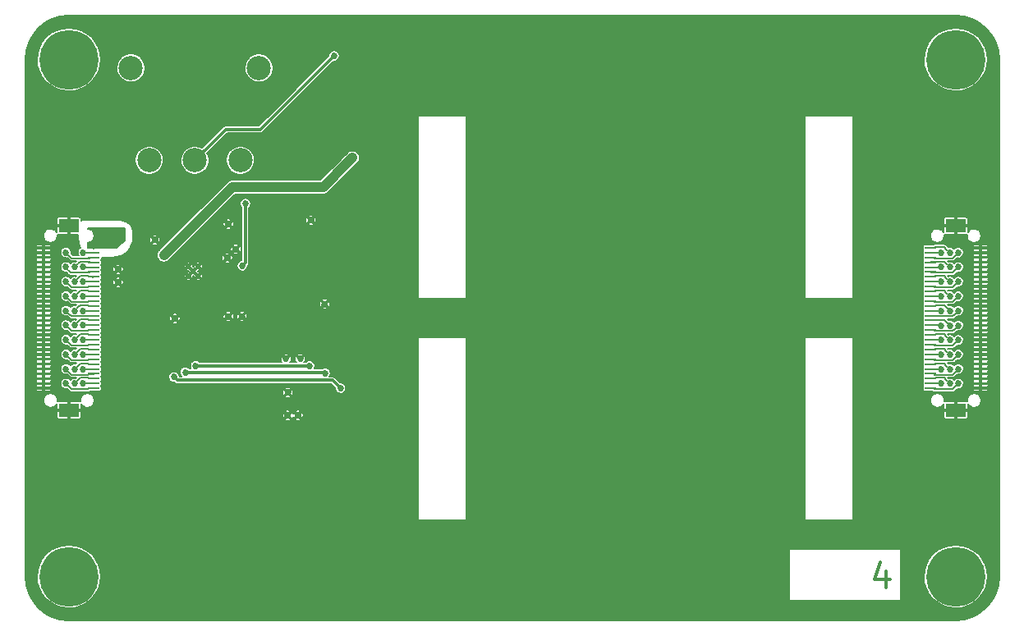
<source format=gbl>
G04 #@! TF.FileFunction,Copper,L4,Bot,Signal*
%FSLAX46Y46*%
G04 Gerber Fmt 4.6, Leading zero omitted, Abs format (unit mm)*
G04 Created by KiCad (PCBNEW (2015-04-19 BZR 5613)-product) date 7/15/2015 9:57:49 PM*
%MOMM*%
G01*
G04 APERTURE LIST*
%ADD10C,0.100000*%
%ADD11C,0.300000*%
%ADD12C,0.685800*%
%ADD13O,6.100000X6.100000*%
%ADD14R,2.100000X1.400000*%
%ADD15R,1.150000X0.250000*%
%ADD16C,2.500000*%
%ADD17C,0.500000*%
%ADD18C,1.016000*%
%ADD19C,0.304800*%
%ADD20C,0.152400*%
%ADD21C,1.016000*%
G04 APERTURE END LIST*
D10*
D11*
X178283809Y-134075714D02*
X178283809Y-135769048D01*
X177679047Y-133108095D02*
X177074286Y-134922381D01*
X178646666Y-134922381D01*
D12*
X111196120Y-100843080D03*
X110327440Y-101752400D03*
X116575840Y-115646200D03*
X102864920Y-99893120D03*
X110444280Y-98272600D03*
X118958360Y-97861120D03*
X120375680Y-106527600D03*
X111846360Y-107797600D03*
X110434120Y-107787440D03*
X104917240Y-108005880D03*
X99070160Y-104277160D03*
X99070160Y-102936040D03*
X117607080Y-117998240D03*
X116555520Y-117998240D03*
X98272600Y-100317300D03*
X99199700Y-99441000D03*
X98272600Y-99441000D03*
X117840760Y-112176560D03*
D13*
X93980000Y-134620000D03*
X93980000Y-81280000D03*
X185420000Y-81280000D03*
X185420000Y-134620000D03*
D12*
X93980000Y-117450000D03*
X93980000Y-98450000D03*
X185420000Y-117450000D03*
X185420000Y-98450000D03*
D14*
X185420000Y-117450000D03*
D15*
X187995000Y-100700000D03*
X187995000Y-101200000D03*
X187995000Y-101700000D03*
X187995000Y-102200000D03*
X187995000Y-102700000D03*
X187995000Y-103200000D03*
X187995000Y-103700000D03*
X187995000Y-104200000D03*
X187995000Y-104700000D03*
X187995000Y-105200000D03*
X187995000Y-105700000D03*
X187995000Y-106200000D03*
X187995000Y-106700000D03*
X187995000Y-107200000D03*
X187995000Y-107700000D03*
X187995000Y-108200000D03*
X187995000Y-108700000D03*
X187995000Y-109200000D03*
X187995000Y-109700000D03*
X187995000Y-110200000D03*
X187995000Y-110700000D03*
X187995000Y-111200000D03*
X187995000Y-111700000D03*
X187995000Y-112200000D03*
X187995000Y-112700000D03*
X187995000Y-113200000D03*
X187995000Y-113700000D03*
X187995000Y-114200000D03*
X187995000Y-114700000D03*
X187995000Y-115200000D03*
X182845000Y-100700000D03*
X182845000Y-101200000D03*
X182845000Y-101700000D03*
X182845000Y-102200000D03*
X182845000Y-102700000D03*
X182845000Y-103200000D03*
X182845000Y-103700000D03*
X182845000Y-104200000D03*
X182845000Y-104700000D03*
X182845000Y-105200000D03*
X182845000Y-105700000D03*
X182845000Y-106200000D03*
X182845000Y-106700000D03*
X182845000Y-107200000D03*
X182845000Y-107700000D03*
X182845000Y-108200000D03*
X182845000Y-108700000D03*
X182845000Y-109200000D03*
X182845000Y-109700000D03*
X182845000Y-110200000D03*
X182845000Y-110700000D03*
X182845000Y-111200000D03*
X182845000Y-111700000D03*
X182845000Y-112200000D03*
X182845000Y-112700000D03*
X182845000Y-113200000D03*
X182845000Y-113700000D03*
X182845000Y-114200000D03*
X182845000Y-114700000D03*
X182845000Y-115200000D03*
D14*
X185420000Y-98450000D03*
D12*
X185420000Y-98450000D03*
X185420000Y-117450000D03*
D14*
X93980000Y-117450000D03*
D15*
X96555000Y-100700000D03*
X96555000Y-101200000D03*
X96555000Y-101700000D03*
X96555000Y-102200000D03*
X96555000Y-102700000D03*
X96555000Y-103200000D03*
X96555000Y-103700000D03*
X96555000Y-104200000D03*
X96555000Y-104700000D03*
X96555000Y-105200000D03*
X96555000Y-105700000D03*
X96555000Y-106200000D03*
X96555000Y-106700000D03*
X96555000Y-107200000D03*
X96555000Y-107700000D03*
X96555000Y-108200000D03*
X96555000Y-108700000D03*
X96555000Y-109200000D03*
X96555000Y-109700000D03*
X96555000Y-110200000D03*
X96555000Y-110700000D03*
X96555000Y-111200000D03*
X96555000Y-111700000D03*
X96555000Y-112200000D03*
X96555000Y-112700000D03*
X96555000Y-113200000D03*
X96555000Y-113700000D03*
X96555000Y-114200000D03*
X96555000Y-114700000D03*
X96555000Y-115200000D03*
X91405000Y-100700000D03*
X91405000Y-101200000D03*
X91405000Y-101700000D03*
X91405000Y-102200000D03*
X91405000Y-102700000D03*
X91405000Y-103200000D03*
X91405000Y-103700000D03*
X91405000Y-104200000D03*
X91405000Y-104700000D03*
X91405000Y-105200000D03*
X91405000Y-105700000D03*
X91405000Y-106200000D03*
X91405000Y-106700000D03*
X91405000Y-107200000D03*
X91405000Y-107700000D03*
X91405000Y-108200000D03*
X91405000Y-108700000D03*
X91405000Y-109200000D03*
X91405000Y-109700000D03*
X91405000Y-110200000D03*
X91405000Y-110700000D03*
X91405000Y-111200000D03*
X91405000Y-111700000D03*
X91405000Y-112200000D03*
X91405000Y-112700000D03*
X91405000Y-113200000D03*
X91405000Y-113700000D03*
X91405000Y-114200000D03*
X91405000Y-114700000D03*
X91405000Y-115200000D03*
D14*
X93980000Y-98450000D03*
D12*
X93980000Y-98450000D03*
X93980000Y-117450000D03*
D16*
X113584800Y-82153800D03*
X100384800Y-82153800D03*
X111684800Y-91683800D03*
X106984800Y-91683800D03*
X102284800Y-91683800D03*
D17*
X106813350Y-103117650D03*
X106313350Y-103617650D03*
X106313350Y-102617650D03*
X107313350Y-103617650D03*
X107313350Y-102617650D03*
D12*
X116382800Y-112171480D03*
X97332800Y-99402900D03*
X95478600Y-101193592D03*
X93700600Y-101193600D03*
X94589600Y-102692200D03*
X95478600Y-102692200D03*
X93700600Y-102692200D03*
X94589600Y-104190802D03*
X95478600Y-104190800D03*
X93700604Y-104190800D03*
X94589600Y-105689398D03*
X95478600Y-105689396D03*
X93700600Y-105689400D03*
X94589600Y-107188000D03*
X95478600Y-107188000D03*
X93700600Y-107188000D03*
X94589600Y-108686602D03*
X95478600Y-108686596D03*
X93700600Y-108686600D03*
X94589600Y-110185200D03*
X95478606Y-110185219D03*
X93700606Y-110185200D03*
X94589602Y-111709198D03*
X95478600Y-111709204D03*
X93700600Y-111709204D03*
X94589600Y-113207800D03*
X95478600Y-113207800D03*
X93700600Y-113207800D03*
X121996200Y-115189000D03*
X104825800Y-114033300D03*
X94589596Y-114706400D03*
X120403912Y-113634120D03*
X105994196Y-113545600D03*
X95478600Y-114706400D03*
X118813288Y-112885200D03*
X107073700Y-112885200D03*
X93700600Y-114706400D03*
X184810400Y-101193600D03*
X183921400Y-101193600D03*
X185699400Y-101193600D03*
X184810400Y-102692200D03*
X183921400Y-102692200D03*
X185699400Y-102692200D03*
X184810400Y-104190800D03*
X183921400Y-104190800D03*
X185699400Y-104190800D03*
X184810400Y-105689400D03*
X183921400Y-105689400D03*
X185699404Y-105689400D03*
X184810400Y-107188000D03*
X183921400Y-107188000D03*
X185699400Y-107188000D03*
X184810400Y-108712000D03*
X183921400Y-108712000D03*
X185699400Y-108712000D03*
X184810400Y-110210600D03*
X183921394Y-110210600D03*
X185699400Y-110210600D03*
X184810396Y-111709200D03*
X183921400Y-111709200D03*
X185699400Y-111709200D03*
X184810400Y-113207800D03*
X183921400Y-113207800D03*
X185699400Y-113207800D03*
X184810400Y-114706406D03*
X183921400Y-114706400D03*
X185699400Y-114706404D03*
D18*
X123256040Y-91414600D03*
X103794560Y-101473000D03*
D12*
X111874300Y-102565200D03*
X112191800Y-96151700D03*
X121335800Y-80899000D03*
D19*
X96555000Y-100700000D02*
X96555000Y-100180700D01*
X96555000Y-100180700D02*
X97332800Y-99402900D01*
X97332800Y-99402900D02*
X98234500Y-99402900D01*
X98234500Y-99402900D02*
X98272600Y-99441000D01*
X98272600Y-99441000D02*
X98272600Y-100317300D01*
X98272600Y-100317300D02*
X99148900Y-99441000D01*
X99148900Y-99441000D02*
X99199700Y-99441000D01*
D20*
X96555000Y-100700000D02*
X96229600Y-100700000D01*
X95485008Y-101200000D02*
X95478600Y-101193592D01*
X96555000Y-101200000D02*
X95485008Y-101200000D01*
X96555000Y-101700000D02*
X96216800Y-101700000D01*
X96216800Y-101700000D02*
X96139000Y-101777800D01*
X96139000Y-101777800D02*
X94284800Y-101777800D01*
X94284800Y-101777800D02*
X94043499Y-101536499D01*
X94043499Y-101536499D02*
X93700600Y-101193600D01*
X96528000Y-101727000D02*
X96555000Y-101700000D01*
X96520000Y-101727000D02*
X96528000Y-101727000D01*
X96506752Y-101713752D02*
X96520000Y-101727000D01*
X96555000Y-102200000D02*
X96231000Y-102200000D01*
X96231000Y-102200000D02*
X96139000Y-102108000D01*
X96139000Y-102108000D02*
X95173800Y-102108000D01*
X95173800Y-102108000D02*
X94932499Y-102349301D01*
X94932499Y-102349301D02*
X94589600Y-102692200D01*
X96555000Y-102700000D02*
X95486400Y-102700000D01*
X95486400Y-102700000D02*
X95478600Y-102692200D01*
X96555000Y-103200000D02*
X96215400Y-103200000D01*
X96215400Y-103200000D02*
X96139000Y-103276400D01*
X96139000Y-103276400D02*
X94169638Y-103276400D01*
X94169638Y-103276400D02*
X93615608Y-102722370D01*
X96555000Y-103700000D02*
X96080000Y-103700000D01*
X96080000Y-103700000D02*
X95986600Y-103606600D01*
X95986600Y-103606600D02*
X95173802Y-103606600D01*
X95173802Y-103606600D02*
X94932499Y-103847903D01*
X94932499Y-103847903D02*
X94589600Y-104190802D01*
X96496000Y-103759000D02*
X96555000Y-103700000D01*
X95487800Y-104200000D02*
X95478600Y-104190800D01*
X96555000Y-104200000D02*
X95487800Y-104200000D01*
X96555000Y-104700000D02*
X96061600Y-104700000D01*
X96061600Y-104700000D02*
X95986600Y-104775000D01*
X95986600Y-104775000D02*
X94284804Y-104775000D01*
X94284804Y-104775000D02*
X94043503Y-104533699D01*
X94043503Y-104533699D02*
X93700604Y-104190800D01*
X96555000Y-105200000D02*
X96081400Y-105200000D01*
X96081400Y-105200000D02*
X95986600Y-105105200D01*
X95986600Y-105105200D02*
X95173798Y-105105200D01*
X95173798Y-105105200D02*
X94932499Y-105346499D01*
X94932499Y-105346499D02*
X94589600Y-105689398D01*
X96555000Y-105700000D02*
X95489204Y-105700000D01*
X95489204Y-105700000D02*
X95478600Y-105689396D01*
X96555000Y-106200000D02*
X96060200Y-106200000D01*
X96060200Y-106200000D02*
X95986600Y-106273600D01*
X95986600Y-106273600D02*
X94284800Y-106273600D01*
X94284800Y-106273600D02*
X94043499Y-106032299D01*
X94043499Y-106032299D02*
X93700600Y-105689400D01*
X96555000Y-106700000D02*
X96082800Y-106700000D01*
X96082800Y-106700000D02*
X95986600Y-106603800D01*
X95986600Y-106603800D02*
X95173800Y-106603800D01*
X95173800Y-106603800D02*
X94932499Y-106845101D01*
X94932499Y-106845101D02*
X94589600Y-107188000D01*
X96555000Y-107200000D02*
X95490600Y-107200000D01*
X95490600Y-107200000D02*
X95478600Y-107188000D01*
X96555000Y-107700000D02*
X96533600Y-107721400D01*
X96533600Y-107721400D02*
X96037400Y-107721400D01*
X96037400Y-107721400D02*
X95986600Y-107772200D01*
X95986600Y-107772200D02*
X94284800Y-107772200D01*
X94284800Y-107772200D02*
X94043499Y-107530899D01*
X94043499Y-107530899D02*
X93700600Y-107188000D01*
X96555000Y-108200000D02*
X96058800Y-108200000D01*
X96058800Y-108200000D02*
X95961200Y-108102400D01*
X95961200Y-108102400D02*
X95173802Y-108102400D01*
X95173802Y-108102400D02*
X94932499Y-108343703D01*
X94932499Y-108343703D02*
X94589600Y-108686602D01*
X96555000Y-108700000D02*
X95492004Y-108700000D01*
X95492004Y-108700000D02*
X95478600Y-108686596D01*
X96555000Y-109200000D02*
X96057400Y-109200000D01*
X96057400Y-109200000D02*
X95986600Y-109270800D01*
X95986600Y-109270800D02*
X94284800Y-109270800D01*
X94284800Y-109270800D02*
X94043499Y-109029499D01*
X94043499Y-109029499D02*
X93700600Y-108686600D01*
X96555000Y-109700000D02*
X96085600Y-109700000D01*
X96085600Y-109700000D02*
X95986600Y-109601000D01*
X95986600Y-109601000D02*
X95173800Y-109601000D01*
X95173800Y-109601000D02*
X94932499Y-109842301D01*
X94932499Y-109842301D02*
X94589600Y-110185200D01*
X96555000Y-110200000D02*
X95493387Y-110200000D01*
X95493387Y-110200000D02*
X95478606Y-110185219D01*
X96555000Y-110700000D02*
X96536400Y-110718600D01*
X96536400Y-110718600D02*
X96037400Y-110718600D01*
X96037400Y-110718600D02*
X95986600Y-110769400D01*
X95986600Y-110769400D02*
X94284806Y-110769400D01*
X94284806Y-110769400D02*
X94043505Y-110528099D01*
X94043505Y-110528099D02*
X93700606Y-110185200D01*
X96555000Y-111200000D02*
X96061600Y-111200000D01*
X96061600Y-111200000D02*
X95986600Y-111125000D01*
X95986600Y-111125000D02*
X95173800Y-111125000D01*
X95173800Y-111125000D02*
X94932501Y-111366299D01*
X94932501Y-111366299D02*
X94589602Y-111709198D01*
X96555000Y-111700000D02*
X95487804Y-111700000D01*
X95487804Y-111700000D02*
X95478600Y-111709204D01*
X96555000Y-112200000D02*
X96080000Y-112200000D01*
X96080000Y-112200000D02*
X95986600Y-112293400D01*
X95986600Y-112293400D02*
X94284796Y-112293400D01*
X94284796Y-112293400D02*
X94043499Y-112052103D01*
X94043499Y-112052103D02*
X93700600Y-111709204D01*
X96555000Y-112700000D02*
X96063000Y-112700000D01*
X96063000Y-112700000D02*
X95986600Y-112623600D01*
X95986600Y-112623600D02*
X95173800Y-112623600D01*
X95173800Y-112623600D02*
X94932499Y-112864901D01*
X94932499Y-112864901D02*
X94589600Y-113207800D01*
X96555000Y-113200000D02*
X95486400Y-113200000D01*
X95486400Y-113200000D02*
X95478600Y-113207800D01*
X96555000Y-113700000D02*
X96539200Y-113715800D01*
X96539200Y-113715800D02*
X96012000Y-113715800D01*
X96012000Y-113715800D02*
X95935800Y-113792000D01*
X95935800Y-113792000D02*
X94284800Y-113792000D01*
X94284800Y-113792000D02*
X94043499Y-113550699D01*
X94043499Y-113550699D02*
X93700600Y-113207800D01*
D19*
X121183399Y-114376199D02*
X121653301Y-114846101D01*
X104825800Y-114033300D02*
X105168699Y-114376199D01*
X121653301Y-114846101D02*
X121996200Y-115189000D01*
X105168699Y-114376199D02*
X121183399Y-114376199D01*
D20*
X96555000Y-114200000D02*
X96064400Y-114200000D01*
X96064400Y-114200000D02*
X95986600Y-114122200D01*
X95986600Y-114122200D02*
X95173796Y-114122200D01*
X95173796Y-114122200D02*
X94932495Y-114363501D01*
X94932495Y-114363501D02*
X94589596Y-114706400D01*
D19*
X105994196Y-113545600D02*
X120315392Y-113545600D01*
X120315392Y-113545600D02*
X120403912Y-113634120D01*
D20*
X96555000Y-114700000D02*
X95485000Y-114700000D01*
X95485000Y-114700000D02*
X95478600Y-114706400D01*
D19*
X107558633Y-112885200D02*
X118813288Y-112885200D01*
X107073700Y-112885200D02*
X107558633Y-112885200D01*
D20*
X96555000Y-115200000D02*
X96051800Y-115200000D01*
X96051800Y-115200000D02*
X95961200Y-115290600D01*
X95961200Y-115290600D02*
X94284800Y-115290600D01*
X94284800Y-115290600D02*
X94043499Y-115049299D01*
X94043499Y-115049299D02*
X93700600Y-114706400D01*
X182845000Y-100700000D02*
X183170400Y-100700000D01*
X183170400Y-100700000D02*
X183261000Y-100609400D01*
X183261000Y-100609400D02*
X184226200Y-100609400D01*
X184226200Y-100609400D02*
X184467501Y-100850701D01*
X184467501Y-100850701D02*
X184810400Y-101193600D01*
X183915000Y-101200000D02*
X183921400Y-101193600D01*
X182845000Y-101200000D02*
X183915000Y-101200000D01*
X182845000Y-101700000D02*
X182846600Y-101701600D01*
X182846600Y-101701600D02*
X183184800Y-101701600D01*
X183184800Y-101701600D02*
X183261000Y-101777800D01*
X183261000Y-101777800D02*
X185115200Y-101777800D01*
X185115200Y-101777800D02*
X185356501Y-101536499D01*
X185356501Y-101536499D02*
X185699400Y-101193600D01*
X182845000Y-102200000D02*
X182860800Y-102184200D01*
X182860800Y-102184200D02*
X183210200Y-102184200D01*
X183210200Y-102184200D02*
X183286400Y-102108000D01*
X183286400Y-102108000D02*
X184226200Y-102108000D01*
X184226200Y-102108000D02*
X184467501Y-102349301D01*
X184467501Y-102349301D02*
X184810400Y-102692200D01*
X182845000Y-102700000D02*
X183913600Y-102700000D01*
X183913600Y-102700000D02*
X183921400Y-102692200D01*
X182845000Y-103200000D02*
X182896000Y-103251000D01*
X182896000Y-103251000D02*
X183235600Y-103251000D01*
X183235600Y-103251000D02*
X183261000Y-103276400D01*
X183261000Y-103276400D02*
X185115200Y-103276400D01*
X185115200Y-103276400D02*
X185356501Y-103035099D01*
X185356501Y-103035099D02*
X185699400Y-102692200D01*
X182845000Y-103700000D02*
X183167600Y-103700000D01*
X183167600Y-103700000D02*
X183261000Y-103606600D01*
X183261000Y-103606600D02*
X184226200Y-103606600D01*
X184226200Y-103606600D02*
X184467501Y-103847901D01*
X184467501Y-103847901D02*
X184810400Y-104190800D01*
X183912200Y-104200000D02*
X183921400Y-104190800D01*
X182845000Y-104200000D02*
X183912200Y-104200000D01*
X182845000Y-104700000D02*
X183186000Y-104700000D01*
X183186000Y-104700000D02*
X183261000Y-104775000D01*
X183261000Y-104775000D02*
X185115200Y-104775000D01*
X185115200Y-104775000D02*
X185356501Y-104533699D01*
X185356501Y-104533699D02*
X185699400Y-104190800D01*
X182845000Y-105200000D02*
X183191600Y-105200000D01*
X183191600Y-105200000D02*
X183286400Y-105105200D01*
X183286400Y-105105200D02*
X184226200Y-105105200D01*
X184226200Y-105105200D02*
X184467501Y-105346501D01*
X184467501Y-105346501D02*
X184810400Y-105689400D01*
X182845000Y-105700000D02*
X183910800Y-105700000D01*
X183910800Y-105700000D02*
X183921400Y-105689400D01*
X182845000Y-106200000D02*
X183187400Y-106200000D01*
X183187400Y-106200000D02*
X183261000Y-106273600D01*
X183261000Y-106273600D02*
X185115204Y-106273600D01*
X185115204Y-106273600D02*
X185356505Y-106032299D01*
X185356505Y-106032299D02*
X185699404Y-105689400D01*
X184810400Y-107188000D02*
X184226200Y-106603800D01*
X184226200Y-106603800D02*
X183286400Y-106603800D01*
X183286400Y-106603800D02*
X183210200Y-106680000D01*
X183210200Y-106680000D02*
X182865000Y-106680000D01*
X182865000Y-106680000D02*
X182845000Y-106700000D01*
X182845000Y-107200000D02*
X183909400Y-107200000D01*
X183909400Y-107200000D02*
X183921400Y-107188000D01*
X182845000Y-107700000D02*
X183188800Y-107700000D01*
X183188800Y-107700000D02*
X183261000Y-107772200D01*
X183261000Y-107772200D02*
X185115200Y-107772200D01*
X185115200Y-107772200D02*
X185356501Y-107530899D01*
X185356501Y-107530899D02*
X185699400Y-107188000D01*
X182845000Y-108200000D02*
X183214200Y-108200000D01*
X183214200Y-108200000D02*
X183286400Y-108127800D01*
X183286400Y-108127800D02*
X184226200Y-108127800D01*
X184226200Y-108127800D02*
X184467501Y-108369101D01*
X184467501Y-108369101D02*
X184810400Y-108712000D01*
X183909400Y-108700000D02*
X183921400Y-108712000D01*
X182845000Y-108700000D02*
X183909400Y-108700000D01*
X182845000Y-109200000D02*
X183164800Y-109200000D01*
X183164800Y-109200000D02*
X183261000Y-109296200D01*
X183261000Y-109296200D02*
X185115200Y-109296200D01*
X185115200Y-109296200D02*
X185356501Y-109054899D01*
X185356501Y-109054899D02*
X185699400Y-108712000D01*
X182845000Y-109700000D02*
X183212800Y-109700000D01*
X183212800Y-109700000D02*
X183286400Y-109626400D01*
X183286400Y-109626400D02*
X184226200Y-109626400D01*
X184226200Y-109626400D02*
X184467501Y-109867701D01*
X184467501Y-109867701D02*
X184810400Y-110210600D01*
X183910794Y-110200000D02*
X183921394Y-110210600D01*
X182845000Y-110200000D02*
X183910794Y-110200000D01*
X182845000Y-110700000D02*
X183166200Y-110700000D01*
X183166200Y-110700000D02*
X183261000Y-110794800D01*
X183261000Y-110794800D02*
X185115200Y-110794800D01*
X185115200Y-110794800D02*
X185356501Y-110553499D01*
X185356501Y-110553499D02*
X185699400Y-110210600D01*
X182845000Y-111200000D02*
X183186000Y-111200000D01*
X183186000Y-111200000D02*
X183261000Y-111125000D01*
X183261000Y-111125000D02*
X184226196Y-111125000D01*
X184226196Y-111125000D02*
X184467497Y-111366301D01*
X184467497Y-111366301D02*
X184810396Y-111709200D01*
X183912200Y-111700000D02*
X183921400Y-111709200D01*
X182845000Y-111700000D02*
X183912200Y-111700000D01*
X182845000Y-112200000D02*
X183167600Y-112200000D01*
X183167600Y-112200000D02*
X183261000Y-112293400D01*
X183261000Y-112293400D02*
X185115200Y-112293400D01*
X185115200Y-112293400D02*
X185356501Y-112052099D01*
X185356501Y-112052099D02*
X185699400Y-111709200D01*
X182845000Y-112700000D02*
X183184600Y-112700000D01*
X183184600Y-112700000D02*
X183261000Y-112623600D01*
X183261000Y-112623600D02*
X184226200Y-112623600D01*
X184226200Y-112623600D02*
X184467501Y-112864901D01*
X184467501Y-112864901D02*
X184810400Y-113207800D01*
X182845000Y-113200000D02*
X183913600Y-113200000D01*
X183913600Y-113200000D02*
X183921400Y-113207800D01*
X182845000Y-113700000D02*
X183169000Y-113700000D01*
X183169000Y-113700000D02*
X183261000Y-113792000D01*
X183261000Y-113792000D02*
X185115200Y-113792000D01*
X185115200Y-113792000D02*
X185356501Y-113550699D01*
X185356501Y-113550699D02*
X185699400Y-113207800D01*
X182845000Y-114200000D02*
X183208600Y-114200000D01*
X183208600Y-114200000D02*
X183286400Y-114122200D01*
X183286400Y-114122200D02*
X184226194Y-114122200D01*
X184226194Y-114122200D02*
X184467501Y-114363507D01*
X184467501Y-114363507D02*
X184810400Y-114706406D01*
X182845000Y-114700000D02*
X183915000Y-114700000D01*
X183915000Y-114700000D02*
X183921400Y-114706400D01*
X182845000Y-115200000D02*
X183145000Y-115200000D01*
X183145000Y-115200000D02*
X183235600Y-115290600D01*
X183235600Y-115290600D02*
X185115204Y-115290600D01*
X185115204Y-115290600D02*
X185356501Y-115049303D01*
X185356501Y-115049303D02*
X185699400Y-114706404D01*
D21*
X103794560Y-101473000D02*
X110825280Y-94442280D01*
X110825280Y-94442280D02*
X120228360Y-94442280D01*
X120228360Y-94442280D02*
X122748041Y-91922599D01*
X122748041Y-91922599D02*
X123256040Y-91414600D01*
D19*
X112191800Y-102247700D02*
X111874300Y-102565200D01*
X112191800Y-96151700D02*
X112191800Y-102247700D01*
X121335800Y-80899000D02*
X113753900Y-88480900D01*
X113753900Y-88480900D02*
X110187700Y-88480900D01*
X110187700Y-88480900D02*
X108234799Y-90433801D01*
X108234799Y-90433801D02*
X106984800Y-91683800D01*
D20*
G36*
X94076200Y-98489848D02*
X93994142Y-98571905D01*
X93980000Y-98557763D01*
X93965857Y-98571905D01*
X93858094Y-98464142D01*
X93872237Y-98450000D01*
X93858094Y-98435857D01*
X93965857Y-98328094D01*
X93980000Y-98342237D01*
X93994142Y-98328094D01*
X94076200Y-98410152D01*
X94076200Y-98489848D01*
X94076200Y-98489848D01*
G37*
X94076200Y-98489848D02*
X93994142Y-98571905D01*
X93980000Y-98557763D01*
X93965857Y-98571905D01*
X93858094Y-98464142D01*
X93872237Y-98450000D01*
X93858094Y-98435857D01*
X93965857Y-98328094D01*
X93980000Y-98342237D01*
X93994142Y-98328094D01*
X94076200Y-98410152D01*
X94076200Y-98489848D01*
G36*
X94101905Y-117464142D02*
X93994142Y-117571905D01*
X93980000Y-117557763D01*
X93965857Y-117571905D01*
X93858094Y-117464142D01*
X93872237Y-117450000D01*
X93858094Y-117435857D01*
X93965857Y-117328094D01*
X93980000Y-117342237D01*
X93994142Y-117328094D01*
X94101905Y-117435857D01*
X94087763Y-117450000D01*
X94101905Y-117464142D01*
X94101905Y-117464142D01*
G37*
X94101905Y-117464142D02*
X93994142Y-117571905D01*
X93980000Y-117557763D01*
X93965857Y-117571905D01*
X93858094Y-117464142D01*
X93872237Y-117450000D01*
X93858094Y-117435857D01*
X93965857Y-117328094D01*
X93980000Y-117342237D01*
X93994142Y-117328094D01*
X94101905Y-117435857D01*
X94087763Y-117450000D01*
X94101905Y-117464142D01*
G36*
X185541905Y-98464142D02*
X185434142Y-98571905D01*
X185420000Y-98557763D01*
X185405857Y-98571905D01*
X185298094Y-98464142D01*
X185312237Y-98450000D01*
X185298094Y-98435857D01*
X185405857Y-98328094D01*
X185420000Y-98342237D01*
X185434142Y-98328094D01*
X185541905Y-98435857D01*
X185527763Y-98450000D01*
X185541905Y-98464142D01*
X185541905Y-98464142D01*
G37*
X185541905Y-98464142D02*
X185434142Y-98571905D01*
X185420000Y-98557763D01*
X185405857Y-98571905D01*
X185298094Y-98464142D01*
X185312237Y-98450000D01*
X185298094Y-98435857D01*
X185405857Y-98328094D01*
X185420000Y-98342237D01*
X185434142Y-98328094D01*
X185541905Y-98435857D01*
X185527763Y-98450000D01*
X185541905Y-98464142D01*
G36*
X185541905Y-117464142D02*
X185434142Y-117571905D01*
X185420000Y-117557763D01*
X185405857Y-117571905D01*
X185298094Y-117464142D01*
X185312237Y-117450000D01*
X185298094Y-117435857D01*
X185405857Y-117328094D01*
X185420000Y-117342237D01*
X185434142Y-117328094D01*
X185541905Y-117435857D01*
X185527763Y-117450000D01*
X185541905Y-117464142D01*
X185541905Y-117464142D01*
G37*
X185541905Y-117464142D02*
X185434142Y-117571905D01*
X185420000Y-117557763D01*
X185405857Y-117571905D01*
X185298094Y-117464142D01*
X185312237Y-117450000D01*
X185298094Y-117435857D01*
X185405857Y-117328094D01*
X185420000Y-117342237D01*
X185434142Y-117328094D01*
X185541905Y-117435857D01*
X185527763Y-117450000D01*
X185541905Y-117464142D01*
G36*
X189915800Y-134616257D02*
X189829053Y-135497015D01*
X189573237Y-136340327D01*
X189157814Y-137117528D01*
X188798600Y-137555231D01*
X188798600Y-115347515D01*
X188798600Y-115319650D01*
X188798600Y-115080350D01*
X188798600Y-115052485D01*
X188789815Y-115008320D01*
X188772583Y-114966717D01*
X188761412Y-114950000D01*
X188772583Y-114933283D01*
X188789815Y-114891680D01*
X188798600Y-114847515D01*
X188798600Y-114819650D01*
X188798600Y-114580350D01*
X188798600Y-114552485D01*
X188789815Y-114508320D01*
X188772583Y-114466717D01*
X188761412Y-114450000D01*
X188772583Y-114433283D01*
X188789815Y-114391680D01*
X188798600Y-114347515D01*
X188798600Y-114319650D01*
X188798600Y-114080350D01*
X188798600Y-114052485D01*
X188789815Y-114008320D01*
X188772583Y-113966717D01*
X188761412Y-113950000D01*
X188772583Y-113933283D01*
X188789815Y-113891680D01*
X188798600Y-113847515D01*
X188798600Y-113819650D01*
X188798600Y-113580350D01*
X188798600Y-113552485D01*
X188789815Y-113508320D01*
X188772583Y-113466717D01*
X188761412Y-113450000D01*
X188772583Y-113433283D01*
X188789815Y-113391680D01*
X188798600Y-113347515D01*
X188798600Y-113319650D01*
X188798600Y-113080350D01*
X188798600Y-113052485D01*
X188789815Y-113008320D01*
X188772583Y-112966717D01*
X188761412Y-112950000D01*
X188772583Y-112933283D01*
X188789815Y-112891680D01*
X188798600Y-112847515D01*
X188798600Y-112819650D01*
X188798600Y-112580350D01*
X188798600Y-112552485D01*
X188789815Y-112508320D01*
X188772583Y-112466717D01*
X188761412Y-112450000D01*
X188772583Y-112433283D01*
X188789815Y-112391680D01*
X188798600Y-112347515D01*
X188798600Y-112319650D01*
X188798600Y-112080350D01*
X188798600Y-112052485D01*
X188789815Y-112008320D01*
X188772583Y-111966717D01*
X188761412Y-111950000D01*
X188772583Y-111933283D01*
X188789815Y-111891680D01*
X188798600Y-111847515D01*
X188798600Y-111819650D01*
X188798600Y-111580350D01*
X188798600Y-111552485D01*
X188789815Y-111508320D01*
X188772583Y-111466717D01*
X188761412Y-111450000D01*
X188772583Y-111433283D01*
X188789815Y-111391680D01*
X188798600Y-111347515D01*
X188798600Y-111319650D01*
X188798600Y-111080350D01*
X188798600Y-111052485D01*
X188789815Y-111008320D01*
X188772583Y-110966717D01*
X188761412Y-110950000D01*
X188772583Y-110933283D01*
X188789815Y-110891680D01*
X188798600Y-110847515D01*
X188798600Y-110819650D01*
X188798600Y-110580350D01*
X188798600Y-110552485D01*
X188789815Y-110508320D01*
X188772583Y-110466717D01*
X188761412Y-110450000D01*
X188772583Y-110433283D01*
X188789815Y-110391680D01*
X188798600Y-110347515D01*
X188798600Y-110319650D01*
X188798600Y-110080350D01*
X188798600Y-110052485D01*
X188789815Y-110008320D01*
X188772583Y-109966717D01*
X188761412Y-109950000D01*
X188772583Y-109933283D01*
X188789815Y-109891680D01*
X188798600Y-109847515D01*
X188798600Y-109819650D01*
X188798600Y-109580350D01*
X188798600Y-109552485D01*
X188789815Y-109508320D01*
X188772583Y-109466717D01*
X188761412Y-109450000D01*
X188772583Y-109433283D01*
X188789815Y-109391680D01*
X188798600Y-109347515D01*
X188798600Y-109319650D01*
X188798600Y-109080350D01*
X188798600Y-109052485D01*
X188789815Y-109008320D01*
X188772583Y-108966717D01*
X188761412Y-108950000D01*
X188772583Y-108933283D01*
X188789815Y-108891680D01*
X188798600Y-108847515D01*
X188798600Y-108819650D01*
X188798600Y-108580350D01*
X188798600Y-108552485D01*
X188789815Y-108508320D01*
X188772583Y-108466717D01*
X188761412Y-108450000D01*
X188772583Y-108433283D01*
X188789815Y-108391680D01*
X188798600Y-108347515D01*
X188798600Y-108319650D01*
X188798600Y-108080350D01*
X188798600Y-108052485D01*
X188789815Y-108008320D01*
X188772583Y-107966717D01*
X188761412Y-107950000D01*
X188772583Y-107933283D01*
X188789815Y-107891680D01*
X188798600Y-107847515D01*
X188798600Y-107819650D01*
X188798600Y-107580350D01*
X188798600Y-107552485D01*
X188789815Y-107508320D01*
X188772583Y-107466717D01*
X188761412Y-107450000D01*
X188772583Y-107433283D01*
X188789815Y-107391680D01*
X188798600Y-107347515D01*
X188798600Y-107319650D01*
X188798600Y-107080350D01*
X188798600Y-107052485D01*
X188789815Y-107008320D01*
X188772583Y-106966717D01*
X188761412Y-106950000D01*
X188772583Y-106933283D01*
X188789815Y-106891680D01*
X188798600Y-106847515D01*
X188798600Y-106819650D01*
X188798600Y-106580350D01*
X188798600Y-106552485D01*
X188789815Y-106508320D01*
X188772583Y-106466717D01*
X188761412Y-106450000D01*
X188772583Y-106433283D01*
X188789815Y-106391680D01*
X188798600Y-106347515D01*
X188798600Y-106319650D01*
X188798600Y-106080350D01*
X188798600Y-106052485D01*
X188789815Y-106008320D01*
X188772583Y-105966717D01*
X188761412Y-105950000D01*
X188772583Y-105933283D01*
X188789815Y-105891680D01*
X188798600Y-105847515D01*
X188798600Y-105819650D01*
X188798600Y-105580350D01*
X188798600Y-105552485D01*
X188789815Y-105508320D01*
X188772583Y-105466717D01*
X188761412Y-105450000D01*
X188772583Y-105433283D01*
X188789815Y-105391680D01*
X188798600Y-105347515D01*
X188798600Y-105319650D01*
X188798600Y-105080350D01*
X188798600Y-105052485D01*
X188789815Y-105008320D01*
X188772583Y-104966717D01*
X188761412Y-104950000D01*
X188772583Y-104933283D01*
X188789815Y-104891680D01*
X188798600Y-104847515D01*
X188798600Y-104819650D01*
X188798600Y-104580350D01*
X188798600Y-104552485D01*
X188789815Y-104508320D01*
X188772583Y-104466717D01*
X188761412Y-104450000D01*
X188772583Y-104433283D01*
X188789815Y-104391680D01*
X188798600Y-104347515D01*
X188798600Y-104319650D01*
X188798600Y-104080350D01*
X188798600Y-104052485D01*
X188789815Y-104008320D01*
X188772583Y-103966717D01*
X188761412Y-103950000D01*
X188772583Y-103933283D01*
X188789815Y-103891680D01*
X188798600Y-103847515D01*
X188798600Y-103819650D01*
X188798600Y-103580350D01*
X188798600Y-103552485D01*
X188789815Y-103508320D01*
X188772583Y-103466717D01*
X188761412Y-103450000D01*
X188772583Y-103433283D01*
X188789815Y-103391680D01*
X188798600Y-103347515D01*
X188798600Y-103319650D01*
X188798600Y-103080350D01*
X188798600Y-103052485D01*
X188789815Y-103008320D01*
X188772583Y-102966717D01*
X188761412Y-102950000D01*
X188772583Y-102933283D01*
X188789815Y-102891680D01*
X188798600Y-102847515D01*
X188798600Y-102819650D01*
X188798600Y-102580350D01*
X188798600Y-102552485D01*
X188789815Y-102508320D01*
X188772583Y-102466717D01*
X188761412Y-102450000D01*
X188772583Y-102433283D01*
X188789815Y-102391680D01*
X188798600Y-102347515D01*
X188798600Y-102319650D01*
X188798600Y-102080350D01*
X188798600Y-102052485D01*
X188789815Y-102008320D01*
X188772583Y-101966717D01*
X188761412Y-101950000D01*
X188772583Y-101933283D01*
X188789815Y-101891680D01*
X188798600Y-101847515D01*
X188798600Y-101819650D01*
X188798600Y-101580350D01*
X188798600Y-101552485D01*
X188789815Y-101508320D01*
X188772583Y-101466717D01*
X188761412Y-101450000D01*
X188772583Y-101433283D01*
X188789815Y-101391680D01*
X188798600Y-101347515D01*
X188798600Y-101319650D01*
X188798600Y-101080350D01*
X188798600Y-101052485D01*
X188789815Y-101008320D01*
X188772583Y-100966717D01*
X188761412Y-100950000D01*
X188772583Y-100933283D01*
X188789815Y-100891680D01*
X188798600Y-100847515D01*
X188798600Y-100819650D01*
X188798600Y-100580350D01*
X188798600Y-100552485D01*
X188789815Y-100508320D01*
X188772583Y-100466717D01*
X188747565Y-100429276D01*
X188715724Y-100397435D01*
X188714384Y-100396539D01*
X188714384Y-81302889D01*
X188656391Y-80665652D01*
X188475729Y-80051815D01*
X188179279Y-79484759D01*
X187778334Y-78986084D01*
X187288165Y-78574783D01*
X186727442Y-78266523D01*
X186117523Y-78073045D01*
X185481640Y-78001720D01*
X185435864Y-78001400D01*
X185404136Y-78001400D01*
X184767319Y-78063840D01*
X184154759Y-78248783D01*
X183589786Y-78549184D01*
X183093922Y-78953601D01*
X182686053Y-79446630D01*
X182381715Y-80009491D01*
X182192501Y-80620746D01*
X182125616Y-81257111D01*
X182183609Y-81894348D01*
X182364271Y-82508185D01*
X182660721Y-83075241D01*
X183061666Y-83573916D01*
X183551835Y-83985217D01*
X184112558Y-84293477D01*
X184722477Y-84486955D01*
X185358360Y-84558280D01*
X185404136Y-84558600D01*
X185435864Y-84558600D01*
X186072681Y-84496160D01*
X186685241Y-84311217D01*
X187250214Y-84010816D01*
X187746078Y-83606399D01*
X188153947Y-83113370D01*
X188458285Y-82550509D01*
X188647499Y-81939254D01*
X188714384Y-81302889D01*
X188714384Y-100396539D01*
X188678283Y-100372417D01*
X188636680Y-100355185D01*
X188592515Y-100346400D01*
X188128350Y-100346400D01*
X188071200Y-100403550D01*
X188071200Y-100637500D01*
X188741450Y-100637500D01*
X188798600Y-100580350D01*
X188798600Y-100819650D01*
X188741450Y-100762500D01*
X188071200Y-100762500D01*
X188071200Y-100903550D01*
X188071200Y-100996450D01*
X188071200Y-101137500D01*
X188741450Y-101137500D01*
X188798600Y-101080350D01*
X188798600Y-101319650D01*
X188741450Y-101262500D01*
X188071200Y-101262500D01*
X188071200Y-101403550D01*
X188071200Y-101496450D01*
X188071200Y-101637500D01*
X188741450Y-101637500D01*
X188798600Y-101580350D01*
X188798600Y-101819650D01*
X188741450Y-101762500D01*
X188071200Y-101762500D01*
X188071200Y-101903550D01*
X188071200Y-101996450D01*
X188071200Y-102137500D01*
X188741450Y-102137500D01*
X188798600Y-102080350D01*
X188798600Y-102319650D01*
X188741450Y-102262500D01*
X188071200Y-102262500D01*
X188071200Y-102403550D01*
X188071200Y-102496450D01*
X188071200Y-102637500D01*
X188741450Y-102637500D01*
X188798600Y-102580350D01*
X188798600Y-102819650D01*
X188741450Y-102762500D01*
X188071200Y-102762500D01*
X188071200Y-102903550D01*
X188071200Y-102996450D01*
X188071200Y-103137500D01*
X188741450Y-103137500D01*
X188798600Y-103080350D01*
X188798600Y-103319650D01*
X188741450Y-103262500D01*
X188071200Y-103262500D01*
X188071200Y-103403550D01*
X188071200Y-103496450D01*
X188071200Y-103637500D01*
X188741450Y-103637500D01*
X188798600Y-103580350D01*
X188798600Y-103819650D01*
X188741450Y-103762500D01*
X188071200Y-103762500D01*
X188071200Y-103903550D01*
X188071200Y-103996450D01*
X188071200Y-104137500D01*
X188741450Y-104137500D01*
X188798600Y-104080350D01*
X188798600Y-104319650D01*
X188741450Y-104262500D01*
X188071200Y-104262500D01*
X188071200Y-104403550D01*
X188071200Y-104496450D01*
X188071200Y-104637500D01*
X188741450Y-104637500D01*
X188798600Y-104580350D01*
X188798600Y-104819650D01*
X188741450Y-104762500D01*
X188071200Y-104762500D01*
X188071200Y-104903550D01*
X188071200Y-104996450D01*
X188071200Y-105137500D01*
X188741450Y-105137500D01*
X188798600Y-105080350D01*
X188798600Y-105319650D01*
X188741450Y-105262500D01*
X188071200Y-105262500D01*
X188071200Y-105403550D01*
X188071200Y-105496450D01*
X188071200Y-105637500D01*
X188741450Y-105637500D01*
X188798600Y-105580350D01*
X188798600Y-105819650D01*
X188741450Y-105762500D01*
X188071200Y-105762500D01*
X188071200Y-105903550D01*
X188071200Y-105996450D01*
X188071200Y-106137500D01*
X188741450Y-106137500D01*
X188798600Y-106080350D01*
X188798600Y-106319650D01*
X188741450Y-106262500D01*
X188071200Y-106262500D01*
X188071200Y-106403550D01*
X188071200Y-106496450D01*
X188071200Y-106637500D01*
X188741450Y-106637500D01*
X188798600Y-106580350D01*
X188798600Y-106819650D01*
X188741450Y-106762500D01*
X188071200Y-106762500D01*
X188071200Y-106903550D01*
X188071200Y-106996450D01*
X188071200Y-107137500D01*
X188741450Y-107137500D01*
X188798600Y-107080350D01*
X188798600Y-107319650D01*
X188741450Y-107262500D01*
X188071200Y-107262500D01*
X188071200Y-107403550D01*
X188071200Y-107496450D01*
X188071200Y-107637500D01*
X188741450Y-107637500D01*
X188798600Y-107580350D01*
X188798600Y-107819650D01*
X188741450Y-107762500D01*
X188071200Y-107762500D01*
X188071200Y-107903550D01*
X188071200Y-107996450D01*
X188071200Y-108137500D01*
X188741450Y-108137500D01*
X188798600Y-108080350D01*
X188798600Y-108319650D01*
X188741450Y-108262500D01*
X188071200Y-108262500D01*
X188071200Y-108403550D01*
X188071200Y-108496450D01*
X188071200Y-108637500D01*
X188741450Y-108637500D01*
X188798600Y-108580350D01*
X188798600Y-108819650D01*
X188741450Y-108762500D01*
X188071200Y-108762500D01*
X188071200Y-108903550D01*
X188071200Y-108996450D01*
X188071200Y-109137500D01*
X188741450Y-109137500D01*
X188798600Y-109080350D01*
X188798600Y-109319650D01*
X188741450Y-109262500D01*
X188071200Y-109262500D01*
X188071200Y-109403550D01*
X188071200Y-109496450D01*
X188071200Y-109637500D01*
X188741450Y-109637500D01*
X188798600Y-109580350D01*
X188798600Y-109819650D01*
X188741450Y-109762500D01*
X188071200Y-109762500D01*
X188071200Y-109903550D01*
X188071200Y-109996450D01*
X188071200Y-110137500D01*
X188741450Y-110137500D01*
X188798600Y-110080350D01*
X188798600Y-110319650D01*
X188741450Y-110262500D01*
X188071200Y-110262500D01*
X188071200Y-110403550D01*
X188071200Y-110496450D01*
X188071200Y-110637500D01*
X188741450Y-110637500D01*
X188798600Y-110580350D01*
X188798600Y-110819650D01*
X188741450Y-110762500D01*
X188071200Y-110762500D01*
X188071200Y-110903550D01*
X188071200Y-110996450D01*
X188071200Y-111137500D01*
X188741450Y-111137500D01*
X188798600Y-111080350D01*
X188798600Y-111319650D01*
X188741450Y-111262500D01*
X188071200Y-111262500D01*
X188071200Y-111403550D01*
X188071200Y-111496450D01*
X188071200Y-111637500D01*
X188741450Y-111637500D01*
X188798600Y-111580350D01*
X188798600Y-111819650D01*
X188741450Y-111762500D01*
X188071200Y-111762500D01*
X188071200Y-111903550D01*
X188071200Y-111996450D01*
X188071200Y-112137500D01*
X188741450Y-112137500D01*
X188798600Y-112080350D01*
X188798600Y-112319650D01*
X188741450Y-112262500D01*
X188071200Y-112262500D01*
X188071200Y-112403550D01*
X188071200Y-112496450D01*
X188071200Y-112637500D01*
X188741450Y-112637500D01*
X188798600Y-112580350D01*
X188798600Y-112819650D01*
X188741450Y-112762500D01*
X188071200Y-112762500D01*
X188071200Y-112903550D01*
X188071200Y-112996450D01*
X188071200Y-113137500D01*
X188741450Y-113137500D01*
X188798600Y-113080350D01*
X188798600Y-113319650D01*
X188741450Y-113262500D01*
X188071200Y-113262500D01*
X188071200Y-113403550D01*
X188071200Y-113496450D01*
X188071200Y-113637500D01*
X188741450Y-113637500D01*
X188798600Y-113580350D01*
X188798600Y-113819650D01*
X188741450Y-113762500D01*
X188071200Y-113762500D01*
X188071200Y-113903550D01*
X188071200Y-113996450D01*
X188071200Y-114137500D01*
X188741450Y-114137500D01*
X188798600Y-114080350D01*
X188798600Y-114319650D01*
X188741450Y-114262500D01*
X188071200Y-114262500D01*
X188071200Y-114403550D01*
X188071200Y-114496450D01*
X188071200Y-114637500D01*
X188741450Y-114637500D01*
X188798600Y-114580350D01*
X188798600Y-114819650D01*
X188741450Y-114762500D01*
X188071200Y-114762500D01*
X188071200Y-114903550D01*
X188071200Y-114996450D01*
X188071200Y-115137500D01*
X188741450Y-115137500D01*
X188798600Y-115080350D01*
X188798600Y-115319650D01*
X188741450Y-115262500D01*
X188071200Y-115262500D01*
X188071200Y-115496450D01*
X188128350Y-115553600D01*
X188592515Y-115553600D01*
X188636680Y-115544815D01*
X188678283Y-115527583D01*
X188715724Y-115502565D01*
X188747565Y-115470724D01*
X188772583Y-115433283D01*
X188789815Y-115391680D01*
X188798600Y-115347515D01*
X188798600Y-137555231D01*
X188714384Y-137657849D01*
X188714384Y-134642889D01*
X188656391Y-134005652D01*
X188475729Y-133391815D01*
X188179279Y-132824759D01*
X188048631Y-132662265D01*
X188048631Y-116378557D01*
X188048631Y-99378557D01*
X188020878Y-99238393D01*
X187966428Y-99106288D01*
X187887356Y-98987276D01*
X187786674Y-98885888D01*
X187668216Y-98805987D01*
X187536495Y-98750617D01*
X187396528Y-98721886D01*
X187253646Y-98720888D01*
X187113291Y-98747662D01*
X186980809Y-98801188D01*
X186861248Y-98879427D01*
X186759160Y-98979399D01*
X186698600Y-99067844D01*
X186698600Y-98583350D01*
X186641450Y-98526200D01*
X185987703Y-98526200D01*
X185991248Y-98508780D01*
X185991739Y-98396205D01*
X185987383Y-98373800D01*
X186641450Y-98373800D01*
X186698600Y-98316650D01*
X186698600Y-97772515D01*
X186698600Y-97727485D01*
X186689815Y-97683320D01*
X186672583Y-97641717D01*
X186647565Y-97604276D01*
X186615724Y-97572435D01*
X186578283Y-97547417D01*
X186536680Y-97530185D01*
X186492515Y-97521400D01*
X185553350Y-97521400D01*
X185496200Y-97578550D01*
X185496200Y-97882296D01*
X185478780Y-97878752D01*
X185366205Y-97878261D01*
X185343800Y-97882616D01*
X185343800Y-97578550D01*
X185286650Y-97521400D01*
X184347485Y-97521400D01*
X184303320Y-97530185D01*
X184261717Y-97547417D01*
X184224276Y-97572435D01*
X184192435Y-97604276D01*
X184167417Y-97641717D01*
X184150185Y-97683320D01*
X184141400Y-97727485D01*
X184141400Y-97772515D01*
X184141400Y-98316650D01*
X184198550Y-98373800D01*
X184852296Y-98373800D01*
X184848752Y-98391220D01*
X184848261Y-98503795D01*
X184852616Y-98526200D01*
X184198550Y-98526200D01*
X184141400Y-98583350D01*
X184141400Y-99068618D01*
X184087356Y-98987276D01*
X183986674Y-98885888D01*
X183868216Y-98805987D01*
X183736495Y-98750617D01*
X183596528Y-98721886D01*
X183453646Y-98720888D01*
X183313291Y-98747662D01*
X183180809Y-98801188D01*
X183061248Y-98879427D01*
X182959160Y-98979399D01*
X182878434Y-99097296D01*
X182822145Y-99228627D01*
X182792438Y-99368391D01*
X182790443Y-99511263D01*
X182816236Y-99651801D01*
X182868836Y-99784653D01*
X182946238Y-99904758D01*
X183045495Y-100007541D01*
X183162826Y-100089088D01*
X183293761Y-100146292D01*
X183433313Y-100176975D01*
X183576168Y-100179967D01*
X183716883Y-100155155D01*
X183850099Y-100103484D01*
X183970741Y-100026922D01*
X184074215Y-99928386D01*
X184156579Y-99811627D01*
X184214696Y-99681095D01*
X184246352Y-99541760D01*
X184248631Y-99378557D01*
X184240708Y-99338545D01*
X184261717Y-99352583D01*
X184303320Y-99369815D01*
X184347485Y-99378600D01*
X185286650Y-99378600D01*
X185343800Y-99321450D01*
X185343800Y-99017703D01*
X185361220Y-99021248D01*
X185473795Y-99021739D01*
X185496200Y-99017383D01*
X185496200Y-99321450D01*
X185553350Y-99378600D01*
X186492515Y-99378600D01*
X186536680Y-99369815D01*
X186578283Y-99352583D01*
X186598697Y-99338942D01*
X186592438Y-99368391D01*
X186590443Y-99511263D01*
X186616236Y-99651801D01*
X186668836Y-99784653D01*
X186746238Y-99904758D01*
X186845495Y-100007541D01*
X186962826Y-100089088D01*
X187093761Y-100146292D01*
X187233313Y-100176975D01*
X187376168Y-100179967D01*
X187516883Y-100155155D01*
X187650099Y-100103484D01*
X187770741Y-100026922D01*
X187874215Y-99928386D01*
X187956579Y-99811627D01*
X188014696Y-99681095D01*
X188046352Y-99541760D01*
X188048631Y-99378557D01*
X188048631Y-116378557D01*
X188020878Y-116238393D01*
X187966428Y-116106288D01*
X187918800Y-116034602D01*
X187918800Y-115496450D01*
X187918800Y-115262500D01*
X187918800Y-115137500D01*
X187918800Y-114996450D01*
X187918800Y-114903550D01*
X187918800Y-114762500D01*
X187918800Y-114637500D01*
X187918800Y-114496450D01*
X187918800Y-114403550D01*
X187918800Y-114262500D01*
X187918800Y-114137500D01*
X187918800Y-113996450D01*
X187918800Y-113903550D01*
X187918800Y-113762500D01*
X187918800Y-113637500D01*
X187918800Y-113496450D01*
X187918800Y-113403550D01*
X187918800Y-113262500D01*
X187918800Y-113137500D01*
X187918800Y-112996450D01*
X187918800Y-112903550D01*
X187918800Y-112762500D01*
X187918800Y-112637500D01*
X187918800Y-112496450D01*
X187918800Y-112403550D01*
X187918800Y-112262500D01*
X187918800Y-112137500D01*
X187918800Y-111996450D01*
X187918800Y-111903550D01*
X187918800Y-111762500D01*
X187918800Y-111637500D01*
X187918800Y-111496450D01*
X187918800Y-111403550D01*
X187918800Y-111262500D01*
X187918800Y-111137500D01*
X187918800Y-110996450D01*
X187918800Y-110903550D01*
X187918800Y-110762500D01*
X187918800Y-110637500D01*
X187918800Y-110496450D01*
X187918800Y-110403550D01*
X187918800Y-110262500D01*
X187918800Y-110137500D01*
X187918800Y-109996450D01*
X187918800Y-109903550D01*
X187918800Y-109762500D01*
X187918800Y-109637500D01*
X187918800Y-109496450D01*
X187918800Y-109403550D01*
X187918800Y-109262500D01*
X187918800Y-109137500D01*
X187918800Y-108996450D01*
X187918800Y-108903550D01*
X187918800Y-108762500D01*
X187918800Y-108637500D01*
X187918800Y-108496450D01*
X187918800Y-108403550D01*
X187918800Y-108262500D01*
X187918800Y-108137500D01*
X187918800Y-107996450D01*
X187918800Y-107903550D01*
X187918800Y-107762500D01*
X187918800Y-107637500D01*
X187918800Y-107496450D01*
X187918800Y-107403550D01*
X187918800Y-107262500D01*
X187918800Y-107137500D01*
X187918800Y-106996450D01*
X187918800Y-106903550D01*
X187918800Y-106762500D01*
X187918800Y-106637500D01*
X187918800Y-106496450D01*
X187918800Y-106403550D01*
X187918800Y-106262500D01*
X187918800Y-106137500D01*
X187918800Y-105996450D01*
X187918800Y-105903550D01*
X187918800Y-105762500D01*
X187918800Y-105637500D01*
X187918800Y-105496450D01*
X187918800Y-105403550D01*
X187918800Y-105262500D01*
X187918800Y-105137500D01*
X187918800Y-104996450D01*
X187918800Y-104903550D01*
X187918800Y-104762500D01*
X187918800Y-104637500D01*
X187918800Y-104496450D01*
X187918800Y-104403550D01*
X187918800Y-104262500D01*
X187918800Y-104137500D01*
X187918800Y-103996450D01*
X187918800Y-103903550D01*
X187918800Y-103762500D01*
X187918800Y-103637500D01*
X187918800Y-103496450D01*
X187918800Y-103403550D01*
X187918800Y-103262500D01*
X187918800Y-103137500D01*
X187918800Y-102996450D01*
X187918800Y-102903550D01*
X187918800Y-102762500D01*
X187918800Y-102637500D01*
X187918800Y-102496450D01*
X187918800Y-102403550D01*
X187918800Y-102262500D01*
X187918800Y-102137500D01*
X187918800Y-101996450D01*
X187918800Y-101903550D01*
X187918800Y-101762500D01*
X187918800Y-101637500D01*
X187918800Y-101496450D01*
X187918800Y-101403550D01*
X187918800Y-101262500D01*
X187918800Y-101137500D01*
X187918800Y-100996450D01*
X187918800Y-100903550D01*
X187918800Y-100762500D01*
X187918800Y-100637500D01*
X187918800Y-100403550D01*
X187861650Y-100346400D01*
X187397485Y-100346400D01*
X187353320Y-100355185D01*
X187311717Y-100372417D01*
X187274276Y-100397435D01*
X187242435Y-100429276D01*
X187217417Y-100466717D01*
X187200185Y-100508320D01*
X187191400Y-100552485D01*
X187191400Y-100580350D01*
X187248550Y-100637500D01*
X187918800Y-100637500D01*
X187918800Y-100762500D01*
X187248550Y-100762500D01*
X187191400Y-100819650D01*
X187191400Y-100847515D01*
X187200185Y-100891680D01*
X187217417Y-100933283D01*
X187228587Y-100950000D01*
X187217417Y-100966717D01*
X187200185Y-101008320D01*
X187191400Y-101052485D01*
X187191400Y-101080350D01*
X187248550Y-101137500D01*
X187918800Y-101137500D01*
X187918800Y-101262500D01*
X187248550Y-101262500D01*
X187191400Y-101319650D01*
X187191400Y-101347515D01*
X187200185Y-101391680D01*
X187217417Y-101433283D01*
X187228587Y-101450000D01*
X187217417Y-101466717D01*
X187200185Y-101508320D01*
X187191400Y-101552485D01*
X187191400Y-101580350D01*
X187248550Y-101637500D01*
X187918800Y-101637500D01*
X187918800Y-101762500D01*
X187248550Y-101762500D01*
X187191400Y-101819650D01*
X187191400Y-101847515D01*
X187200185Y-101891680D01*
X187217417Y-101933283D01*
X187228587Y-101950000D01*
X187217417Y-101966717D01*
X187200185Y-102008320D01*
X187191400Y-102052485D01*
X187191400Y-102080350D01*
X187248550Y-102137500D01*
X187918800Y-102137500D01*
X187918800Y-102262500D01*
X187248550Y-102262500D01*
X187191400Y-102319650D01*
X187191400Y-102347515D01*
X187200185Y-102391680D01*
X187217417Y-102433283D01*
X187228587Y-102450000D01*
X187217417Y-102466717D01*
X187200185Y-102508320D01*
X187191400Y-102552485D01*
X187191400Y-102580350D01*
X187248550Y-102637500D01*
X187918800Y-102637500D01*
X187918800Y-102762500D01*
X187248550Y-102762500D01*
X187191400Y-102819650D01*
X187191400Y-102847515D01*
X187200185Y-102891680D01*
X187217417Y-102933283D01*
X187228587Y-102950000D01*
X187217417Y-102966717D01*
X187200185Y-103008320D01*
X187191400Y-103052485D01*
X187191400Y-103080350D01*
X187248550Y-103137500D01*
X187918800Y-103137500D01*
X187918800Y-103262500D01*
X187248550Y-103262500D01*
X187191400Y-103319650D01*
X187191400Y-103347515D01*
X187200185Y-103391680D01*
X187217417Y-103433283D01*
X187228587Y-103450000D01*
X187217417Y-103466717D01*
X187200185Y-103508320D01*
X187191400Y-103552485D01*
X187191400Y-103580350D01*
X187248550Y-103637500D01*
X187918800Y-103637500D01*
X187918800Y-103762500D01*
X187248550Y-103762500D01*
X187191400Y-103819650D01*
X187191400Y-103847515D01*
X187200185Y-103891680D01*
X187217417Y-103933283D01*
X187228587Y-103950000D01*
X187217417Y-103966717D01*
X187200185Y-104008320D01*
X187191400Y-104052485D01*
X187191400Y-104080350D01*
X187248550Y-104137500D01*
X187918800Y-104137500D01*
X187918800Y-104262500D01*
X187248550Y-104262500D01*
X187191400Y-104319650D01*
X187191400Y-104347515D01*
X187200185Y-104391680D01*
X187217417Y-104433283D01*
X187228587Y-104450000D01*
X187217417Y-104466717D01*
X187200185Y-104508320D01*
X187191400Y-104552485D01*
X187191400Y-104580350D01*
X187248550Y-104637500D01*
X187918800Y-104637500D01*
X187918800Y-104762500D01*
X187248550Y-104762500D01*
X187191400Y-104819650D01*
X187191400Y-104847515D01*
X187200185Y-104891680D01*
X187217417Y-104933283D01*
X187228587Y-104950000D01*
X187217417Y-104966717D01*
X187200185Y-105008320D01*
X187191400Y-105052485D01*
X187191400Y-105080350D01*
X187248550Y-105137500D01*
X187918800Y-105137500D01*
X187918800Y-105262500D01*
X187248550Y-105262500D01*
X187191400Y-105319650D01*
X187191400Y-105347515D01*
X187200185Y-105391680D01*
X187217417Y-105433283D01*
X187228587Y-105450000D01*
X187217417Y-105466717D01*
X187200185Y-105508320D01*
X187191400Y-105552485D01*
X187191400Y-105580350D01*
X187248550Y-105637500D01*
X187918800Y-105637500D01*
X187918800Y-105762500D01*
X187248550Y-105762500D01*
X187191400Y-105819650D01*
X187191400Y-105847515D01*
X187200185Y-105891680D01*
X187217417Y-105933283D01*
X187228587Y-105950000D01*
X187217417Y-105966717D01*
X187200185Y-106008320D01*
X187191400Y-106052485D01*
X187191400Y-106080350D01*
X187248550Y-106137500D01*
X187918800Y-106137500D01*
X187918800Y-106262500D01*
X187248550Y-106262500D01*
X187191400Y-106319650D01*
X187191400Y-106347515D01*
X187200185Y-106391680D01*
X187217417Y-106433283D01*
X187228587Y-106450000D01*
X187217417Y-106466717D01*
X187200185Y-106508320D01*
X187191400Y-106552485D01*
X187191400Y-106580350D01*
X187248550Y-106637500D01*
X187918800Y-106637500D01*
X187918800Y-106762500D01*
X187248550Y-106762500D01*
X187191400Y-106819650D01*
X187191400Y-106847515D01*
X187200185Y-106891680D01*
X187217417Y-106933283D01*
X187228587Y-106950000D01*
X187217417Y-106966717D01*
X187200185Y-107008320D01*
X187191400Y-107052485D01*
X187191400Y-107080350D01*
X187248550Y-107137500D01*
X187918800Y-107137500D01*
X187918800Y-107262500D01*
X187248550Y-107262500D01*
X187191400Y-107319650D01*
X187191400Y-107347515D01*
X187200185Y-107391680D01*
X187217417Y-107433283D01*
X187228587Y-107450000D01*
X187217417Y-107466717D01*
X187200185Y-107508320D01*
X187191400Y-107552485D01*
X187191400Y-107580350D01*
X187248550Y-107637500D01*
X187918800Y-107637500D01*
X187918800Y-107762500D01*
X187248550Y-107762500D01*
X187191400Y-107819650D01*
X187191400Y-107847515D01*
X187200185Y-107891680D01*
X187217417Y-107933283D01*
X187228587Y-107950000D01*
X187217417Y-107966717D01*
X187200185Y-108008320D01*
X187191400Y-108052485D01*
X187191400Y-108080350D01*
X187248550Y-108137500D01*
X187918800Y-108137500D01*
X187918800Y-108262500D01*
X187248550Y-108262500D01*
X187191400Y-108319650D01*
X187191400Y-108347515D01*
X187200185Y-108391680D01*
X187217417Y-108433283D01*
X187228587Y-108450000D01*
X187217417Y-108466717D01*
X187200185Y-108508320D01*
X187191400Y-108552485D01*
X187191400Y-108580350D01*
X187248550Y-108637500D01*
X187918800Y-108637500D01*
X187918800Y-108762500D01*
X187248550Y-108762500D01*
X187191400Y-108819650D01*
X187191400Y-108847515D01*
X187200185Y-108891680D01*
X187217417Y-108933283D01*
X187228587Y-108950000D01*
X187217417Y-108966717D01*
X187200185Y-109008320D01*
X187191400Y-109052485D01*
X187191400Y-109080350D01*
X187248550Y-109137500D01*
X187918800Y-109137500D01*
X187918800Y-109262500D01*
X187248550Y-109262500D01*
X187191400Y-109319650D01*
X187191400Y-109347515D01*
X187200185Y-109391680D01*
X187217417Y-109433283D01*
X187228587Y-109450000D01*
X187217417Y-109466717D01*
X187200185Y-109508320D01*
X187191400Y-109552485D01*
X187191400Y-109580350D01*
X187248550Y-109637500D01*
X187918800Y-109637500D01*
X187918800Y-109762500D01*
X187248550Y-109762500D01*
X187191400Y-109819650D01*
X187191400Y-109847515D01*
X187200185Y-109891680D01*
X187217417Y-109933283D01*
X187228587Y-109950000D01*
X187217417Y-109966717D01*
X187200185Y-110008320D01*
X187191400Y-110052485D01*
X187191400Y-110080350D01*
X187248550Y-110137500D01*
X187918800Y-110137500D01*
X187918800Y-110262500D01*
X187248550Y-110262500D01*
X187191400Y-110319650D01*
X187191400Y-110347515D01*
X187200185Y-110391680D01*
X187217417Y-110433283D01*
X187228587Y-110450000D01*
X187217417Y-110466717D01*
X187200185Y-110508320D01*
X187191400Y-110552485D01*
X187191400Y-110580350D01*
X187248550Y-110637500D01*
X187918800Y-110637500D01*
X187918800Y-110762500D01*
X187248550Y-110762500D01*
X187191400Y-110819650D01*
X187191400Y-110847515D01*
X187200185Y-110891680D01*
X187217417Y-110933283D01*
X187228587Y-110950000D01*
X187217417Y-110966717D01*
X187200185Y-111008320D01*
X187191400Y-111052485D01*
X187191400Y-111080350D01*
X187248550Y-111137500D01*
X187918800Y-111137500D01*
X187918800Y-111262500D01*
X187248550Y-111262500D01*
X187191400Y-111319650D01*
X187191400Y-111347515D01*
X187200185Y-111391680D01*
X187217417Y-111433283D01*
X187228587Y-111450000D01*
X187217417Y-111466717D01*
X187200185Y-111508320D01*
X187191400Y-111552485D01*
X187191400Y-111580350D01*
X187248550Y-111637500D01*
X187918800Y-111637500D01*
X187918800Y-111762500D01*
X187248550Y-111762500D01*
X187191400Y-111819650D01*
X187191400Y-111847515D01*
X187200185Y-111891680D01*
X187217417Y-111933283D01*
X187228587Y-111950000D01*
X187217417Y-111966717D01*
X187200185Y-112008320D01*
X187191400Y-112052485D01*
X187191400Y-112080350D01*
X187248550Y-112137500D01*
X187918800Y-112137500D01*
X187918800Y-112262500D01*
X187248550Y-112262500D01*
X187191400Y-112319650D01*
X187191400Y-112347515D01*
X187200185Y-112391680D01*
X187217417Y-112433283D01*
X187228587Y-112450000D01*
X187217417Y-112466717D01*
X187200185Y-112508320D01*
X187191400Y-112552485D01*
X187191400Y-112580350D01*
X187248550Y-112637500D01*
X187918800Y-112637500D01*
X187918800Y-112762500D01*
X187248550Y-112762500D01*
X187191400Y-112819650D01*
X187191400Y-112847515D01*
X187200185Y-112891680D01*
X187217417Y-112933283D01*
X187228587Y-112950000D01*
X187217417Y-112966717D01*
X187200185Y-113008320D01*
X187191400Y-113052485D01*
X187191400Y-113080350D01*
X187248550Y-113137500D01*
X187918800Y-113137500D01*
X187918800Y-113262500D01*
X187248550Y-113262500D01*
X187191400Y-113319650D01*
X187191400Y-113347515D01*
X187200185Y-113391680D01*
X187217417Y-113433283D01*
X187228587Y-113450000D01*
X187217417Y-113466717D01*
X187200185Y-113508320D01*
X187191400Y-113552485D01*
X187191400Y-113580350D01*
X187248550Y-113637500D01*
X187918800Y-113637500D01*
X187918800Y-113762500D01*
X187248550Y-113762500D01*
X187191400Y-113819650D01*
X187191400Y-113847515D01*
X187200185Y-113891680D01*
X187217417Y-113933283D01*
X187228587Y-113950000D01*
X187217417Y-113966717D01*
X187200185Y-114008320D01*
X187191400Y-114052485D01*
X187191400Y-114080350D01*
X187248550Y-114137500D01*
X187918800Y-114137500D01*
X187918800Y-114262500D01*
X187248550Y-114262500D01*
X187191400Y-114319650D01*
X187191400Y-114347515D01*
X187200185Y-114391680D01*
X187217417Y-114433283D01*
X187228587Y-114450000D01*
X187217417Y-114466717D01*
X187200185Y-114508320D01*
X187191400Y-114552485D01*
X187191400Y-114580350D01*
X187248550Y-114637500D01*
X187918800Y-114637500D01*
X187918800Y-114762500D01*
X187248550Y-114762500D01*
X187191400Y-114819650D01*
X187191400Y-114847515D01*
X187200185Y-114891680D01*
X187217417Y-114933283D01*
X187228587Y-114950000D01*
X187217417Y-114966717D01*
X187200185Y-115008320D01*
X187191400Y-115052485D01*
X187191400Y-115080350D01*
X187248550Y-115137500D01*
X187918800Y-115137500D01*
X187918800Y-115262500D01*
X187248550Y-115262500D01*
X187191400Y-115319650D01*
X187191400Y-115347515D01*
X187200185Y-115391680D01*
X187217417Y-115433283D01*
X187242435Y-115470724D01*
X187274276Y-115502565D01*
X187311717Y-115527583D01*
X187353320Y-115544815D01*
X187397485Y-115553600D01*
X187861650Y-115553600D01*
X187918800Y-115496450D01*
X187918800Y-116034602D01*
X187887356Y-115987276D01*
X187786674Y-115885888D01*
X187668216Y-115805987D01*
X187536495Y-115750617D01*
X187396528Y-115721886D01*
X187253646Y-115720888D01*
X187113291Y-115747662D01*
X186980809Y-115801188D01*
X186861248Y-115879427D01*
X186759160Y-115979399D01*
X186678434Y-116097296D01*
X186622145Y-116228627D01*
X186592438Y-116368391D01*
X186590443Y-116511263D01*
X186599705Y-116561731D01*
X186578283Y-116547417D01*
X186536680Y-116530185D01*
X186492515Y-116521400D01*
X186270928Y-116521400D01*
X186270928Y-105633362D01*
X186249159Y-105523419D01*
X186206450Y-105419799D01*
X186144427Y-105326448D01*
X186065454Y-105246921D01*
X185972538Y-105184249D01*
X185869219Y-105140817D01*
X185759431Y-105118281D01*
X185647357Y-105117498D01*
X185537265Y-105138500D01*
X185433349Y-105180484D01*
X185339567Y-105241853D01*
X185259491Y-105320270D01*
X185255327Y-105326351D01*
X185176450Y-105246921D01*
X185083534Y-105184249D01*
X184980215Y-105140817D01*
X184870427Y-105118281D01*
X184758353Y-105117498D01*
X184683776Y-105131724D01*
X184683027Y-105130975D01*
X184631852Y-105079800D01*
X185115200Y-105079800D01*
X185143212Y-105077053D01*
X185171269Y-105074599D01*
X185172810Y-105074151D01*
X185174403Y-105073995D01*
X185201367Y-105065853D01*
X185228393Y-105058002D01*
X185229812Y-105057266D01*
X185231350Y-105056802D01*
X185256255Y-105043559D01*
X185281206Y-105030626D01*
X185282456Y-105029627D01*
X185283874Y-105028874D01*
X185305747Y-105011034D01*
X185327695Y-104993514D01*
X185329921Y-104991318D01*
X185329973Y-104991277D01*
X185330011Y-104991229D01*
X185330726Y-104990526D01*
X185572027Y-104749225D01*
X185573055Y-104748196D01*
X185631405Y-104761025D01*
X185743457Y-104763372D01*
X185853831Y-104743911D01*
X185958323Y-104703381D01*
X186052953Y-104643327D01*
X186134116Y-104566037D01*
X186198721Y-104474454D01*
X186244306Y-104372066D01*
X186269137Y-104262774D01*
X186270924Y-104134762D01*
X186249155Y-104024819D01*
X186206446Y-103921199D01*
X186144423Y-103827848D01*
X186065450Y-103748321D01*
X185972534Y-103685649D01*
X185869215Y-103642217D01*
X185759427Y-103619681D01*
X185647353Y-103618898D01*
X185537261Y-103639900D01*
X185433345Y-103681884D01*
X185339563Y-103743253D01*
X185259487Y-103821670D01*
X185255324Y-103827748D01*
X185176450Y-103748321D01*
X185083534Y-103685649D01*
X184980215Y-103642217D01*
X184870427Y-103619681D01*
X184758353Y-103618898D01*
X184683776Y-103633124D01*
X184683027Y-103632375D01*
X184631852Y-103581200D01*
X185115200Y-103581200D01*
X185143212Y-103578453D01*
X185171269Y-103575999D01*
X185172810Y-103575551D01*
X185174403Y-103575395D01*
X185201367Y-103567253D01*
X185228393Y-103559402D01*
X185229812Y-103558666D01*
X185231350Y-103558202D01*
X185256255Y-103544959D01*
X185281206Y-103532026D01*
X185282456Y-103531027D01*
X185283874Y-103530274D01*
X185305747Y-103512434D01*
X185327695Y-103494914D01*
X185329921Y-103492718D01*
X185329973Y-103492677D01*
X185330011Y-103492629D01*
X185330726Y-103491926D01*
X185572027Y-103250625D01*
X185573055Y-103249596D01*
X185631405Y-103262425D01*
X185743457Y-103264772D01*
X185853831Y-103245311D01*
X185958323Y-103204781D01*
X186052953Y-103144727D01*
X186134116Y-103067437D01*
X186198721Y-102975854D01*
X186244306Y-102873466D01*
X186269137Y-102764174D01*
X186270924Y-102636162D01*
X186249155Y-102526219D01*
X186206446Y-102422599D01*
X186144423Y-102329248D01*
X186065450Y-102249721D01*
X185972534Y-102187049D01*
X185869215Y-102143617D01*
X185759427Y-102121081D01*
X185647353Y-102120298D01*
X185537261Y-102141300D01*
X185433345Y-102183284D01*
X185339563Y-102244653D01*
X185259487Y-102323070D01*
X185255324Y-102329148D01*
X185176450Y-102249721D01*
X185083534Y-102187049D01*
X184980215Y-102143617D01*
X184870427Y-102121081D01*
X184758353Y-102120298D01*
X184683776Y-102134524D01*
X184683027Y-102133775D01*
X184631852Y-102082600D01*
X185115200Y-102082600D01*
X185143212Y-102079853D01*
X185171269Y-102077399D01*
X185172810Y-102076951D01*
X185174403Y-102076795D01*
X185201367Y-102068653D01*
X185228393Y-102060802D01*
X185229812Y-102060066D01*
X185231350Y-102059602D01*
X185256255Y-102046359D01*
X185281206Y-102033426D01*
X185282456Y-102032427D01*
X185283874Y-102031674D01*
X185305747Y-102013834D01*
X185327695Y-101996314D01*
X185329921Y-101994118D01*
X185329973Y-101994077D01*
X185330011Y-101994029D01*
X185330726Y-101993326D01*
X185572027Y-101752025D01*
X185573055Y-101750996D01*
X185631405Y-101763825D01*
X185743457Y-101766172D01*
X185853831Y-101746711D01*
X185958323Y-101706181D01*
X186052953Y-101646127D01*
X186134116Y-101568837D01*
X186198721Y-101477254D01*
X186244306Y-101374866D01*
X186269137Y-101265574D01*
X186270924Y-101137562D01*
X186249155Y-101027619D01*
X186206446Y-100923999D01*
X186144423Y-100830648D01*
X186065450Y-100751121D01*
X185972534Y-100688449D01*
X185869215Y-100645017D01*
X185759427Y-100622481D01*
X185647353Y-100621698D01*
X185537261Y-100642700D01*
X185433345Y-100684684D01*
X185339563Y-100746053D01*
X185259487Y-100824470D01*
X185255324Y-100830548D01*
X185176450Y-100751121D01*
X185083534Y-100688449D01*
X184980215Y-100645017D01*
X184870427Y-100622481D01*
X184758353Y-100621698D01*
X184683776Y-100635924D01*
X184683027Y-100635175D01*
X184441726Y-100393874D01*
X184419974Y-100376007D01*
X184398402Y-100357905D01*
X184396995Y-100357132D01*
X184395759Y-100356116D01*
X184370900Y-100342786D01*
X184346273Y-100329248D01*
X184344752Y-100328765D01*
X184343334Y-100328005D01*
X184316321Y-100319746D01*
X184289571Y-100311261D01*
X184287981Y-100311082D01*
X184286445Y-100310613D01*
X184258401Y-100307764D01*
X184230456Y-100304630D01*
X184227321Y-100304607D01*
X184227263Y-100304602D01*
X184227208Y-100304607D01*
X184226200Y-100304600D01*
X183261000Y-100304600D01*
X183232983Y-100307347D01*
X183204932Y-100309801D01*
X183203391Y-100310248D01*
X183201797Y-100310405D01*
X183174819Y-100318549D01*
X183147807Y-100326398D01*
X183146387Y-100327133D01*
X183144850Y-100327598D01*
X183119944Y-100340840D01*
X183111353Y-100345294D01*
X182270000Y-100345294D01*
X182232905Y-100348309D01*
X182171345Y-100367558D01*
X182117564Y-100403163D01*
X182075801Y-100452315D01*
X182049349Y-100511140D01*
X182040294Y-100575000D01*
X182040294Y-100825000D01*
X182043309Y-100862095D01*
X182062558Y-100923655D01*
X182079022Y-100948523D01*
X182075801Y-100952315D01*
X182049349Y-101011140D01*
X182040294Y-101075000D01*
X182040294Y-101325000D01*
X182043309Y-101362095D01*
X182062558Y-101423655D01*
X182079022Y-101448523D01*
X182075801Y-101452315D01*
X182049349Y-101511140D01*
X182040294Y-101575000D01*
X182040294Y-101825000D01*
X182043309Y-101862095D01*
X182062558Y-101923655D01*
X182079022Y-101948523D01*
X182075801Y-101952315D01*
X182049349Y-102011140D01*
X182040294Y-102075000D01*
X182040294Y-102325000D01*
X182043309Y-102362095D01*
X182062558Y-102423655D01*
X182079022Y-102448523D01*
X182075801Y-102452315D01*
X182049349Y-102511140D01*
X182040294Y-102575000D01*
X182040294Y-102825000D01*
X182043309Y-102862095D01*
X182062558Y-102923655D01*
X182079022Y-102948523D01*
X182075801Y-102952315D01*
X182049349Y-103011140D01*
X182040294Y-103075000D01*
X182040294Y-103325000D01*
X182043309Y-103362095D01*
X182062558Y-103423655D01*
X182079022Y-103448523D01*
X182075801Y-103452315D01*
X182049349Y-103511140D01*
X182040294Y-103575000D01*
X182040294Y-103825000D01*
X182043309Y-103862095D01*
X182062558Y-103923655D01*
X182079022Y-103948523D01*
X182075801Y-103952315D01*
X182049349Y-104011140D01*
X182040294Y-104075000D01*
X182040294Y-104325000D01*
X182043309Y-104362095D01*
X182062558Y-104423655D01*
X182079022Y-104448523D01*
X182075801Y-104452315D01*
X182049349Y-104511140D01*
X182040294Y-104575000D01*
X182040294Y-104825000D01*
X182043309Y-104862095D01*
X182062558Y-104923655D01*
X182079022Y-104948523D01*
X182075801Y-104952315D01*
X182049349Y-105011140D01*
X182040294Y-105075000D01*
X182040294Y-105325000D01*
X182043309Y-105362095D01*
X182062558Y-105423655D01*
X182079022Y-105448523D01*
X182075801Y-105452315D01*
X182049349Y-105511140D01*
X182040294Y-105575000D01*
X182040294Y-105825000D01*
X182043309Y-105862095D01*
X182062558Y-105923655D01*
X182079022Y-105948523D01*
X182075801Y-105952315D01*
X182049349Y-106011140D01*
X182040294Y-106075000D01*
X182040294Y-106325000D01*
X182043309Y-106362095D01*
X182062558Y-106423655D01*
X182079022Y-106448523D01*
X182075801Y-106452315D01*
X182049349Y-106511140D01*
X182040294Y-106575000D01*
X182040294Y-106825000D01*
X182043309Y-106862095D01*
X182062558Y-106923655D01*
X182079022Y-106948523D01*
X182075801Y-106952315D01*
X182049349Y-107011140D01*
X182040294Y-107075000D01*
X182040294Y-107325000D01*
X182043309Y-107362095D01*
X182062558Y-107423655D01*
X182079022Y-107448523D01*
X182075801Y-107452315D01*
X182049349Y-107511140D01*
X182040294Y-107575000D01*
X182040294Y-107825000D01*
X182043309Y-107862095D01*
X182062558Y-107923655D01*
X182079022Y-107948523D01*
X182075801Y-107952315D01*
X182049349Y-108011140D01*
X182040294Y-108075000D01*
X182040294Y-108325000D01*
X182043309Y-108362095D01*
X182062558Y-108423655D01*
X182079022Y-108448523D01*
X182075801Y-108452315D01*
X182049349Y-108511140D01*
X182040294Y-108575000D01*
X182040294Y-108825000D01*
X182043309Y-108862095D01*
X182062558Y-108923655D01*
X182079022Y-108948523D01*
X182075801Y-108952315D01*
X182049349Y-109011140D01*
X182040294Y-109075000D01*
X182040294Y-109325000D01*
X182043309Y-109362095D01*
X182062558Y-109423655D01*
X182079022Y-109448523D01*
X182075801Y-109452315D01*
X182049349Y-109511140D01*
X182040294Y-109575000D01*
X182040294Y-109825000D01*
X182043309Y-109862095D01*
X182062558Y-109923655D01*
X182079022Y-109948523D01*
X182075801Y-109952315D01*
X182049349Y-110011140D01*
X182040294Y-110075000D01*
X182040294Y-110325000D01*
X182043309Y-110362095D01*
X182062558Y-110423655D01*
X182079022Y-110448523D01*
X182075801Y-110452315D01*
X182049349Y-110511140D01*
X182040294Y-110575000D01*
X182040294Y-110825000D01*
X182043309Y-110862095D01*
X182062558Y-110923655D01*
X182079022Y-110948523D01*
X182075801Y-110952315D01*
X182049349Y-111011140D01*
X182040294Y-111075000D01*
X182040294Y-111325000D01*
X182043309Y-111362095D01*
X182062558Y-111423655D01*
X182079022Y-111448523D01*
X182075801Y-111452315D01*
X182049349Y-111511140D01*
X182040294Y-111575000D01*
X182040294Y-111825000D01*
X182043309Y-111862095D01*
X182062558Y-111923655D01*
X182079022Y-111948523D01*
X182075801Y-111952315D01*
X182049349Y-112011140D01*
X182040294Y-112075000D01*
X182040294Y-112325000D01*
X182043309Y-112362095D01*
X182062558Y-112423655D01*
X182079022Y-112448523D01*
X182075801Y-112452315D01*
X182049349Y-112511140D01*
X182040294Y-112575000D01*
X182040294Y-112825000D01*
X182043309Y-112862095D01*
X182062558Y-112923655D01*
X182079022Y-112948523D01*
X182075801Y-112952315D01*
X182049349Y-113011140D01*
X182040294Y-113075000D01*
X182040294Y-113325000D01*
X182043309Y-113362095D01*
X182062558Y-113423655D01*
X182079022Y-113448523D01*
X182075801Y-113452315D01*
X182049349Y-113511140D01*
X182040294Y-113575000D01*
X182040294Y-113825000D01*
X182043309Y-113862095D01*
X182062558Y-113923655D01*
X182079022Y-113948523D01*
X182075801Y-113952315D01*
X182049349Y-114011140D01*
X182040294Y-114075000D01*
X182040294Y-114325000D01*
X182043309Y-114362095D01*
X182062558Y-114423655D01*
X182079022Y-114448523D01*
X182075801Y-114452315D01*
X182049349Y-114511140D01*
X182040294Y-114575000D01*
X182040294Y-114825000D01*
X182043309Y-114862095D01*
X182062558Y-114923655D01*
X182079022Y-114948523D01*
X182075801Y-114952315D01*
X182049349Y-115011140D01*
X182040294Y-115075000D01*
X182040294Y-115325000D01*
X182043309Y-115362095D01*
X182062558Y-115423655D01*
X182098163Y-115477436D01*
X182147315Y-115519199D01*
X182206140Y-115545651D01*
X182270000Y-115554706D01*
X183086224Y-115554706D01*
X183090859Y-115557191D01*
X183115527Y-115570752D01*
X183117049Y-115571235D01*
X183118467Y-115571995D01*
X183145464Y-115580248D01*
X183172229Y-115588739D01*
X183173818Y-115588917D01*
X183175355Y-115589387D01*
X183203443Y-115592240D01*
X183231344Y-115595370D01*
X183234468Y-115595392D01*
X183234537Y-115595399D01*
X183234600Y-115595392D01*
X183235600Y-115595400D01*
X185115204Y-115595400D01*
X185143216Y-115592653D01*
X185171273Y-115590199D01*
X185172814Y-115589751D01*
X185174407Y-115589595D01*
X185201371Y-115581453D01*
X185228397Y-115573602D01*
X185229816Y-115572866D01*
X185231354Y-115572402D01*
X185256259Y-115559159D01*
X185281210Y-115546226D01*
X185282460Y-115545227D01*
X185283878Y-115544474D01*
X185305751Y-115526634D01*
X185327699Y-115509114D01*
X185329925Y-115506918D01*
X185329977Y-115506877D01*
X185330015Y-115506829D01*
X185330730Y-115506126D01*
X185572027Y-115264829D01*
X185573055Y-115263800D01*
X185631405Y-115276629D01*
X185743457Y-115278976D01*
X185853831Y-115259515D01*
X185958323Y-115218985D01*
X186052953Y-115158931D01*
X186134116Y-115081641D01*
X186198721Y-114990058D01*
X186244306Y-114887670D01*
X186269137Y-114778378D01*
X186270924Y-114650366D01*
X186249155Y-114540423D01*
X186206446Y-114436803D01*
X186144423Y-114343452D01*
X186065450Y-114263925D01*
X185972534Y-114201253D01*
X185869215Y-114157821D01*
X185759427Y-114135285D01*
X185647353Y-114134502D01*
X185537261Y-114155504D01*
X185433345Y-114197488D01*
X185339563Y-114258857D01*
X185259487Y-114337274D01*
X185255323Y-114343354D01*
X185176450Y-114263927D01*
X185083534Y-114201255D01*
X184980215Y-114157823D01*
X184870427Y-114135287D01*
X184758353Y-114134504D01*
X184683776Y-114148730D01*
X184683027Y-114147981D01*
X184631846Y-114096800D01*
X185115200Y-114096800D01*
X185143212Y-114094053D01*
X185171269Y-114091599D01*
X185172810Y-114091151D01*
X185174403Y-114090995D01*
X185201367Y-114082853D01*
X185228393Y-114075002D01*
X185229812Y-114074266D01*
X185231350Y-114073802D01*
X185256255Y-114060559D01*
X185281206Y-114047626D01*
X185282456Y-114046627D01*
X185283874Y-114045874D01*
X185305747Y-114028034D01*
X185327695Y-114010514D01*
X185329921Y-114008318D01*
X185329973Y-114008277D01*
X185330011Y-114008229D01*
X185330726Y-114007526D01*
X185572027Y-113766225D01*
X185573055Y-113765196D01*
X185631405Y-113778025D01*
X185743457Y-113780372D01*
X185853831Y-113760911D01*
X185958323Y-113720381D01*
X186052953Y-113660327D01*
X186134116Y-113583037D01*
X186198721Y-113491454D01*
X186244306Y-113389066D01*
X186269137Y-113279774D01*
X186270924Y-113151762D01*
X186249155Y-113041819D01*
X186206446Y-112938199D01*
X186144423Y-112844848D01*
X186065450Y-112765321D01*
X185972534Y-112702649D01*
X185869215Y-112659217D01*
X185759427Y-112636681D01*
X185647353Y-112635898D01*
X185537261Y-112656900D01*
X185433345Y-112698884D01*
X185339563Y-112760253D01*
X185259487Y-112838670D01*
X185255324Y-112844748D01*
X185176450Y-112765321D01*
X185083534Y-112702649D01*
X184980215Y-112659217D01*
X184870427Y-112636681D01*
X184758353Y-112635898D01*
X184683776Y-112650124D01*
X184683027Y-112649375D01*
X184631852Y-112598200D01*
X185115200Y-112598200D01*
X185143212Y-112595453D01*
X185171269Y-112592999D01*
X185172810Y-112592551D01*
X185174403Y-112592395D01*
X185201367Y-112584253D01*
X185228393Y-112576402D01*
X185229812Y-112575666D01*
X185231350Y-112575202D01*
X185256255Y-112561959D01*
X185281206Y-112549026D01*
X185282456Y-112548027D01*
X185283874Y-112547274D01*
X185305747Y-112529434D01*
X185327695Y-112511914D01*
X185329921Y-112509718D01*
X185329973Y-112509677D01*
X185330011Y-112509629D01*
X185330726Y-112508926D01*
X185572027Y-112267625D01*
X185573055Y-112266596D01*
X185631405Y-112279425D01*
X185743457Y-112281772D01*
X185853831Y-112262311D01*
X185958323Y-112221781D01*
X186052953Y-112161727D01*
X186134116Y-112084437D01*
X186198721Y-111992854D01*
X186244306Y-111890466D01*
X186269137Y-111781174D01*
X186270924Y-111653162D01*
X186249155Y-111543219D01*
X186206446Y-111439599D01*
X186144423Y-111346248D01*
X186065450Y-111266721D01*
X185972534Y-111204049D01*
X185869215Y-111160617D01*
X185759427Y-111138081D01*
X185647353Y-111137298D01*
X185537261Y-111158300D01*
X185433345Y-111200284D01*
X185339563Y-111261653D01*
X185259487Y-111340070D01*
X185255323Y-111346151D01*
X185176446Y-111266721D01*
X185083530Y-111204049D01*
X184980211Y-111160617D01*
X184870423Y-111138081D01*
X184758349Y-111137298D01*
X184683772Y-111151524D01*
X184683023Y-111150775D01*
X184631848Y-111099600D01*
X185115200Y-111099600D01*
X185143212Y-111096853D01*
X185171269Y-111094399D01*
X185172810Y-111093951D01*
X185174403Y-111093795D01*
X185201367Y-111085653D01*
X185228393Y-111077802D01*
X185229812Y-111077066D01*
X185231350Y-111076602D01*
X185256255Y-111063359D01*
X185281206Y-111050426D01*
X185282456Y-111049427D01*
X185283874Y-111048674D01*
X185305747Y-111030834D01*
X185327695Y-111013314D01*
X185329921Y-111011118D01*
X185329973Y-111011077D01*
X185330011Y-111011029D01*
X185330726Y-111010326D01*
X185572027Y-110769025D01*
X185573055Y-110767996D01*
X185631405Y-110780825D01*
X185743457Y-110783172D01*
X185853831Y-110763711D01*
X185958323Y-110723181D01*
X186052953Y-110663127D01*
X186134116Y-110585837D01*
X186198721Y-110494254D01*
X186244306Y-110391866D01*
X186269137Y-110282574D01*
X186270924Y-110154562D01*
X186249155Y-110044619D01*
X186206446Y-109940999D01*
X186144423Y-109847648D01*
X186065450Y-109768121D01*
X185972534Y-109705449D01*
X185869215Y-109662017D01*
X185759427Y-109639481D01*
X185647353Y-109638698D01*
X185537261Y-109659700D01*
X185433345Y-109701684D01*
X185339563Y-109763053D01*
X185259487Y-109841470D01*
X185255324Y-109847548D01*
X185176450Y-109768121D01*
X185083534Y-109705449D01*
X184980215Y-109662017D01*
X184870427Y-109639481D01*
X184758353Y-109638698D01*
X184683776Y-109652924D01*
X184683027Y-109652175D01*
X184631852Y-109601000D01*
X185115200Y-109601000D01*
X185143212Y-109598253D01*
X185171269Y-109595799D01*
X185172810Y-109595351D01*
X185174403Y-109595195D01*
X185201367Y-109587053D01*
X185228393Y-109579202D01*
X185229812Y-109578466D01*
X185231350Y-109578002D01*
X185256255Y-109564759D01*
X185281206Y-109551826D01*
X185282456Y-109550827D01*
X185283874Y-109550074D01*
X185305747Y-109532234D01*
X185327695Y-109514714D01*
X185329921Y-109512518D01*
X185329973Y-109512477D01*
X185330011Y-109512429D01*
X185330726Y-109511726D01*
X185572027Y-109270425D01*
X185573055Y-109269396D01*
X185631405Y-109282225D01*
X185743457Y-109284572D01*
X185853831Y-109265111D01*
X185958323Y-109224581D01*
X186052953Y-109164527D01*
X186134116Y-109087237D01*
X186198721Y-108995654D01*
X186244306Y-108893266D01*
X186269137Y-108783974D01*
X186270924Y-108655962D01*
X186249155Y-108546019D01*
X186206446Y-108442399D01*
X186144423Y-108349048D01*
X186065450Y-108269521D01*
X185972534Y-108206849D01*
X185869215Y-108163417D01*
X185759427Y-108140881D01*
X185647353Y-108140098D01*
X185537261Y-108161100D01*
X185433345Y-108203084D01*
X185339563Y-108264453D01*
X185259487Y-108342870D01*
X185255324Y-108348948D01*
X185176450Y-108269521D01*
X185083534Y-108206849D01*
X184980215Y-108163417D01*
X184870427Y-108140881D01*
X184758353Y-108140098D01*
X184683776Y-108154324D01*
X184683027Y-108153575D01*
X184606452Y-108077000D01*
X185115200Y-108077000D01*
X185143212Y-108074253D01*
X185171269Y-108071799D01*
X185172810Y-108071351D01*
X185174403Y-108071195D01*
X185201367Y-108063053D01*
X185228393Y-108055202D01*
X185229812Y-108054466D01*
X185231350Y-108054002D01*
X185256255Y-108040759D01*
X185281206Y-108027826D01*
X185282456Y-108026827D01*
X185283874Y-108026074D01*
X185305747Y-108008234D01*
X185327695Y-107990714D01*
X185329921Y-107988518D01*
X185329973Y-107988477D01*
X185330011Y-107988429D01*
X185330726Y-107987726D01*
X185572027Y-107746425D01*
X185573055Y-107745396D01*
X185631405Y-107758225D01*
X185743457Y-107760572D01*
X185853831Y-107741111D01*
X185958323Y-107700581D01*
X186052953Y-107640527D01*
X186134116Y-107563237D01*
X186198721Y-107471654D01*
X186244306Y-107369266D01*
X186269137Y-107259974D01*
X186270924Y-107131962D01*
X186249155Y-107022019D01*
X186206446Y-106918399D01*
X186144423Y-106825048D01*
X186065450Y-106745521D01*
X185972534Y-106682849D01*
X185869215Y-106639417D01*
X185759427Y-106616881D01*
X185647353Y-106616098D01*
X185537261Y-106637100D01*
X185433345Y-106679084D01*
X185339563Y-106740453D01*
X185259487Y-106818870D01*
X185255324Y-106824948D01*
X185176450Y-106745521D01*
X185083534Y-106682849D01*
X184980215Y-106639417D01*
X184870427Y-106616881D01*
X184758353Y-106616098D01*
X184683776Y-106630324D01*
X184631852Y-106578400D01*
X185115204Y-106578400D01*
X185143216Y-106575653D01*
X185171273Y-106573199D01*
X185172814Y-106572751D01*
X185174407Y-106572595D01*
X185201371Y-106564453D01*
X185228397Y-106556602D01*
X185229816Y-106555866D01*
X185231354Y-106555402D01*
X185256259Y-106542159D01*
X185281210Y-106529226D01*
X185282460Y-106528227D01*
X185283878Y-106527474D01*
X185305751Y-106509634D01*
X185327699Y-106492114D01*
X185329925Y-106489918D01*
X185329977Y-106489877D01*
X185330015Y-106489829D01*
X185330730Y-106489126D01*
X185572031Y-106247825D01*
X185573059Y-106246796D01*
X185631409Y-106259625D01*
X185743461Y-106261972D01*
X185853835Y-106242511D01*
X185958327Y-106201981D01*
X186052957Y-106141927D01*
X186134120Y-106064637D01*
X186198725Y-105973054D01*
X186244310Y-105870666D01*
X186269141Y-105761374D01*
X186270928Y-105633362D01*
X186270928Y-116521400D01*
X185553350Y-116521400D01*
X185496200Y-116578550D01*
X185496200Y-116882296D01*
X185478780Y-116878752D01*
X185366205Y-116878261D01*
X185343800Y-116882616D01*
X185343800Y-116578550D01*
X185286650Y-116521400D01*
X184347485Y-116521400D01*
X184303320Y-116530185D01*
X184261717Y-116547417D01*
X184242086Y-116560533D01*
X184246352Y-116541760D01*
X184248631Y-116378557D01*
X184220878Y-116238393D01*
X184166428Y-116106288D01*
X184087356Y-115987276D01*
X183986674Y-115885888D01*
X183868216Y-115805987D01*
X183736495Y-115750617D01*
X183596528Y-115721886D01*
X183453646Y-115720888D01*
X183313291Y-115747662D01*
X183180809Y-115801188D01*
X183061248Y-115879427D01*
X182959160Y-115979399D01*
X182878434Y-116097296D01*
X182822145Y-116228627D01*
X182792438Y-116368391D01*
X182790443Y-116511263D01*
X182816236Y-116651801D01*
X182868836Y-116784653D01*
X182946238Y-116904758D01*
X183045495Y-117007541D01*
X183162826Y-117089088D01*
X183293761Y-117146292D01*
X183433313Y-117176975D01*
X183576168Y-117179967D01*
X183716883Y-117155155D01*
X183850099Y-117103484D01*
X183970741Y-117026922D01*
X184074215Y-116928386D01*
X184141400Y-116833144D01*
X184141400Y-117316650D01*
X184198550Y-117373800D01*
X184852296Y-117373800D01*
X184848752Y-117391220D01*
X184848261Y-117503795D01*
X184852616Y-117526200D01*
X184198550Y-117526200D01*
X184141400Y-117583350D01*
X184141400Y-118127485D01*
X184141400Y-118172515D01*
X184150185Y-118216680D01*
X184167417Y-118258283D01*
X184192435Y-118295724D01*
X184224276Y-118327565D01*
X184261717Y-118352583D01*
X184303320Y-118369815D01*
X184347485Y-118378600D01*
X185286650Y-118378600D01*
X185343800Y-118321450D01*
X185343800Y-118017703D01*
X185361220Y-118021248D01*
X185473795Y-118021739D01*
X185496200Y-118017383D01*
X185496200Y-118321450D01*
X185553350Y-118378600D01*
X186492515Y-118378600D01*
X186536680Y-118369815D01*
X186578283Y-118352583D01*
X186615724Y-118327565D01*
X186647565Y-118295724D01*
X186672583Y-118258283D01*
X186689815Y-118216680D01*
X186698600Y-118172515D01*
X186698600Y-118127485D01*
X186698600Y-117583350D01*
X186641450Y-117526200D01*
X185987703Y-117526200D01*
X185991248Y-117508780D01*
X185991739Y-117396205D01*
X185987383Y-117373800D01*
X186641450Y-117373800D01*
X186698600Y-117316650D01*
X186698600Y-116830837D01*
X186746238Y-116904758D01*
X186845495Y-117007541D01*
X186962826Y-117089088D01*
X187093761Y-117146292D01*
X187233313Y-117176975D01*
X187376168Y-117179967D01*
X187516883Y-117155155D01*
X187650099Y-117103484D01*
X187770741Y-117026922D01*
X187874215Y-116928386D01*
X187956579Y-116811627D01*
X188014696Y-116681095D01*
X188046352Y-116541760D01*
X188048631Y-116378557D01*
X188048631Y-132662265D01*
X187778334Y-132326084D01*
X187288165Y-131914783D01*
X186727442Y-131606523D01*
X186117523Y-131413045D01*
X185481640Y-131341720D01*
X185435864Y-131341400D01*
X185404136Y-131341400D01*
X184767319Y-131403840D01*
X184154759Y-131588783D01*
X183589786Y-131889184D01*
X183093922Y-132293601D01*
X182686053Y-132786630D01*
X182381715Y-133349491D01*
X182192501Y-133960746D01*
X182125616Y-134597111D01*
X182183609Y-135234348D01*
X182364271Y-135848185D01*
X182660721Y-136415241D01*
X183061666Y-136913916D01*
X183551835Y-137325217D01*
X184112558Y-137633477D01*
X184722477Y-137826955D01*
X185358360Y-137898280D01*
X185404136Y-137898600D01*
X185435864Y-137898600D01*
X186072681Y-137836160D01*
X186685241Y-137651217D01*
X187250214Y-137350816D01*
X187746078Y-136946399D01*
X188153947Y-136453370D01*
X188458285Y-135890509D01*
X188647499Y-135279254D01*
X188714384Y-134642889D01*
X188714384Y-137657849D01*
X188598750Y-137798750D01*
X187917528Y-138357814D01*
X187140327Y-138773237D01*
X186297015Y-139029053D01*
X185416257Y-139115800D01*
X179755800Y-139115800D01*
X179755800Y-137134600D01*
X179755800Y-131800600D01*
X174828200Y-131800600D01*
X174828200Y-128756166D01*
X174828200Y-110003706D01*
X174828200Y-105896459D01*
X174828200Y-87143246D01*
X174826618Y-87127175D01*
X174820839Y-87108127D01*
X174811454Y-87090564D01*
X174798822Y-87075178D01*
X174783436Y-87062546D01*
X174765873Y-87053161D01*
X174746825Y-87047382D01*
X174730754Y-87045800D01*
X169930021Y-87045800D01*
X169917305Y-87047051D01*
X169901490Y-87051852D01*
X169886932Y-87059630D01*
X169874128Y-87070128D01*
X169863630Y-87082932D01*
X169855852Y-87097490D01*
X169851051Y-87113305D01*
X169849800Y-87126021D01*
X169849800Y-105896232D01*
X169851392Y-105912407D01*
X169857202Y-105931552D01*
X169866634Y-105949204D01*
X169879331Y-105964669D01*
X169894796Y-105977366D01*
X169912448Y-105986798D01*
X169931593Y-105992608D01*
X169947768Y-105994200D01*
X174730459Y-105994200D01*
X174746585Y-105992611D01*
X174765690Y-105986816D01*
X174783300Y-105977405D01*
X174798736Y-105964736D01*
X174811405Y-105949300D01*
X174820816Y-105931690D01*
X174826611Y-105912585D01*
X174828200Y-105896459D01*
X174828200Y-110003706D01*
X174826609Y-109987548D01*
X174820804Y-109968409D01*
X174811374Y-109950767D01*
X174798688Y-109935312D01*
X174783233Y-109922626D01*
X174765591Y-109913196D01*
X174746453Y-109907392D01*
X174730296Y-109905800D01*
X169947568Y-109905800D01*
X169931438Y-109907388D01*
X169912320Y-109913186D01*
X169894702Y-109922605D01*
X169879271Y-109935271D01*
X169866605Y-109950702D01*
X169857186Y-109968320D01*
X169851388Y-109987438D01*
X169849800Y-110003568D01*
X169849800Y-128755913D01*
X169851398Y-128772149D01*
X169857228Y-128791362D01*
X169866690Y-128809062D01*
X169879423Y-128824577D01*
X169894938Y-128837310D01*
X169912638Y-128846772D01*
X169931851Y-128852602D01*
X169948087Y-128854200D01*
X174730166Y-128854200D01*
X174746345Y-128852605D01*
X174765504Y-128846796D01*
X174783175Y-128837351D01*
X174798648Y-128824648D01*
X174811351Y-128809175D01*
X174820796Y-128791504D01*
X174826605Y-128772345D01*
X174828200Y-128756166D01*
X174828200Y-131800600D01*
X168224200Y-131800600D01*
X168224200Y-137134600D01*
X179755800Y-137134600D01*
X179755800Y-139115800D01*
X134950200Y-139115800D01*
X134950200Y-128756355D01*
X134950200Y-110003549D01*
X134950200Y-105896832D01*
X134950200Y-87143422D01*
X134948615Y-87127317D01*
X134942825Y-87108231D01*
X134933423Y-87090640D01*
X134920772Y-87075228D01*
X134905360Y-87062577D01*
X134887769Y-87053175D01*
X134868683Y-87047385D01*
X134852579Y-87045800D01*
X130069513Y-87045800D01*
X130053391Y-87047387D01*
X130034286Y-87053183D01*
X130016682Y-87062594D01*
X130001255Y-87075255D01*
X129988594Y-87090682D01*
X129979183Y-87108286D01*
X129973387Y-87127391D01*
X129971800Y-87143513D01*
X129971800Y-105896344D01*
X129973390Y-105912493D01*
X129979193Y-105931623D01*
X129988616Y-105949249D01*
X130001296Y-105964704D01*
X130016751Y-105977384D01*
X130034377Y-105986807D01*
X130053508Y-105992610D01*
X130069657Y-105994200D01*
X134852832Y-105994200D01*
X134868880Y-105992618D01*
X134887922Y-105986846D01*
X134905466Y-105977464D01*
X134920846Y-105964846D01*
X134933464Y-105949466D01*
X134942846Y-105931922D01*
X134948618Y-105912880D01*
X134950200Y-105896832D01*
X134950200Y-110003549D01*
X134948612Y-109987424D01*
X134942815Y-109968311D01*
X134933401Y-109950702D01*
X134920735Y-109935265D01*
X134905298Y-109922599D01*
X134887689Y-109913185D01*
X134868576Y-109907388D01*
X134852451Y-109905800D01*
X130069952Y-109905800D01*
X130053747Y-109907397D01*
X130034560Y-109913216D01*
X130016886Y-109922665D01*
X130001382Y-109935382D01*
X129988665Y-109950886D01*
X129979216Y-109968560D01*
X129973397Y-109987747D01*
X129971800Y-110003952D01*
X129971800Y-128756316D01*
X129973392Y-128772472D01*
X129979195Y-128791601D01*
X129988618Y-128809231D01*
X130001305Y-128824695D01*
X130016769Y-128837382D01*
X130034399Y-128846805D01*
X130053529Y-128852608D01*
X130069685Y-128854200D01*
X134852355Y-128854200D01*
X134868503Y-128852609D01*
X134887625Y-128846808D01*
X134905257Y-128837385D01*
X134920705Y-128824705D01*
X134933385Y-128809257D01*
X134942808Y-128791625D01*
X134948609Y-128772503D01*
X134950200Y-128756355D01*
X134950200Y-139115800D01*
X123992671Y-139115800D01*
X123992671Y-91342373D01*
X123964613Y-91200669D01*
X123909566Y-91067114D01*
X123829626Y-90946795D01*
X123727838Y-90844294D01*
X123608080Y-90763516D01*
X123474912Y-90707537D01*
X123333408Y-90678491D01*
X123188957Y-90677482D01*
X123047061Y-90704550D01*
X122913125Y-90758664D01*
X122792250Y-90837762D01*
X122689041Y-90938832D01*
X122686745Y-90942184D01*
X122227186Y-91401744D01*
X121907324Y-91721606D01*
X121907324Y-80842962D01*
X121885555Y-80733019D01*
X121842846Y-80629399D01*
X121780823Y-80536048D01*
X121701850Y-80456521D01*
X121608934Y-80393849D01*
X121505615Y-80350417D01*
X121395827Y-80327881D01*
X121283753Y-80327098D01*
X121173661Y-80348100D01*
X121069745Y-80390084D01*
X120975963Y-80451453D01*
X120895887Y-80529870D01*
X120832568Y-80622346D01*
X120788416Y-80725360D01*
X120765114Y-80834987D01*
X120763756Y-80932227D01*
X115063463Y-86632520D01*
X115063463Y-82008816D01*
X115007141Y-81724370D01*
X114896643Y-81456281D01*
X114736177Y-81214760D01*
X114531855Y-81009007D01*
X114291461Y-80846859D01*
X114024149Y-80734491D01*
X113740104Y-80676185D01*
X113450142Y-80674161D01*
X113165310Y-80728495D01*
X112896456Y-80837119D01*
X112653821Y-80995896D01*
X112446646Y-81198776D01*
X112282824Y-81438033D01*
X112168593Y-81704553D01*
X112108305Y-81988185D01*
X112104257Y-82278125D01*
X112156602Y-82563329D01*
X112263346Y-82832935D01*
X112420424Y-83076673D01*
X112621853Y-83285259D01*
X112859961Y-83450747D01*
X113125677Y-83566836D01*
X113408881Y-83629102D01*
X113698786Y-83635175D01*
X113984349Y-83584823D01*
X114254693Y-83479963D01*
X114499521Y-83324590D01*
X114709508Y-83124622D01*
X114876656Y-82887676D01*
X114994596Y-82622777D01*
X115058838Y-82340014D01*
X115063463Y-82008816D01*
X115063463Y-86632520D01*
X113596083Y-88099900D01*
X110187700Y-88099900D01*
X110152653Y-88103336D01*
X110117614Y-88106402D01*
X110115692Y-88106960D01*
X110113697Y-88107156D01*
X110079989Y-88117333D01*
X110046209Y-88127147D01*
X110044431Y-88128068D01*
X110042512Y-88128648D01*
X110011424Y-88145177D01*
X109980192Y-88161367D01*
X109978626Y-88162616D01*
X109976858Y-88163557D01*
X109949595Y-88185791D01*
X109922080Y-88207757D01*
X109919287Y-88210510D01*
X109919234Y-88210554D01*
X109919192Y-88210603D01*
X109918292Y-88211492D01*
X107965391Y-90164393D01*
X107965386Y-90164398D01*
X107728167Y-90401617D01*
X107691461Y-90376859D01*
X107424149Y-90264491D01*
X107140104Y-90206185D01*
X106850142Y-90204161D01*
X106565310Y-90258495D01*
X106296456Y-90367119D01*
X106053821Y-90525896D01*
X105846646Y-90728776D01*
X105682824Y-90968033D01*
X105568593Y-91234553D01*
X105508305Y-91518185D01*
X105504257Y-91808125D01*
X105556602Y-92093329D01*
X105663346Y-92362935D01*
X105820424Y-92606673D01*
X106021853Y-92815259D01*
X106259961Y-92980747D01*
X106525677Y-93096836D01*
X106808881Y-93159102D01*
X107098786Y-93165175D01*
X107384349Y-93114823D01*
X107654693Y-93009963D01*
X107899521Y-92854590D01*
X108109508Y-92654622D01*
X108276656Y-92417676D01*
X108394596Y-92152777D01*
X108458838Y-91870014D01*
X108463463Y-91538816D01*
X108407141Y-91254370D01*
X108296643Y-90986281D01*
X108266501Y-90940913D01*
X108504135Y-90703279D01*
X108504207Y-90703209D01*
X108504207Y-90703208D01*
X110345516Y-88861900D01*
X113753900Y-88861900D01*
X113788946Y-88858463D01*
X113823986Y-88855398D01*
X113825908Y-88854839D01*
X113827903Y-88854644D01*
X113861564Y-88844480D01*
X113895391Y-88834654D01*
X113897173Y-88833730D01*
X113899088Y-88833152D01*
X113930140Y-88816641D01*
X113961408Y-88800433D01*
X113962973Y-88799183D01*
X113964742Y-88798243D01*
X113992004Y-88776008D01*
X114019520Y-88754043D01*
X114022312Y-88751289D01*
X114022366Y-88751246D01*
X114022407Y-88751196D01*
X114023308Y-88750308D01*
X121303640Y-81469975D01*
X121379857Y-81471572D01*
X121490231Y-81452111D01*
X121594723Y-81411581D01*
X121689353Y-81351527D01*
X121770516Y-81274237D01*
X121835121Y-81182654D01*
X121880706Y-81080266D01*
X121905537Y-80970974D01*
X121907324Y-80842962D01*
X121907324Y-91721606D01*
X119923250Y-93705680D01*
X113163463Y-93705680D01*
X113163463Y-91538816D01*
X113107141Y-91254370D01*
X112996643Y-90986281D01*
X112836177Y-90744760D01*
X112631855Y-90539007D01*
X112391461Y-90376859D01*
X112124149Y-90264491D01*
X111840104Y-90206185D01*
X111550142Y-90204161D01*
X111265310Y-90258495D01*
X110996456Y-90367119D01*
X110753821Y-90525896D01*
X110546646Y-90728776D01*
X110382824Y-90968033D01*
X110268593Y-91234553D01*
X110208305Y-91518185D01*
X110204257Y-91808125D01*
X110256602Y-92093329D01*
X110363346Y-92362935D01*
X110520424Y-92606673D01*
X110721853Y-92815259D01*
X110959961Y-92980747D01*
X111225677Y-93096836D01*
X111508881Y-93159102D01*
X111798786Y-93165175D01*
X112084349Y-93114823D01*
X112354693Y-93009963D01*
X112599521Y-92854590D01*
X112809508Y-92654622D01*
X112976656Y-92417676D01*
X113094596Y-92152777D01*
X113158838Y-91870014D01*
X113163463Y-91538816D01*
X113163463Y-93705680D01*
X110825280Y-93705680D01*
X110757598Y-93712316D01*
X110689782Y-93718249D01*
X110686060Y-93719330D01*
X110682207Y-93719708D01*
X110617075Y-93739372D01*
X110551731Y-93758357D01*
X110548292Y-93760139D01*
X110544584Y-93761259D01*
X110484546Y-93793181D01*
X110424099Y-93824514D01*
X110421067Y-93826933D01*
X110417652Y-93828750D01*
X110364939Y-93871741D01*
X110311749Y-93914203D01*
X110306359Y-93919517D01*
X110306246Y-93919610D01*
X110306159Y-93919715D01*
X110304425Y-93921425D01*
X103763463Y-100462386D01*
X103763463Y-91538816D01*
X103707141Y-91254370D01*
X103596643Y-90986281D01*
X103436177Y-90744760D01*
X103231855Y-90539007D01*
X102991461Y-90376859D01*
X102724149Y-90264491D01*
X102440104Y-90206185D01*
X102150142Y-90204161D01*
X101865310Y-90258495D01*
X101863463Y-90259241D01*
X101863463Y-82008816D01*
X101807141Y-81724370D01*
X101696643Y-81456281D01*
X101536177Y-81214760D01*
X101331855Y-81009007D01*
X101091461Y-80846859D01*
X100824149Y-80734491D01*
X100540104Y-80676185D01*
X100250142Y-80674161D01*
X99965310Y-80728495D01*
X99696456Y-80837119D01*
X99453821Y-80995896D01*
X99246646Y-81198776D01*
X99082824Y-81438033D01*
X98968593Y-81704553D01*
X98908305Y-81988185D01*
X98904257Y-82278125D01*
X98956602Y-82563329D01*
X99063346Y-82832935D01*
X99220424Y-83076673D01*
X99421853Y-83285259D01*
X99659961Y-83450747D01*
X99925677Y-83566836D01*
X100208881Y-83629102D01*
X100498786Y-83635175D01*
X100784349Y-83584823D01*
X101054693Y-83479963D01*
X101299521Y-83324590D01*
X101509508Y-83124622D01*
X101676656Y-82887676D01*
X101794596Y-82622777D01*
X101858838Y-82340014D01*
X101863463Y-82008816D01*
X101863463Y-90259241D01*
X101596456Y-90367119D01*
X101353821Y-90525896D01*
X101146646Y-90728776D01*
X100982824Y-90968033D01*
X100868593Y-91234553D01*
X100808305Y-91518185D01*
X100804257Y-91808125D01*
X100856602Y-92093329D01*
X100963346Y-92362935D01*
X101120424Y-92606673D01*
X101321853Y-92815259D01*
X101559961Y-92980747D01*
X101825677Y-93096836D01*
X102108881Y-93159102D01*
X102398786Y-93165175D01*
X102684349Y-93114823D01*
X102954693Y-93009963D01*
X103199521Y-92854590D01*
X103409508Y-92654622D01*
X103576656Y-92417676D01*
X103694596Y-92152777D01*
X103758838Y-91870014D01*
X103763463Y-91538816D01*
X103763463Y-100462386D01*
X103436659Y-100789190D01*
X103436659Y-99839325D01*
X103415178Y-99728819D01*
X103372552Y-99624626D01*
X103370191Y-99620207D01*
X103280465Y-99585338D01*
X103172702Y-99693101D01*
X103172702Y-99477575D01*
X103137833Y-99387849D01*
X103034015Y-99344315D01*
X102923700Y-99321872D01*
X102811125Y-99321381D01*
X102700619Y-99342862D01*
X102596426Y-99385488D01*
X102592007Y-99387849D01*
X102557138Y-99477575D01*
X102864920Y-99785357D01*
X103172702Y-99477575D01*
X103172702Y-99693101D01*
X102972683Y-99893120D01*
X103280465Y-100200902D01*
X103370191Y-100166033D01*
X103413725Y-100062215D01*
X103436168Y-99951900D01*
X103436659Y-99839325D01*
X103436659Y-100789190D01*
X103278562Y-100947287D01*
X103227561Y-100997232D01*
X103172702Y-101077351D01*
X103172702Y-100308665D01*
X102864920Y-100000883D01*
X102757157Y-100108646D01*
X102757157Y-99893120D01*
X102449375Y-99585338D01*
X102359649Y-99620207D01*
X102316115Y-99724025D01*
X102293672Y-99834340D01*
X102293181Y-99946915D01*
X102314662Y-100057421D01*
X102357288Y-100161614D01*
X102359649Y-100166033D01*
X102449375Y-100200902D01*
X102757157Y-99893120D01*
X102757157Y-100108646D01*
X102557138Y-100308665D01*
X102592007Y-100398391D01*
X102695825Y-100441925D01*
X102806140Y-100464368D01*
X102918715Y-100464859D01*
X103029221Y-100443378D01*
X103133414Y-100400752D01*
X103137833Y-100398391D01*
X103172702Y-100308665D01*
X103172702Y-101077351D01*
X103145949Y-101116423D01*
X103089043Y-101249197D01*
X103059009Y-101390495D01*
X103056992Y-101534935D01*
X103083069Y-101677017D01*
X103136246Y-101811327D01*
X103214498Y-101932751D01*
X103314845Y-102036663D01*
X103433464Y-102119105D01*
X103565837Y-102176938D01*
X103706922Y-102207957D01*
X103851345Y-102210983D01*
X103993605Y-102185898D01*
X104128283Y-102133660D01*
X104250250Y-102056257D01*
X104354860Y-101956638D01*
X104360195Y-101949074D01*
X111130390Y-95178880D01*
X120228360Y-95178880D01*
X120296037Y-95172244D01*
X120363859Y-95166311D01*
X120367580Y-95165229D01*
X120371433Y-95164852D01*
X120436552Y-95145191D01*
X120501909Y-95126203D01*
X120505347Y-95124420D01*
X120509056Y-95123301D01*
X120569133Y-95091357D01*
X120629541Y-95060045D01*
X120632568Y-95057628D01*
X120635988Y-95055810D01*
X120688728Y-95012796D01*
X120741891Y-94970357D01*
X120747280Y-94965042D01*
X120747394Y-94964950D01*
X120747480Y-94964844D01*
X120749215Y-94963135D01*
X123268896Y-92443454D01*
X123769641Y-91942708D01*
X123816340Y-91898238D01*
X123899609Y-91780198D01*
X123958364Y-91648232D01*
X123990368Y-91507367D01*
X123991466Y-91428687D01*
X123992636Y-91417171D01*
X123991756Y-91407870D01*
X123992671Y-91342373D01*
X123992671Y-139115800D01*
X122567724Y-139115800D01*
X122567724Y-115132962D01*
X122545955Y-115023019D01*
X122503246Y-114919399D01*
X122441223Y-114826048D01*
X122362250Y-114746521D01*
X122269334Y-114683849D01*
X122166015Y-114640417D01*
X122056227Y-114617881D01*
X121963247Y-114617231D01*
X121922709Y-114576693D01*
X121452807Y-114106791D01*
X121425575Y-114084422D01*
X121398651Y-114061831D01*
X121396898Y-114060867D01*
X121395348Y-114059594D01*
X121364342Y-114042969D01*
X121333491Y-114026008D01*
X121331577Y-114025401D01*
X121329815Y-114024456D01*
X121296181Y-114014173D01*
X121262613Y-114003525D01*
X121260622Y-114003301D01*
X121258707Y-114002716D01*
X121223692Y-113999159D01*
X121188719Y-113995236D01*
X121184804Y-113995208D01*
X121184728Y-113995201D01*
X121184656Y-113995207D01*
X121183399Y-113995199D01*
X120848615Y-113995199D01*
X120903233Y-113917774D01*
X120948818Y-113815386D01*
X120973649Y-113706094D01*
X120975436Y-113578082D01*
X120953667Y-113468139D01*
X120947419Y-113452980D01*
X120947419Y-106473805D01*
X120925938Y-106363299D01*
X120883312Y-106259106D01*
X120880951Y-106254687D01*
X120791225Y-106219818D01*
X120683462Y-106327581D01*
X120683462Y-106112055D01*
X120648593Y-106022329D01*
X120544775Y-105978795D01*
X120434460Y-105956352D01*
X120321885Y-105955861D01*
X120211379Y-105977342D01*
X120107186Y-106019968D01*
X120102767Y-106022329D01*
X120067898Y-106112055D01*
X120375680Y-106419837D01*
X120683462Y-106112055D01*
X120683462Y-106327581D01*
X120483443Y-106527600D01*
X120791225Y-106835382D01*
X120880951Y-106800513D01*
X120924485Y-106696695D01*
X120946928Y-106586380D01*
X120947419Y-106473805D01*
X120947419Y-113452980D01*
X120910958Y-113364519D01*
X120848935Y-113271168D01*
X120769962Y-113191641D01*
X120683462Y-113133296D01*
X120683462Y-106943145D01*
X120375680Y-106635363D01*
X120267917Y-106743126D01*
X120267917Y-106527600D01*
X119960135Y-106219818D01*
X119870409Y-106254687D01*
X119826875Y-106358505D01*
X119804432Y-106468820D01*
X119803941Y-106581395D01*
X119825422Y-106691901D01*
X119868048Y-106796094D01*
X119870409Y-106800513D01*
X119960135Y-106835382D01*
X120267917Y-106527600D01*
X120267917Y-106743126D01*
X120067898Y-106943145D01*
X120102767Y-107032871D01*
X120206585Y-107076405D01*
X120316900Y-107098848D01*
X120429475Y-107099339D01*
X120539981Y-107077858D01*
X120644174Y-107035232D01*
X120648593Y-107032871D01*
X120683462Y-106943145D01*
X120683462Y-113133296D01*
X120677046Y-113128969D01*
X120573727Y-113085537D01*
X120463939Y-113063001D01*
X120351865Y-113062218D01*
X120241773Y-113083220D01*
X120137857Y-113125204D01*
X120077653Y-113164600D01*
X119530099Y-113164600D01*
X119530099Y-97807325D01*
X119508618Y-97696819D01*
X119465992Y-97592626D01*
X119463631Y-97588207D01*
X119373905Y-97553338D01*
X119266142Y-97661101D01*
X119266142Y-97445575D01*
X119231273Y-97355849D01*
X119127455Y-97312315D01*
X119017140Y-97289872D01*
X118904565Y-97289381D01*
X118794059Y-97310862D01*
X118689866Y-97353488D01*
X118685447Y-97355849D01*
X118650578Y-97445575D01*
X118958360Y-97753357D01*
X119266142Y-97445575D01*
X119266142Y-97661101D01*
X119066123Y-97861120D01*
X119373905Y-98168902D01*
X119463631Y-98134033D01*
X119507165Y-98030215D01*
X119529608Y-97919900D01*
X119530099Y-97807325D01*
X119530099Y-113164600D01*
X119314502Y-113164600D01*
X119358194Y-113066466D01*
X119383025Y-112957174D01*
X119384812Y-112829162D01*
X119363043Y-112719219D01*
X119320334Y-112615599D01*
X119266142Y-112534034D01*
X119266142Y-98276665D01*
X118958360Y-97968883D01*
X118850597Y-98076646D01*
X118850597Y-97861120D01*
X118542815Y-97553338D01*
X118453089Y-97588207D01*
X118409555Y-97692025D01*
X118387112Y-97802340D01*
X118386621Y-97914915D01*
X118408102Y-98025421D01*
X118450728Y-98129614D01*
X118453089Y-98134033D01*
X118542815Y-98168902D01*
X118850597Y-97861120D01*
X118850597Y-98076646D01*
X118650578Y-98276665D01*
X118685447Y-98366391D01*
X118789265Y-98409925D01*
X118899580Y-98432368D01*
X119012155Y-98432859D01*
X119122661Y-98411378D01*
X119226854Y-98368752D01*
X119231273Y-98366391D01*
X119266142Y-98276665D01*
X119266142Y-112534034D01*
X119258311Y-112522248D01*
X119179338Y-112442721D01*
X119086422Y-112380049D01*
X118983103Y-112336617D01*
X118873315Y-112314081D01*
X118761241Y-112313298D01*
X118651149Y-112334300D01*
X118547233Y-112376284D01*
X118453451Y-112437653D01*
X118412499Y-112477756D01*
X118385496Y-112504200D01*
X118276165Y-112504200D01*
X118256306Y-112484341D01*
X118346031Y-112449473D01*
X118389565Y-112345655D01*
X118412008Y-112235340D01*
X118412499Y-112122765D01*
X118391018Y-112012259D01*
X118348392Y-111908066D01*
X118346031Y-111903647D01*
X118256305Y-111868778D01*
X118148542Y-111976541D01*
X118148542Y-111761015D01*
X118113673Y-111671289D01*
X118009855Y-111627755D01*
X117899540Y-111605312D01*
X117786965Y-111604821D01*
X117676459Y-111626302D01*
X117572266Y-111668928D01*
X117567847Y-111671289D01*
X117532978Y-111761015D01*
X117840760Y-112068797D01*
X118148542Y-111761015D01*
X118148542Y-111976541D01*
X117948523Y-112176560D01*
X117962665Y-112190702D01*
X117854902Y-112298465D01*
X117840760Y-112284323D01*
X117826617Y-112298465D01*
X117732997Y-112204845D01*
X117718854Y-112190702D01*
X117732997Y-112176560D01*
X117425215Y-111868778D01*
X117335489Y-111903647D01*
X117291955Y-112007465D01*
X117269512Y-112117780D01*
X117269021Y-112230355D01*
X117290502Y-112340861D01*
X117333128Y-112445054D01*
X117335489Y-112449473D01*
X117425213Y-112484341D01*
X117405354Y-112504200D01*
X116954539Y-112504200D01*
X116823285Y-112504200D01*
X116798346Y-112479261D01*
X116888071Y-112444393D01*
X116931605Y-112340575D01*
X116954048Y-112230260D01*
X116954539Y-112117685D01*
X116933058Y-112007179D01*
X116890432Y-111902986D01*
X116888071Y-111898567D01*
X116798345Y-111863698D01*
X116690582Y-111971461D01*
X116690582Y-111755935D01*
X116655713Y-111666209D01*
X116551895Y-111622675D01*
X116441580Y-111600232D01*
X116329005Y-111599741D01*
X116218499Y-111621222D01*
X116114306Y-111663848D01*
X116109887Y-111666209D01*
X116075018Y-111755935D01*
X116382800Y-112063717D01*
X116690582Y-111755935D01*
X116690582Y-111971461D01*
X116490563Y-112171480D01*
X116504705Y-112185622D01*
X116396942Y-112293385D01*
X116382800Y-112279243D01*
X116368657Y-112293385D01*
X116275037Y-112199765D01*
X116260894Y-112185622D01*
X116275037Y-112171480D01*
X115967255Y-111863698D01*
X115877529Y-111898567D01*
X115833995Y-112002385D01*
X115811552Y-112112700D01*
X115811061Y-112225275D01*
X115832542Y-112335781D01*
X115875168Y-112439974D01*
X115877529Y-112444393D01*
X115967253Y-112479261D01*
X115942314Y-112504200D01*
X112763324Y-112504200D01*
X112763324Y-96095662D01*
X112741555Y-95985719D01*
X112698846Y-95882099D01*
X112636823Y-95788748D01*
X112557850Y-95709221D01*
X112464934Y-95646549D01*
X112361615Y-95603117D01*
X112251827Y-95580581D01*
X112139753Y-95579798D01*
X112029661Y-95600800D01*
X111925745Y-95642784D01*
X111831963Y-95704153D01*
X111751887Y-95782570D01*
X111688568Y-95875046D01*
X111644416Y-95978060D01*
X111621114Y-96087687D01*
X111619549Y-96199753D01*
X111639781Y-96309989D01*
X111681039Y-96414195D01*
X111741752Y-96508403D01*
X111810800Y-96579904D01*
X111810800Y-101995482D01*
X111767859Y-102003674D01*
X111767859Y-100789285D01*
X111746378Y-100678779D01*
X111703752Y-100574586D01*
X111701391Y-100570167D01*
X111611665Y-100535298D01*
X111503902Y-100643061D01*
X111503902Y-100427535D01*
X111469033Y-100337809D01*
X111365215Y-100294275D01*
X111254900Y-100271832D01*
X111142325Y-100271341D01*
X111031819Y-100292822D01*
X111016019Y-100299285D01*
X111016019Y-98218805D01*
X110994538Y-98108299D01*
X110951912Y-98004106D01*
X110949551Y-97999687D01*
X110859825Y-97964818D01*
X110752062Y-98072581D01*
X110752062Y-97857055D01*
X110717193Y-97767329D01*
X110613375Y-97723795D01*
X110503060Y-97701352D01*
X110390485Y-97700861D01*
X110279979Y-97722342D01*
X110175786Y-97764968D01*
X110171367Y-97767329D01*
X110136498Y-97857055D01*
X110444280Y-98164837D01*
X110752062Y-97857055D01*
X110752062Y-98072581D01*
X110552043Y-98272600D01*
X110859825Y-98580382D01*
X110949551Y-98545513D01*
X110993085Y-98441695D01*
X111015528Y-98331380D01*
X111016019Y-98218805D01*
X111016019Y-100299285D01*
X110927626Y-100335448D01*
X110923207Y-100337809D01*
X110888338Y-100427535D01*
X111196120Y-100735317D01*
X111503902Y-100427535D01*
X111503902Y-100643061D01*
X111303883Y-100843080D01*
X111611665Y-101150862D01*
X111701391Y-101115993D01*
X111744925Y-101012175D01*
X111767368Y-100901860D01*
X111767859Y-100789285D01*
X111767859Y-102003674D01*
X111712161Y-102014300D01*
X111608245Y-102056284D01*
X111514463Y-102117653D01*
X111503902Y-102127995D01*
X111503902Y-101258625D01*
X111196120Y-100950843D01*
X111088357Y-101058606D01*
X111088357Y-100843080D01*
X110780575Y-100535298D01*
X110752062Y-100546378D01*
X110752062Y-98688145D01*
X110444280Y-98380363D01*
X110336517Y-98488126D01*
X110336517Y-98272600D01*
X110028735Y-97964818D01*
X109939009Y-97999687D01*
X109895475Y-98103505D01*
X109873032Y-98213820D01*
X109872541Y-98326395D01*
X109894022Y-98436901D01*
X109936648Y-98541094D01*
X109939009Y-98545513D01*
X110028735Y-98580382D01*
X110336517Y-98272600D01*
X110336517Y-98488126D01*
X110136498Y-98688145D01*
X110171367Y-98777871D01*
X110275185Y-98821405D01*
X110385500Y-98843848D01*
X110498075Y-98844339D01*
X110608581Y-98822858D01*
X110712774Y-98780232D01*
X110717193Y-98777871D01*
X110752062Y-98688145D01*
X110752062Y-100546378D01*
X110690849Y-100570167D01*
X110647315Y-100673985D01*
X110624872Y-100784300D01*
X110624381Y-100896875D01*
X110645862Y-101007381D01*
X110688488Y-101111574D01*
X110690849Y-101115993D01*
X110780575Y-101150862D01*
X111088357Y-100843080D01*
X111088357Y-101058606D01*
X110888338Y-101258625D01*
X110923207Y-101348351D01*
X111027025Y-101391885D01*
X111137340Y-101414328D01*
X111249915Y-101414819D01*
X111360421Y-101393338D01*
X111464614Y-101350712D01*
X111469033Y-101348351D01*
X111503902Y-101258625D01*
X111503902Y-102127995D01*
X111434387Y-102196070D01*
X111371068Y-102288546D01*
X111326916Y-102391560D01*
X111303614Y-102501187D01*
X111302049Y-102613253D01*
X111322281Y-102723489D01*
X111363539Y-102827695D01*
X111424252Y-102921903D01*
X111502107Y-103002525D01*
X111594139Y-103066489D01*
X111696842Y-103111358D01*
X111806305Y-103135425D01*
X111918357Y-103137772D01*
X112028731Y-103118311D01*
X112133223Y-103077781D01*
X112227853Y-103017727D01*
X112309016Y-102940437D01*
X112373621Y-102848854D01*
X112419206Y-102746466D01*
X112444037Y-102637174D01*
X112445493Y-102532822D01*
X112461208Y-102517108D01*
X112483576Y-102489876D01*
X112506168Y-102462952D01*
X112507131Y-102461199D01*
X112508405Y-102459649D01*
X112525029Y-102428643D01*
X112541991Y-102397792D01*
X112542597Y-102395878D01*
X112543543Y-102394116D01*
X112553821Y-102360494D01*
X112564474Y-102326914D01*
X112564697Y-102324922D01*
X112565283Y-102323007D01*
X112568839Y-102287998D01*
X112572763Y-102253020D01*
X112572790Y-102249105D01*
X112572798Y-102249029D01*
X112572791Y-102248957D01*
X112572800Y-102247700D01*
X112572800Y-96578089D01*
X112626516Y-96526937D01*
X112691121Y-96435354D01*
X112736706Y-96332966D01*
X112761537Y-96223674D01*
X112763324Y-96095662D01*
X112763324Y-112504200D01*
X112418099Y-112504200D01*
X112418099Y-107743805D01*
X112396618Y-107633299D01*
X112353992Y-107529106D01*
X112351631Y-107524687D01*
X112261905Y-107489818D01*
X112154142Y-107597581D01*
X112154142Y-107382055D01*
X112119273Y-107292329D01*
X112015455Y-107248795D01*
X111905140Y-107226352D01*
X111792565Y-107225861D01*
X111682059Y-107247342D01*
X111577866Y-107289968D01*
X111573447Y-107292329D01*
X111538578Y-107382055D01*
X111846360Y-107689837D01*
X112154142Y-107382055D01*
X112154142Y-107597581D01*
X111954123Y-107797600D01*
X112261905Y-108105382D01*
X112351631Y-108070513D01*
X112395165Y-107966695D01*
X112417608Y-107856380D01*
X112418099Y-107743805D01*
X112418099Y-112504200D01*
X112154142Y-112504200D01*
X112154142Y-108213145D01*
X111846360Y-107905363D01*
X111738597Y-108013126D01*
X111738597Y-107797600D01*
X111430815Y-107489818D01*
X111341089Y-107524687D01*
X111297555Y-107628505D01*
X111275112Y-107738820D01*
X111274621Y-107851395D01*
X111296102Y-107961901D01*
X111338728Y-108066094D01*
X111341089Y-108070513D01*
X111430815Y-108105382D01*
X111738597Y-107797600D01*
X111738597Y-108013126D01*
X111538578Y-108213145D01*
X111573447Y-108302871D01*
X111677265Y-108346405D01*
X111787580Y-108368848D01*
X111900155Y-108369339D01*
X112010661Y-108347858D01*
X112114854Y-108305232D01*
X112119273Y-108302871D01*
X112154142Y-108213145D01*
X112154142Y-112504200D01*
X111005859Y-112504200D01*
X111005859Y-107733645D01*
X110984378Y-107623139D01*
X110941752Y-107518946D01*
X110939391Y-107514527D01*
X110899179Y-107498899D01*
X110899179Y-101698605D01*
X110877698Y-101588099D01*
X110835072Y-101483906D01*
X110832711Y-101479487D01*
X110742985Y-101444618D01*
X110635222Y-101552381D01*
X110635222Y-101336855D01*
X110600353Y-101247129D01*
X110496535Y-101203595D01*
X110386220Y-101181152D01*
X110273645Y-101180661D01*
X110163139Y-101202142D01*
X110058946Y-101244768D01*
X110054527Y-101247129D01*
X110019658Y-101336855D01*
X110327440Y-101644637D01*
X110635222Y-101336855D01*
X110635222Y-101552381D01*
X110435203Y-101752400D01*
X110742985Y-102060182D01*
X110832711Y-102025313D01*
X110876245Y-101921495D01*
X110898688Y-101811180D01*
X110899179Y-101698605D01*
X110899179Y-107498899D01*
X110849665Y-107479658D01*
X110741902Y-107587421D01*
X110741902Y-107371895D01*
X110707033Y-107282169D01*
X110635222Y-107252056D01*
X110635222Y-102167945D01*
X110327440Y-101860163D01*
X110219677Y-101967926D01*
X110219677Y-101752400D01*
X109911895Y-101444618D01*
X109822169Y-101479487D01*
X109778635Y-101583305D01*
X109756192Y-101693620D01*
X109755701Y-101806195D01*
X109777182Y-101916701D01*
X109819808Y-102020894D01*
X109822169Y-102025313D01*
X109911895Y-102060182D01*
X110219677Y-101752400D01*
X110219677Y-101967926D01*
X110019658Y-102167945D01*
X110054527Y-102257671D01*
X110158345Y-102301205D01*
X110268660Y-102323648D01*
X110381235Y-102324139D01*
X110491741Y-102302658D01*
X110595934Y-102260032D01*
X110600353Y-102257671D01*
X110635222Y-102167945D01*
X110635222Y-107252056D01*
X110603215Y-107238635D01*
X110492900Y-107216192D01*
X110380325Y-107215701D01*
X110269819Y-107237182D01*
X110165626Y-107279808D01*
X110161207Y-107282169D01*
X110126338Y-107371895D01*
X110434120Y-107679677D01*
X110741902Y-107371895D01*
X110741902Y-107587421D01*
X110541883Y-107787440D01*
X110849665Y-108095222D01*
X110939391Y-108060353D01*
X110982925Y-107956535D01*
X111005368Y-107846220D01*
X111005859Y-107733645D01*
X111005859Y-112504200D01*
X110741902Y-112504200D01*
X110741902Y-108202985D01*
X110434120Y-107895203D01*
X110326357Y-108002966D01*
X110326357Y-107787440D01*
X110018575Y-107479658D01*
X109928849Y-107514527D01*
X109885315Y-107618345D01*
X109862872Y-107728660D01*
X109862381Y-107841235D01*
X109883862Y-107951741D01*
X109926488Y-108055934D01*
X109928849Y-108060353D01*
X110018575Y-108095222D01*
X110326357Y-107787440D01*
X110326357Y-108002966D01*
X110126338Y-108202985D01*
X110161207Y-108292711D01*
X110265025Y-108336245D01*
X110375340Y-108358688D01*
X110487915Y-108359179D01*
X110598421Y-108337698D01*
X110702614Y-108295072D01*
X110707033Y-108292711D01*
X110741902Y-108202985D01*
X110741902Y-112504200D01*
X107792860Y-112504200D01*
X107792860Y-103654406D01*
X107792860Y-102654406D01*
X107790817Y-102560152D01*
X107770425Y-102468108D01*
X107742294Y-102400192D01*
X107661995Y-102376768D01*
X107554232Y-102484531D01*
X107554232Y-102269005D01*
X107530808Y-102188706D01*
X107442947Y-102154525D01*
X107350106Y-102138140D01*
X107255852Y-102140183D01*
X107163808Y-102160575D01*
X107095892Y-102188706D01*
X107072468Y-102269005D01*
X107313350Y-102509887D01*
X107554232Y-102269005D01*
X107554232Y-102484531D01*
X107421113Y-102617650D01*
X107661995Y-102858532D01*
X107742294Y-102835108D01*
X107776475Y-102747247D01*
X107792860Y-102654406D01*
X107792860Y-103654406D01*
X107790817Y-103560152D01*
X107770425Y-103468108D01*
X107742294Y-103400192D01*
X107661995Y-103376768D01*
X107554232Y-103484531D01*
X107554232Y-103269005D01*
X107530808Y-103188706D01*
X107442947Y-103154525D01*
X107350106Y-103138140D01*
X107292534Y-103139387D01*
X107291612Y-103096834D01*
X107370848Y-103095117D01*
X107462892Y-103074725D01*
X107530808Y-103046594D01*
X107554232Y-102966295D01*
X107313350Y-102725413D01*
X107205587Y-102833176D01*
X107205587Y-102617650D01*
X106964705Y-102376768D01*
X106884406Y-102400192D01*
X106850225Y-102488053D01*
X106833840Y-102580894D01*
X106835087Y-102638465D01*
X106792534Y-102639387D01*
X106790817Y-102560152D01*
X106770425Y-102468108D01*
X106742294Y-102400192D01*
X106661995Y-102376768D01*
X106554232Y-102484531D01*
X106554232Y-102269005D01*
X106530808Y-102188706D01*
X106442947Y-102154525D01*
X106350106Y-102138140D01*
X106255852Y-102140183D01*
X106163808Y-102160575D01*
X106095892Y-102188706D01*
X106072468Y-102269005D01*
X106313350Y-102509887D01*
X106554232Y-102269005D01*
X106554232Y-102484531D01*
X106421113Y-102617650D01*
X106572468Y-102769005D01*
X106661995Y-102858532D01*
X106813350Y-103009887D01*
X106964705Y-102858532D01*
X107054232Y-102769005D01*
X107205587Y-102617650D01*
X107205587Y-102833176D01*
X107161995Y-102876768D01*
X107072468Y-102966295D01*
X106921113Y-103117650D01*
X107072468Y-103269005D01*
X107161995Y-103358532D01*
X107313350Y-103509887D01*
X107554232Y-103269005D01*
X107554232Y-103484531D01*
X107421113Y-103617650D01*
X107661995Y-103858532D01*
X107742294Y-103835108D01*
X107776475Y-103747247D01*
X107792860Y-103654406D01*
X107792860Y-112504200D01*
X107558633Y-112504200D01*
X107554232Y-112504200D01*
X107554232Y-103966295D01*
X107313350Y-103725413D01*
X107205587Y-103833176D01*
X107205587Y-103617650D01*
X107054232Y-103466295D01*
X106964705Y-103376768D01*
X106813350Y-103225413D01*
X106705587Y-103333176D01*
X106705587Y-103117650D01*
X106554232Y-102966295D01*
X106464705Y-102876768D01*
X106313350Y-102725413D01*
X106205587Y-102833176D01*
X106205587Y-102617650D01*
X105964705Y-102376768D01*
X105884406Y-102400192D01*
X105850225Y-102488053D01*
X105833840Y-102580894D01*
X105835883Y-102675148D01*
X105856275Y-102767192D01*
X105884406Y-102835108D01*
X105964705Y-102858532D01*
X106205587Y-102617650D01*
X106205587Y-102833176D01*
X106072468Y-102966295D01*
X106095892Y-103046594D01*
X106183753Y-103080775D01*
X106276594Y-103097160D01*
X106334165Y-103095912D01*
X106335087Y-103138465D01*
X106255852Y-103140183D01*
X106163808Y-103160575D01*
X106095892Y-103188706D01*
X106072468Y-103269005D01*
X106313350Y-103509887D01*
X106464705Y-103358532D01*
X106554232Y-103269005D01*
X106705587Y-103117650D01*
X106705587Y-103333176D01*
X106661995Y-103376768D01*
X106572468Y-103466295D01*
X106421113Y-103617650D01*
X106661995Y-103858532D01*
X106742294Y-103835108D01*
X106776475Y-103747247D01*
X106792860Y-103654406D01*
X106791612Y-103596834D01*
X106834165Y-103595912D01*
X106835883Y-103675148D01*
X106856275Y-103767192D01*
X106884406Y-103835108D01*
X106964705Y-103858532D01*
X107205587Y-103617650D01*
X107205587Y-103833176D01*
X107072468Y-103966295D01*
X107095892Y-104046594D01*
X107183753Y-104080775D01*
X107276594Y-104097160D01*
X107370848Y-104095117D01*
X107462892Y-104074725D01*
X107530808Y-104046594D01*
X107554232Y-103966295D01*
X107554232Y-112504200D01*
X107500800Y-112504200D01*
X107439750Y-112442721D01*
X107346834Y-112380049D01*
X107243515Y-112336617D01*
X107133727Y-112314081D01*
X107021653Y-112313298D01*
X106911561Y-112334300D01*
X106807645Y-112376284D01*
X106713863Y-112437653D01*
X106633787Y-112516070D01*
X106570468Y-112608546D01*
X106554232Y-112646427D01*
X106554232Y-103966295D01*
X106313350Y-103725413D01*
X106205587Y-103833176D01*
X106205587Y-103617650D01*
X105964705Y-103376768D01*
X105884406Y-103400192D01*
X105850225Y-103488053D01*
X105833840Y-103580894D01*
X105835883Y-103675148D01*
X105856275Y-103767192D01*
X105884406Y-103835108D01*
X105964705Y-103858532D01*
X106205587Y-103617650D01*
X106205587Y-103833176D01*
X106072468Y-103966295D01*
X106095892Y-104046594D01*
X106183753Y-104080775D01*
X106276594Y-104097160D01*
X106370848Y-104095117D01*
X106462892Y-104074725D01*
X106530808Y-104046594D01*
X106554232Y-103966295D01*
X106554232Y-112646427D01*
X106526316Y-112711560D01*
X106503014Y-112821187D01*
X106501449Y-112933253D01*
X106521681Y-113043489D01*
X106562939Y-113147695D01*
X106573833Y-113164600D01*
X106421296Y-113164600D01*
X106360246Y-113103121D01*
X106267330Y-113040449D01*
X106164011Y-112997017D01*
X106054223Y-112974481D01*
X105942149Y-112973698D01*
X105832057Y-112994700D01*
X105728141Y-113036684D01*
X105634359Y-113098053D01*
X105554283Y-113176470D01*
X105490964Y-113268946D01*
X105488979Y-113273577D01*
X105488979Y-107952085D01*
X105467498Y-107841579D01*
X105424872Y-107737386D01*
X105422511Y-107732967D01*
X105332785Y-107698098D01*
X105225022Y-107805861D01*
X105225022Y-107590335D01*
X105190153Y-107500609D01*
X105086335Y-107457075D01*
X104976020Y-107434632D01*
X104863445Y-107434141D01*
X104752939Y-107455622D01*
X104648746Y-107498248D01*
X104644327Y-107500609D01*
X104609458Y-107590335D01*
X104917240Y-107898117D01*
X105225022Y-107590335D01*
X105225022Y-107805861D01*
X105025003Y-108005880D01*
X105332785Y-108313662D01*
X105422511Y-108278793D01*
X105466045Y-108174975D01*
X105488488Y-108064660D01*
X105488979Y-107952085D01*
X105488979Y-113273577D01*
X105446812Y-113371960D01*
X105423510Y-113481587D01*
X105421945Y-113593653D01*
X105442177Y-113703889D01*
X105483435Y-113808095D01*
X105544148Y-113902303D01*
X105622003Y-113982925D01*
X105639662Y-113995199D01*
X105397073Y-113995199D01*
X105397324Y-113977262D01*
X105375555Y-113867319D01*
X105332846Y-113763699D01*
X105270823Y-113670348D01*
X105225022Y-113624225D01*
X105225022Y-108421425D01*
X104917240Y-108113643D01*
X104809477Y-108221406D01*
X104809477Y-108005880D01*
X104501695Y-107698098D01*
X104411969Y-107732967D01*
X104368435Y-107836785D01*
X104345992Y-107947100D01*
X104345501Y-108059675D01*
X104366982Y-108170181D01*
X104409608Y-108274374D01*
X104411969Y-108278793D01*
X104501695Y-108313662D01*
X104809477Y-108005880D01*
X104809477Y-108221406D01*
X104609458Y-108421425D01*
X104644327Y-108511151D01*
X104748145Y-108554685D01*
X104858460Y-108577128D01*
X104971035Y-108577619D01*
X105081541Y-108556138D01*
X105185734Y-108513512D01*
X105190153Y-108511151D01*
X105225022Y-108421425D01*
X105225022Y-113624225D01*
X105191850Y-113590821D01*
X105098934Y-113528149D01*
X104995615Y-113484717D01*
X104885827Y-113462181D01*
X104773753Y-113461398D01*
X104663661Y-113482400D01*
X104559745Y-113524384D01*
X104465963Y-113585753D01*
X104385887Y-113664170D01*
X104322568Y-113756646D01*
X104278416Y-113859660D01*
X104255114Y-113969287D01*
X104253549Y-114081353D01*
X104273781Y-114191589D01*
X104315039Y-114295795D01*
X104375752Y-114390003D01*
X104453607Y-114470625D01*
X104545639Y-114534589D01*
X104648342Y-114579458D01*
X104757805Y-114603525D01*
X104859336Y-114605651D01*
X104899291Y-114645606D01*
X104926492Y-114667950D01*
X104953447Y-114690567D01*
X104955199Y-114691530D01*
X104956750Y-114692804D01*
X104987773Y-114709438D01*
X105018607Y-114726390D01*
X105020518Y-114726996D01*
X105022282Y-114727942D01*
X105055931Y-114738229D01*
X105089485Y-114748873D01*
X105091475Y-114749096D01*
X105093391Y-114749682D01*
X105128365Y-114753234D01*
X105163379Y-114757162D01*
X105167302Y-114757189D01*
X105167369Y-114757196D01*
X105167430Y-114757190D01*
X105168699Y-114757199D01*
X121025583Y-114757199D01*
X121383893Y-115115509D01*
X121425071Y-115156687D01*
X121423949Y-115237053D01*
X121444181Y-115347289D01*
X121485439Y-115451495D01*
X121546152Y-115545703D01*
X121624007Y-115626325D01*
X121716039Y-115690289D01*
X121818742Y-115735158D01*
X121928205Y-115759225D01*
X122040257Y-115761572D01*
X122150631Y-115742111D01*
X122255123Y-115701581D01*
X122349753Y-115641527D01*
X122430916Y-115564237D01*
X122495521Y-115472654D01*
X122541106Y-115370266D01*
X122565937Y-115260974D01*
X122567724Y-115132962D01*
X122567724Y-139115800D01*
X118178819Y-139115800D01*
X118178819Y-117944445D01*
X118157338Y-117833939D01*
X118114712Y-117729746D01*
X118112351Y-117725327D01*
X118022625Y-117690458D01*
X117914862Y-117798221D01*
X117914862Y-117582695D01*
X117879993Y-117492969D01*
X117776175Y-117449435D01*
X117665860Y-117426992D01*
X117553285Y-117426501D01*
X117442779Y-117447982D01*
X117338586Y-117490608D01*
X117334167Y-117492969D01*
X117299298Y-117582695D01*
X117607080Y-117890477D01*
X117914862Y-117582695D01*
X117914862Y-117798221D01*
X117714843Y-117998240D01*
X118022625Y-118306022D01*
X118112351Y-118271153D01*
X118155885Y-118167335D01*
X118178328Y-118057020D01*
X118178819Y-117944445D01*
X118178819Y-139115800D01*
X117914862Y-139115800D01*
X117914862Y-118413785D01*
X117607080Y-118106003D01*
X117499317Y-118213766D01*
X117499317Y-117998240D01*
X117191535Y-117690458D01*
X117147579Y-117707540D01*
X117147579Y-115592405D01*
X117126098Y-115481899D01*
X117083472Y-115377706D01*
X117081111Y-115373287D01*
X116991385Y-115338418D01*
X116883622Y-115446181D01*
X116883622Y-115230655D01*
X116848753Y-115140929D01*
X116744935Y-115097395D01*
X116634620Y-115074952D01*
X116522045Y-115074461D01*
X116411539Y-115095942D01*
X116307346Y-115138568D01*
X116302927Y-115140929D01*
X116268058Y-115230655D01*
X116575840Y-115538437D01*
X116883622Y-115230655D01*
X116883622Y-115446181D01*
X116683603Y-115646200D01*
X116991385Y-115953982D01*
X117081111Y-115919113D01*
X117124645Y-115815295D01*
X117147088Y-115704980D01*
X117147579Y-115592405D01*
X117147579Y-117707540D01*
X117101809Y-117725327D01*
X117081326Y-117774171D01*
X117063152Y-117729746D01*
X117060791Y-117725327D01*
X116971065Y-117690458D01*
X116883622Y-117777901D01*
X116883622Y-116061745D01*
X116575840Y-115753963D01*
X116468077Y-115861726D01*
X116468077Y-115646200D01*
X116160295Y-115338418D01*
X116070569Y-115373287D01*
X116027035Y-115477105D01*
X116004592Y-115587420D01*
X116004101Y-115699995D01*
X116025582Y-115810501D01*
X116068208Y-115914694D01*
X116070569Y-115919113D01*
X116160295Y-115953982D01*
X116468077Y-115646200D01*
X116468077Y-115861726D01*
X116268058Y-116061745D01*
X116302927Y-116151471D01*
X116406745Y-116195005D01*
X116517060Y-116217448D01*
X116629635Y-116217939D01*
X116740141Y-116196458D01*
X116844334Y-116153832D01*
X116848753Y-116151471D01*
X116883622Y-116061745D01*
X116883622Y-117777901D01*
X116863302Y-117798221D01*
X116863302Y-117582695D01*
X116828433Y-117492969D01*
X116724615Y-117449435D01*
X116614300Y-117426992D01*
X116501725Y-117426501D01*
X116391219Y-117447982D01*
X116287026Y-117490608D01*
X116282607Y-117492969D01*
X116247738Y-117582695D01*
X116555520Y-117890477D01*
X116863302Y-117582695D01*
X116863302Y-117798221D01*
X116663283Y-117998240D01*
X116971065Y-118306022D01*
X117060791Y-118271153D01*
X117081273Y-118222308D01*
X117099448Y-118266734D01*
X117101809Y-118271153D01*
X117191535Y-118306022D01*
X117499317Y-117998240D01*
X117499317Y-118213766D01*
X117299298Y-118413785D01*
X117334167Y-118503511D01*
X117437985Y-118547045D01*
X117548300Y-118569488D01*
X117660875Y-118569979D01*
X117771381Y-118548498D01*
X117875574Y-118505872D01*
X117879993Y-118503511D01*
X117914862Y-118413785D01*
X117914862Y-139115800D01*
X116863302Y-139115800D01*
X116863302Y-118413785D01*
X116555520Y-118106003D01*
X116447757Y-118213766D01*
X116447757Y-117998240D01*
X116139975Y-117690458D01*
X116050249Y-117725327D01*
X116006715Y-117829145D01*
X115984272Y-117939460D01*
X115983781Y-118052035D01*
X116005262Y-118162541D01*
X116047888Y-118266734D01*
X116050249Y-118271153D01*
X116139975Y-118306022D01*
X116447757Y-117998240D01*
X116447757Y-118213766D01*
X116247738Y-118413785D01*
X116282607Y-118503511D01*
X116386425Y-118547045D01*
X116496740Y-118569488D01*
X116609315Y-118569979D01*
X116719821Y-118548498D01*
X116824014Y-118505872D01*
X116828433Y-118503511D01*
X116863302Y-118413785D01*
X116863302Y-139115800D01*
X100634800Y-139115800D01*
X100634800Y-99582219D01*
X100634800Y-99183256D01*
X100609782Y-98929253D01*
X100534600Y-98681410D01*
X100412512Y-98452998D01*
X100248207Y-98252793D01*
X100048002Y-98088488D01*
X99819590Y-97966400D01*
X99571747Y-97891218D01*
X99317744Y-97866200D01*
X97274384Y-97866200D01*
X97274384Y-81302889D01*
X97216391Y-80665652D01*
X97035729Y-80051815D01*
X96739279Y-79484759D01*
X96338334Y-78986084D01*
X95848165Y-78574783D01*
X95287442Y-78266523D01*
X94677523Y-78073045D01*
X94041640Y-78001720D01*
X93995864Y-78001400D01*
X93964136Y-78001400D01*
X93327319Y-78063840D01*
X92714759Y-78248783D01*
X92149786Y-78549184D01*
X91653922Y-78953601D01*
X91246053Y-79446630D01*
X90941715Y-80009491D01*
X90752501Y-80620746D01*
X90685616Y-81257111D01*
X90743609Y-81894348D01*
X90924271Y-82508185D01*
X91220721Y-83075241D01*
X91621666Y-83573916D01*
X92111835Y-83985217D01*
X92672558Y-84293477D01*
X93282477Y-84486955D01*
X93918360Y-84558280D01*
X93964136Y-84558600D01*
X93995864Y-84558600D01*
X94632681Y-84496160D01*
X95245241Y-84311217D01*
X95810214Y-84010816D01*
X96306078Y-83606399D01*
X96713947Y-83113370D01*
X97018285Y-82550509D01*
X97207499Y-81939254D01*
X97274384Y-81302889D01*
X97274384Y-97866200D01*
X95483337Y-97866200D01*
X95318795Y-97869137D01*
X95258600Y-97871286D01*
X95258600Y-97772515D01*
X95258600Y-97727485D01*
X95249815Y-97683320D01*
X95232583Y-97641717D01*
X95207565Y-97604276D01*
X95175724Y-97572435D01*
X95138283Y-97547417D01*
X95096680Y-97530185D01*
X95052515Y-97521400D01*
X94113350Y-97521400D01*
X94056200Y-97578550D01*
X94056200Y-97882296D01*
X94038780Y-97878752D01*
X93926205Y-97878261D01*
X93903800Y-97882616D01*
X93903800Y-97578550D01*
X93846650Y-97521400D01*
X92907485Y-97521400D01*
X92863320Y-97530185D01*
X92821717Y-97547417D01*
X92784276Y-97572435D01*
X92752435Y-97604276D01*
X92727417Y-97641717D01*
X92710185Y-97683320D01*
X92701400Y-97727485D01*
X92701400Y-97772515D01*
X92701400Y-98316650D01*
X92758550Y-98373800D01*
X93412296Y-98373800D01*
X93408752Y-98391220D01*
X93408261Y-98503795D01*
X93412616Y-98526200D01*
X92758550Y-98526200D01*
X92701400Y-98583350D01*
X92701400Y-99068618D01*
X92647356Y-98987276D01*
X92546674Y-98885888D01*
X92428216Y-98805987D01*
X92296495Y-98750617D01*
X92156528Y-98721886D01*
X92013646Y-98720888D01*
X91873291Y-98747662D01*
X91740809Y-98801188D01*
X91621248Y-98879427D01*
X91519160Y-98979399D01*
X91438434Y-99097296D01*
X91382145Y-99228627D01*
X91352438Y-99368391D01*
X91350443Y-99511263D01*
X91376236Y-99651801D01*
X91428836Y-99784653D01*
X91506238Y-99904758D01*
X91605495Y-100007541D01*
X91722826Y-100089088D01*
X91853761Y-100146292D01*
X91993313Y-100176975D01*
X92136168Y-100179967D01*
X92276883Y-100155155D01*
X92410099Y-100103484D01*
X92530741Y-100026922D01*
X92634215Y-99928386D01*
X92716579Y-99811627D01*
X92774696Y-99681095D01*
X92806352Y-99541760D01*
X92808631Y-99378557D01*
X92800708Y-99338545D01*
X92821717Y-99352583D01*
X92863320Y-99369815D01*
X92907485Y-99378600D01*
X93846650Y-99378600D01*
X93903800Y-99321450D01*
X93903800Y-99017703D01*
X93921220Y-99021248D01*
X94033795Y-99021739D01*
X94056200Y-99017383D01*
X94056200Y-99321450D01*
X94113350Y-99378600D01*
X94970600Y-99378600D01*
X94970600Y-99800343D01*
X95007087Y-100170797D01*
X95116236Y-100530614D01*
X95202201Y-100691444D01*
X95118763Y-100746045D01*
X95038687Y-100824462D01*
X94975368Y-100916938D01*
X94931216Y-101019952D01*
X94907914Y-101129579D01*
X94906349Y-101241645D01*
X94926581Y-101351881D01*
X94967839Y-101456087D01*
X94978738Y-101473000D01*
X94411052Y-101473000D01*
X94259025Y-101320973D01*
X94257986Y-101319934D01*
X94270337Y-101265574D01*
X94272124Y-101137562D01*
X94250355Y-101027619D01*
X94207646Y-100923999D01*
X94145623Y-100830648D01*
X94066650Y-100751121D01*
X93973734Y-100688449D01*
X93870415Y-100645017D01*
X93760627Y-100622481D01*
X93648553Y-100621698D01*
X93538461Y-100642700D01*
X93434545Y-100684684D01*
X93340763Y-100746053D01*
X93260687Y-100824470D01*
X93197368Y-100916946D01*
X93153216Y-101019960D01*
X93129914Y-101129587D01*
X93128349Y-101241653D01*
X93148581Y-101351889D01*
X93189839Y-101456095D01*
X93250552Y-101550303D01*
X93328407Y-101630925D01*
X93420439Y-101694889D01*
X93523142Y-101739758D01*
X93632605Y-101763825D01*
X93744657Y-101766172D01*
X93827511Y-101751563D01*
X93827973Y-101752025D01*
X94069274Y-101993326D01*
X94091025Y-102011192D01*
X94112598Y-102029295D01*
X94114004Y-102030067D01*
X94115241Y-102031084D01*
X94140064Y-102044394D01*
X94164727Y-102057952D01*
X94166251Y-102058435D01*
X94167666Y-102059194D01*
X94194604Y-102067429D01*
X94221429Y-102075939D01*
X94223022Y-102076117D01*
X94224554Y-102076586D01*
X94252558Y-102079430D01*
X94280544Y-102082570D01*
X94283677Y-102082592D01*
X94283736Y-102082598D01*
X94283790Y-102082592D01*
X94284800Y-102082600D01*
X94768148Y-102082600D01*
X94716973Y-102133775D01*
X94716035Y-102134712D01*
X94649627Y-102121081D01*
X94537553Y-102120298D01*
X94427461Y-102141300D01*
X94323545Y-102183284D01*
X94229763Y-102244653D01*
X94149687Y-102323070D01*
X94145524Y-102329148D01*
X94066650Y-102249721D01*
X93973734Y-102187049D01*
X93870415Y-102143617D01*
X93760627Y-102121081D01*
X93648553Y-102120298D01*
X93538461Y-102141300D01*
X93434545Y-102183284D01*
X93340763Y-102244653D01*
X93260687Y-102323070D01*
X93197368Y-102415546D01*
X93153216Y-102518560D01*
X93129914Y-102628187D01*
X93128349Y-102740253D01*
X93148581Y-102850489D01*
X93189839Y-102954695D01*
X93250552Y-103048903D01*
X93328407Y-103129525D01*
X93420439Y-103193489D01*
X93523142Y-103238358D01*
X93632605Y-103262425D01*
X93726579Y-103264393D01*
X93954112Y-103491926D01*
X93975841Y-103509774D01*
X93997436Y-103527895D01*
X93998844Y-103528669D01*
X94000080Y-103529684D01*
X94024897Y-103542991D01*
X94049565Y-103556552D01*
X94051087Y-103557035D01*
X94052505Y-103557795D01*
X94079502Y-103566048D01*
X94106267Y-103574539D01*
X94107856Y-103574717D01*
X94109393Y-103575187D01*
X94137481Y-103578040D01*
X94165382Y-103581170D01*
X94168506Y-103581192D01*
X94168575Y-103581199D01*
X94168638Y-103581192D01*
X94169638Y-103581200D01*
X94768150Y-103581200D01*
X94716973Y-103632377D01*
X94716035Y-103633314D01*
X94649627Y-103619683D01*
X94537553Y-103618900D01*
X94427461Y-103639902D01*
X94323545Y-103681886D01*
X94229763Y-103743255D01*
X94149687Y-103821672D01*
X94145527Y-103827747D01*
X94066654Y-103748321D01*
X93973738Y-103685649D01*
X93870419Y-103642217D01*
X93760631Y-103619681D01*
X93648557Y-103618898D01*
X93538465Y-103639900D01*
X93434549Y-103681884D01*
X93340767Y-103743253D01*
X93260691Y-103821670D01*
X93197372Y-103914146D01*
X93153220Y-104017160D01*
X93129918Y-104126787D01*
X93128353Y-104238853D01*
X93148585Y-104349089D01*
X93189843Y-104453295D01*
X93250556Y-104547503D01*
X93328411Y-104628125D01*
X93420443Y-104692089D01*
X93523146Y-104736958D01*
X93632609Y-104761025D01*
X93744661Y-104763372D01*
X93827515Y-104748763D01*
X93827977Y-104749225D01*
X94069278Y-104990526D01*
X94091029Y-105008392D01*
X94112602Y-105026495D01*
X94114008Y-105027267D01*
X94115245Y-105028284D01*
X94140068Y-105041594D01*
X94164731Y-105055152D01*
X94166255Y-105055635D01*
X94167670Y-105056394D01*
X94194608Y-105064629D01*
X94221433Y-105073139D01*
X94223026Y-105073317D01*
X94224558Y-105073786D01*
X94252562Y-105076630D01*
X94280548Y-105079770D01*
X94283681Y-105079792D01*
X94283740Y-105079798D01*
X94283794Y-105079792D01*
X94284804Y-105079800D01*
X94768146Y-105079800D01*
X94716973Y-105130973D01*
X94716035Y-105131910D01*
X94649627Y-105118279D01*
X94537553Y-105117496D01*
X94427461Y-105138498D01*
X94323545Y-105180482D01*
X94229763Y-105241851D01*
X94149687Y-105320268D01*
X94145523Y-105326348D01*
X94066650Y-105246921D01*
X93973734Y-105184249D01*
X93870415Y-105140817D01*
X93760627Y-105118281D01*
X93648553Y-105117498D01*
X93538461Y-105138500D01*
X93434545Y-105180484D01*
X93340763Y-105241853D01*
X93260687Y-105320270D01*
X93197368Y-105412746D01*
X93153216Y-105515760D01*
X93129914Y-105625387D01*
X93128349Y-105737453D01*
X93148581Y-105847689D01*
X93189839Y-105951895D01*
X93250552Y-106046103D01*
X93328407Y-106126725D01*
X93420439Y-106190689D01*
X93523142Y-106235558D01*
X93632605Y-106259625D01*
X93744657Y-106261972D01*
X93827511Y-106247363D01*
X93827973Y-106247825D01*
X94069274Y-106489126D01*
X94091025Y-106506992D01*
X94112598Y-106525095D01*
X94114004Y-106525867D01*
X94115241Y-106526884D01*
X94140064Y-106540194D01*
X94164727Y-106553752D01*
X94166251Y-106554235D01*
X94167666Y-106554994D01*
X94194604Y-106563229D01*
X94221429Y-106571739D01*
X94223022Y-106571917D01*
X94224554Y-106572386D01*
X94252558Y-106575230D01*
X94280544Y-106578370D01*
X94283677Y-106578392D01*
X94283736Y-106578398D01*
X94283790Y-106578392D01*
X94284800Y-106578400D01*
X94768148Y-106578400D01*
X94716973Y-106629575D01*
X94716035Y-106630512D01*
X94649627Y-106616881D01*
X94537553Y-106616098D01*
X94427461Y-106637100D01*
X94323545Y-106679084D01*
X94229763Y-106740453D01*
X94149687Y-106818870D01*
X94145524Y-106824948D01*
X94066650Y-106745521D01*
X93973734Y-106682849D01*
X93870415Y-106639417D01*
X93760627Y-106616881D01*
X93648553Y-106616098D01*
X93538461Y-106637100D01*
X93434545Y-106679084D01*
X93340763Y-106740453D01*
X93260687Y-106818870D01*
X93197368Y-106911346D01*
X93153216Y-107014360D01*
X93129914Y-107123987D01*
X93128349Y-107236053D01*
X93148581Y-107346289D01*
X93189839Y-107450495D01*
X93250552Y-107544703D01*
X93328407Y-107625325D01*
X93420439Y-107689289D01*
X93523142Y-107734158D01*
X93632605Y-107758225D01*
X93744657Y-107760572D01*
X93827511Y-107745963D01*
X93827973Y-107746425D01*
X94069274Y-107987726D01*
X94091025Y-108005592D01*
X94112598Y-108023695D01*
X94114004Y-108024467D01*
X94115241Y-108025484D01*
X94140064Y-108038794D01*
X94164727Y-108052352D01*
X94166251Y-108052835D01*
X94167666Y-108053594D01*
X94194604Y-108061829D01*
X94221429Y-108070339D01*
X94223022Y-108070517D01*
X94224554Y-108070986D01*
X94252558Y-108073830D01*
X94280544Y-108076970D01*
X94283677Y-108076992D01*
X94283736Y-108076998D01*
X94283790Y-108076992D01*
X94284800Y-108077000D01*
X94768150Y-108077000D01*
X94716973Y-108128177D01*
X94716035Y-108129114D01*
X94649627Y-108115483D01*
X94537553Y-108114700D01*
X94427461Y-108135702D01*
X94323545Y-108177686D01*
X94229763Y-108239055D01*
X94149687Y-108317472D01*
X94145525Y-108323549D01*
X94066650Y-108244121D01*
X93973734Y-108181449D01*
X93870415Y-108138017D01*
X93760627Y-108115481D01*
X93648553Y-108114698D01*
X93538461Y-108135700D01*
X93434545Y-108177684D01*
X93340763Y-108239053D01*
X93260687Y-108317470D01*
X93197368Y-108409946D01*
X93153216Y-108512960D01*
X93129914Y-108622587D01*
X93128349Y-108734653D01*
X93148581Y-108844889D01*
X93189839Y-108949095D01*
X93250552Y-109043303D01*
X93328407Y-109123925D01*
X93420439Y-109187889D01*
X93523142Y-109232758D01*
X93632605Y-109256825D01*
X93744657Y-109259172D01*
X93827511Y-109244563D01*
X93827973Y-109245025D01*
X94069274Y-109486326D01*
X94091025Y-109504192D01*
X94112598Y-109522295D01*
X94114004Y-109523067D01*
X94115241Y-109524084D01*
X94140064Y-109537394D01*
X94164727Y-109550952D01*
X94166251Y-109551435D01*
X94167666Y-109552194D01*
X94194604Y-109560429D01*
X94221429Y-109568939D01*
X94223022Y-109569117D01*
X94224554Y-109569586D01*
X94252558Y-109572430D01*
X94280544Y-109575570D01*
X94283677Y-109575592D01*
X94283736Y-109575598D01*
X94283790Y-109575592D01*
X94284800Y-109575600D01*
X94768148Y-109575600D01*
X94716973Y-109626775D01*
X94716035Y-109627712D01*
X94649627Y-109614081D01*
X94537553Y-109613298D01*
X94427461Y-109634300D01*
X94323545Y-109676284D01*
X94229763Y-109737653D01*
X94149687Y-109816070D01*
X94145527Y-109822145D01*
X94066656Y-109742721D01*
X93973740Y-109680049D01*
X93870421Y-109636617D01*
X93760633Y-109614081D01*
X93648559Y-109613298D01*
X93538467Y-109634300D01*
X93434551Y-109676284D01*
X93340769Y-109737653D01*
X93260693Y-109816070D01*
X93197374Y-109908546D01*
X93153222Y-110011560D01*
X93129920Y-110121187D01*
X93128355Y-110233253D01*
X93148587Y-110343489D01*
X93189845Y-110447695D01*
X93250558Y-110541903D01*
X93328413Y-110622525D01*
X93420445Y-110686489D01*
X93523148Y-110731358D01*
X93632611Y-110755425D01*
X93744663Y-110757772D01*
X93827517Y-110743163D01*
X93827979Y-110743625D01*
X94069280Y-110984926D01*
X94091031Y-111002792D01*
X94112604Y-111020895D01*
X94114010Y-111021667D01*
X94115247Y-111022684D01*
X94140070Y-111035994D01*
X94164733Y-111049552D01*
X94166257Y-111050035D01*
X94167672Y-111050794D01*
X94194610Y-111059029D01*
X94221435Y-111067539D01*
X94223028Y-111067717D01*
X94224560Y-111068186D01*
X94252564Y-111071030D01*
X94280550Y-111074170D01*
X94283683Y-111074192D01*
X94283742Y-111074198D01*
X94283796Y-111074192D01*
X94284806Y-111074200D01*
X94793548Y-111074200D01*
X94716975Y-111150773D01*
X94716037Y-111151710D01*
X94649629Y-111138079D01*
X94537555Y-111137296D01*
X94427463Y-111158298D01*
X94323547Y-111200282D01*
X94229765Y-111261651D01*
X94149689Y-111340068D01*
X94145523Y-111346151D01*
X94066650Y-111266725D01*
X93973734Y-111204053D01*
X93870415Y-111160621D01*
X93760627Y-111138085D01*
X93648553Y-111137302D01*
X93538461Y-111158304D01*
X93434545Y-111200288D01*
X93340763Y-111261657D01*
X93260687Y-111340074D01*
X93197368Y-111432550D01*
X93153216Y-111535564D01*
X93129914Y-111645191D01*
X93128349Y-111757257D01*
X93148581Y-111867493D01*
X93189839Y-111971699D01*
X93250552Y-112065907D01*
X93328407Y-112146529D01*
X93420439Y-112210493D01*
X93523142Y-112255362D01*
X93632605Y-112279429D01*
X93744657Y-112281776D01*
X93827511Y-112267167D01*
X93827973Y-112267629D01*
X94069270Y-112508926D01*
X94091021Y-112526792D01*
X94112594Y-112544895D01*
X94114000Y-112545667D01*
X94115237Y-112546684D01*
X94140060Y-112559994D01*
X94164723Y-112573552D01*
X94166247Y-112574035D01*
X94167662Y-112574794D01*
X94194600Y-112583029D01*
X94221425Y-112591539D01*
X94223018Y-112591717D01*
X94224550Y-112592186D01*
X94252554Y-112595030D01*
X94280540Y-112598170D01*
X94283673Y-112598192D01*
X94283732Y-112598198D01*
X94283786Y-112598192D01*
X94284796Y-112598200D01*
X94768148Y-112598200D01*
X94716973Y-112649375D01*
X94716035Y-112650312D01*
X94649627Y-112636681D01*
X94537553Y-112635898D01*
X94427461Y-112656900D01*
X94323545Y-112698884D01*
X94229763Y-112760253D01*
X94149687Y-112838670D01*
X94145524Y-112844748D01*
X94066650Y-112765321D01*
X93973734Y-112702649D01*
X93870415Y-112659217D01*
X93760627Y-112636681D01*
X93648553Y-112635898D01*
X93538461Y-112656900D01*
X93434545Y-112698884D01*
X93340763Y-112760253D01*
X93260687Y-112838670D01*
X93197368Y-112931146D01*
X93153216Y-113034160D01*
X93129914Y-113143787D01*
X93128349Y-113255853D01*
X93148581Y-113366089D01*
X93189839Y-113470295D01*
X93250552Y-113564503D01*
X93328407Y-113645125D01*
X93420439Y-113709089D01*
X93523142Y-113753958D01*
X93632605Y-113778025D01*
X93744657Y-113780372D01*
X93827511Y-113765763D01*
X93827973Y-113766225D01*
X94069274Y-114007526D01*
X94091025Y-114025392D01*
X94112598Y-114043495D01*
X94114004Y-114044267D01*
X94115241Y-114045284D01*
X94140064Y-114058594D01*
X94164727Y-114072152D01*
X94166251Y-114072635D01*
X94167666Y-114073394D01*
X94194604Y-114081629D01*
X94221429Y-114090139D01*
X94223022Y-114090317D01*
X94224554Y-114090786D01*
X94252558Y-114093630D01*
X94280544Y-114096770D01*
X94283677Y-114096792D01*
X94283736Y-114096798D01*
X94283790Y-114096792D01*
X94284800Y-114096800D01*
X94768144Y-114096800D01*
X94716969Y-114147975D01*
X94716031Y-114148912D01*
X94649623Y-114135281D01*
X94537549Y-114134498D01*
X94427457Y-114155500D01*
X94323541Y-114197484D01*
X94229759Y-114258853D01*
X94149683Y-114337270D01*
X94145522Y-114343346D01*
X94066650Y-114263921D01*
X93973734Y-114201249D01*
X93870415Y-114157817D01*
X93760627Y-114135281D01*
X93648553Y-114134498D01*
X93538461Y-114155500D01*
X93434545Y-114197484D01*
X93340763Y-114258853D01*
X93260687Y-114337270D01*
X93197368Y-114429746D01*
X93153216Y-114532760D01*
X93129914Y-114642387D01*
X93128349Y-114754453D01*
X93148581Y-114864689D01*
X93189839Y-114968895D01*
X93250552Y-115063103D01*
X93328407Y-115143725D01*
X93420439Y-115207689D01*
X93523142Y-115252558D01*
X93632605Y-115276625D01*
X93744657Y-115278972D01*
X93827511Y-115264363D01*
X93827973Y-115264825D01*
X94069274Y-115506126D01*
X94091025Y-115523992D01*
X94112598Y-115542095D01*
X94114004Y-115542867D01*
X94115241Y-115543884D01*
X94140064Y-115557194D01*
X94164727Y-115570752D01*
X94166251Y-115571235D01*
X94167666Y-115571994D01*
X94194604Y-115580229D01*
X94221429Y-115588739D01*
X94223022Y-115588917D01*
X94224554Y-115589386D01*
X94252558Y-115592230D01*
X94280544Y-115595370D01*
X94283677Y-115595392D01*
X94283736Y-115595398D01*
X94283790Y-115595392D01*
X94284800Y-115595400D01*
X95961200Y-115595400D01*
X95989212Y-115592653D01*
X96017269Y-115590199D01*
X96018810Y-115589751D01*
X96020403Y-115589595D01*
X96047367Y-115581453D01*
X96074393Y-115573602D01*
X96075812Y-115572866D01*
X96077350Y-115572402D01*
X96102255Y-115559159D01*
X96110846Y-115554706D01*
X97130000Y-115554706D01*
X97167095Y-115551691D01*
X97228655Y-115532442D01*
X97282436Y-115496837D01*
X97324199Y-115447685D01*
X97350651Y-115388860D01*
X97359706Y-115325000D01*
X97359706Y-115075000D01*
X97356691Y-115037905D01*
X97337442Y-114976345D01*
X97320977Y-114951476D01*
X97324199Y-114947685D01*
X97350651Y-114888860D01*
X97359706Y-114825000D01*
X97359706Y-114575000D01*
X97356691Y-114537905D01*
X97337442Y-114476345D01*
X97320977Y-114451476D01*
X97324199Y-114447685D01*
X97350651Y-114388860D01*
X97359706Y-114325000D01*
X97359706Y-114075000D01*
X97356691Y-114037905D01*
X97337442Y-113976345D01*
X97320977Y-113951476D01*
X97324199Y-113947685D01*
X97350651Y-113888860D01*
X97359706Y-113825000D01*
X97359706Y-113575000D01*
X97356691Y-113537905D01*
X97337442Y-113476345D01*
X97320977Y-113451476D01*
X97324199Y-113447685D01*
X97350651Y-113388860D01*
X97359706Y-113325000D01*
X97359706Y-113075000D01*
X97356691Y-113037905D01*
X97337442Y-112976345D01*
X97320977Y-112951476D01*
X97324199Y-112947685D01*
X97350651Y-112888860D01*
X97359706Y-112825000D01*
X97359706Y-112575000D01*
X97356691Y-112537905D01*
X97337442Y-112476345D01*
X97320977Y-112451476D01*
X97324199Y-112447685D01*
X97350651Y-112388860D01*
X97359706Y-112325000D01*
X97359706Y-112075000D01*
X97356691Y-112037905D01*
X97337442Y-111976345D01*
X97320977Y-111951476D01*
X97324199Y-111947685D01*
X97350651Y-111888860D01*
X97359706Y-111825000D01*
X97359706Y-111575000D01*
X97356691Y-111537905D01*
X97337442Y-111476345D01*
X97320977Y-111451476D01*
X97324199Y-111447685D01*
X97350651Y-111388860D01*
X97359706Y-111325000D01*
X97359706Y-111075000D01*
X97356691Y-111037905D01*
X97337442Y-110976345D01*
X97320977Y-110951476D01*
X97324199Y-110947685D01*
X97350651Y-110888860D01*
X97359706Y-110825000D01*
X97359706Y-110575000D01*
X97356691Y-110537905D01*
X97337442Y-110476345D01*
X97320977Y-110451476D01*
X97324199Y-110447685D01*
X97350651Y-110388860D01*
X97359706Y-110325000D01*
X97359706Y-110075000D01*
X97356691Y-110037905D01*
X97337442Y-109976345D01*
X97320977Y-109951476D01*
X97324199Y-109947685D01*
X97350651Y-109888860D01*
X97359706Y-109825000D01*
X97359706Y-109575000D01*
X97356691Y-109537905D01*
X97337442Y-109476345D01*
X97320977Y-109451476D01*
X97324199Y-109447685D01*
X97350651Y-109388860D01*
X97359706Y-109325000D01*
X97359706Y-109075000D01*
X97356691Y-109037905D01*
X97337442Y-108976345D01*
X97320977Y-108951476D01*
X97324199Y-108947685D01*
X97350651Y-108888860D01*
X97359706Y-108825000D01*
X97359706Y-108575000D01*
X97356691Y-108537905D01*
X97337442Y-108476345D01*
X97320977Y-108451476D01*
X97324199Y-108447685D01*
X97350651Y-108388860D01*
X97359706Y-108325000D01*
X97359706Y-108075000D01*
X97356691Y-108037905D01*
X97337442Y-107976345D01*
X97320977Y-107951476D01*
X97324199Y-107947685D01*
X97350651Y-107888860D01*
X97359706Y-107825000D01*
X97359706Y-107575000D01*
X97356691Y-107537905D01*
X97337442Y-107476345D01*
X97320977Y-107451476D01*
X97324199Y-107447685D01*
X97350651Y-107388860D01*
X97359706Y-107325000D01*
X97359706Y-107075000D01*
X97356691Y-107037905D01*
X97337442Y-106976345D01*
X97320977Y-106951476D01*
X97324199Y-106947685D01*
X97350651Y-106888860D01*
X97359706Y-106825000D01*
X97359706Y-106575000D01*
X97356691Y-106537905D01*
X97337442Y-106476345D01*
X97320977Y-106451476D01*
X97324199Y-106447685D01*
X97350651Y-106388860D01*
X97359706Y-106325000D01*
X97359706Y-106075000D01*
X97356691Y-106037905D01*
X97337442Y-105976345D01*
X97320977Y-105951476D01*
X97324199Y-105947685D01*
X97350651Y-105888860D01*
X97359706Y-105825000D01*
X97359706Y-105575000D01*
X97356691Y-105537905D01*
X97337442Y-105476345D01*
X97320977Y-105451476D01*
X97324199Y-105447685D01*
X97350651Y-105388860D01*
X97359706Y-105325000D01*
X97359706Y-105075000D01*
X97356691Y-105037905D01*
X97337442Y-104976345D01*
X97320977Y-104951476D01*
X97324199Y-104947685D01*
X97350651Y-104888860D01*
X97359706Y-104825000D01*
X97359706Y-104575000D01*
X97356691Y-104537905D01*
X97337442Y-104476345D01*
X97320977Y-104451476D01*
X97324199Y-104447685D01*
X97350651Y-104388860D01*
X97359706Y-104325000D01*
X97359706Y-104075000D01*
X97356691Y-104037905D01*
X97337442Y-103976345D01*
X97320977Y-103951476D01*
X97324199Y-103947685D01*
X97350651Y-103888860D01*
X97359706Y-103825000D01*
X97359706Y-103575000D01*
X97356691Y-103537905D01*
X97337442Y-103476345D01*
X97320977Y-103451476D01*
X97324199Y-103447685D01*
X97350651Y-103388860D01*
X97359706Y-103325000D01*
X97359706Y-103075000D01*
X97356691Y-103037905D01*
X97337442Y-102976345D01*
X97320977Y-102951476D01*
X97324199Y-102947685D01*
X97350651Y-102888860D01*
X97359706Y-102825000D01*
X97359706Y-102575000D01*
X97356691Y-102537905D01*
X97337442Y-102476345D01*
X97320977Y-102451476D01*
X97324199Y-102447685D01*
X97350651Y-102388860D01*
X97359706Y-102325000D01*
X97359706Y-102075000D01*
X97356691Y-102037905D01*
X97337442Y-101976345D01*
X97320977Y-101951476D01*
X97324199Y-101947685D01*
X97350651Y-101888860D01*
X97359706Y-101825000D01*
X97359706Y-101714300D01*
X98502719Y-101714300D01*
X98915726Y-101673622D01*
X99316462Y-101552060D01*
X99685781Y-101354656D01*
X100009492Y-101088992D01*
X100275156Y-100765281D01*
X100472560Y-100395962D01*
X100594122Y-99995226D01*
X100634800Y-99582219D01*
X100634800Y-139115800D01*
X99641899Y-139115800D01*
X99641899Y-104223365D01*
X99641899Y-102882245D01*
X99620418Y-102771739D01*
X99577792Y-102667546D01*
X99575431Y-102663127D01*
X99485705Y-102628258D01*
X99377942Y-102736021D01*
X99377942Y-102520495D01*
X99343073Y-102430769D01*
X99239255Y-102387235D01*
X99128940Y-102364792D01*
X99016365Y-102364301D01*
X98905859Y-102385782D01*
X98801666Y-102428408D01*
X98797247Y-102430769D01*
X98762378Y-102520495D01*
X99070160Y-102828277D01*
X99377942Y-102520495D01*
X99377942Y-102736021D01*
X99177923Y-102936040D01*
X99485705Y-103243822D01*
X99575431Y-103208953D01*
X99618965Y-103105135D01*
X99641408Y-102994820D01*
X99641899Y-102882245D01*
X99641899Y-104223365D01*
X99620418Y-104112859D01*
X99577792Y-104008666D01*
X99575431Y-104004247D01*
X99485705Y-103969378D01*
X99377942Y-104077141D01*
X99377942Y-103861615D01*
X99377942Y-103351585D01*
X99070160Y-103043803D01*
X98962397Y-103151566D01*
X98962397Y-102936040D01*
X98654615Y-102628258D01*
X98564889Y-102663127D01*
X98521355Y-102766945D01*
X98498912Y-102877260D01*
X98498421Y-102989835D01*
X98519902Y-103100341D01*
X98562528Y-103204534D01*
X98564889Y-103208953D01*
X98654615Y-103243822D01*
X98962397Y-102936040D01*
X98962397Y-103151566D01*
X98762378Y-103351585D01*
X98797247Y-103441311D01*
X98901065Y-103484845D01*
X99011380Y-103507288D01*
X99123955Y-103507779D01*
X99234461Y-103486298D01*
X99338654Y-103443672D01*
X99343073Y-103441311D01*
X99377942Y-103351585D01*
X99377942Y-103861615D01*
X99343073Y-103771889D01*
X99239255Y-103728355D01*
X99128940Y-103705912D01*
X99016365Y-103705421D01*
X98905859Y-103726902D01*
X98801666Y-103769528D01*
X98797247Y-103771889D01*
X98762378Y-103861615D01*
X99070160Y-104169397D01*
X99377942Y-103861615D01*
X99377942Y-104077141D01*
X99177923Y-104277160D01*
X99485705Y-104584942D01*
X99575431Y-104550073D01*
X99618965Y-104446255D01*
X99641408Y-104335940D01*
X99641899Y-104223365D01*
X99641899Y-139115800D01*
X99377942Y-139115800D01*
X99377942Y-104692705D01*
X99070160Y-104384923D01*
X98962397Y-104492686D01*
X98962397Y-104277160D01*
X98654615Y-103969378D01*
X98564889Y-104004247D01*
X98521355Y-104108065D01*
X98498912Y-104218380D01*
X98498421Y-104330955D01*
X98519902Y-104441461D01*
X98562528Y-104545654D01*
X98564889Y-104550073D01*
X98654615Y-104584942D01*
X98962397Y-104277160D01*
X98962397Y-104492686D01*
X98762378Y-104692705D01*
X98797247Y-104782431D01*
X98901065Y-104825965D01*
X99011380Y-104848408D01*
X99123955Y-104848899D01*
X99234461Y-104827418D01*
X99338654Y-104784792D01*
X99343073Y-104782431D01*
X99377942Y-104692705D01*
X99377942Y-139115800D01*
X97274384Y-139115800D01*
X97274384Y-134642889D01*
X97216391Y-134005652D01*
X97035729Y-133391815D01*
X96739279Y-132824759D01*
X96608631Y-132662265D01*
X96608631Y-116378557D01*
X96580878Y-116238393D01*
X96526428Y-116106288D01*
X96447356Y-115987276D01*
X96346674Y-115885888D01*
X96228216Y-115805987D01*
X96096495Y-115750617D01*
X95956528Y-115721886D01*
X95813646Y-115720888D01*
X95673291Y-115747662D01*
X95540809Y-115801188D01*
X95421248Y-115879427D01*
X95319160Y-115979399D01*
X95238434Y-116097296D01*
X95182145Y-116228627D01*
X95152438Y-116368391D01*
X95150443Y-116511263D01*
X95159705Y-116561731D01*
X95138283Y-116547417D01*
X95096680Y-116530185D01*
X95052515Y-116521400D01*
X94113350Y-116521400D01*
X94056200Y-116578550D01*
X94056200Y-116882296D01*
X94038780Y-116878752D01*
X93926205Y-116878261D01*
X93903800Y-116882616D01*
X93903800Y-116578550D01*
X93846650Y-116521400D01*
X92907485Y-116521400D01*
X92863320Y-116530185D01*
X92821717Y-116547417D01*
X92802086Y-116560533D01*
X92806352Y-116541760D01*
X92808631Y-116378557D01*
X92780878Y-116238393D01*
X92726428Y-116106288D01*
X92647356Y-115987276D01*
X92546674Y-115885888D01*
X92428216Y-115805987D01*
X92296495Y-115750617D01*
X92208600Y-115732574D01*
X92208600Y-115347515D01*
X92208600Y-115319650D01*
X92208600Y-115080350D01*
X92208600Y-115052485D01*
X92199815Y-115008320D01*
X92182583Y-114966717D01*
X92171412Y-114950000D01*
X92182583Y-114933283D01*
X92199815Y-114891680D01*
X92208600Y-114847515D01*
X92208600Y-114819650D01*
X92208600Y-114580350D01*
X92208600Y-114552485D01*
X92199815Y-114508320D01*
X92182583Y-114466717D01*
X92171412Y-114450000D01*
X92182583Y-114433283D01*
X92199815Y-114391680D01*
X92208600Y-114347515D01*
X92208600Y-114319650D01*
X92208600Y-114080350D01*
X92208600Y-114052485D01*
X92199815Y-114008320D01*
X92182583Y-113966717D01*
X92171412Y-113950000D01*
X92182583Y-113933283D01*
X92199815Y-113891680D01*
X92208600Y-113847515D01*
X92208600Y-113819650D01*
X92208600Y-113580350D01*
X92208600Y-113552485D01*
X92199815Y-113508320D01*
X92182583Y-113466717D01*
X92171412Y-113450000D01*
X92182583Y-113433283D01*
X92199815Y-113391680D01*
X92208600Y-113347515D01*
X92208600Y-113319650D01*
X92208600Y-113080350D01*
X92208600Y-113052485D01*
X92199815Y-113008320D01*
X92182583Y-112966717D01*
X92171412Y-112950000D01*
X92182583Y-112933283D01*
X92199815Y-112891680D01*
X92208600Y-112847515D01*
X92208600Y-112819650D01*
X92208600Y-112580350D01*
X92208600Y-112552485D01*
X92199815Y-112508320D01*
X92182583Y-112466717D01*
X92171412Y-112450000D01*
X92182583Y-112433283D01*
X92199815Y-112391680D01*
X92208600Y-112347515D01*
X92208600Y-112319650D01*
X92208600Y-112080350D01*
X92208600Y-112052485D01*
X92199815Y-112008320D01*
X92182583Y-111966717D01*
X92171412Y-111950000D01*
X92182583Y-111933283D01*
X92199815Y-111891680D01*
X92208600Y-111847515D01*
X92208600Y-111819650D01*
X92208600Y-111580350D01*
X92208600Y-111552485D01*
X92199815Y-111508320D01*
X92182583Y-111466717D01*
X92171412Y-111450000D01*
X92182583Y-111433283D01*
X92199815Y-111391680D01*
X92208600Y-111347515D01*
X92208600Y-111319650D01*
X92208600Y-111080350D01*
X92208600Y-111052485D01*
X92199815Y-111008320D01*
X92182583Y-110966717D01*
X92171412Y-110950000D01*
X92182583Y-110933283D01*
X92199815Y-110891680D01*
X92208600Y-110847515D01*
X92208600Y-110819650D01*
X92208600Y-110580350D01*
X92208600Y-110552485D01*
X92199815Y-110508320D01*
X92182583Y-110466717D01*
X92171412Y-110450000D01*
X92182583Y-110433283D01*
X92199815Y-110391680D01*
X92208600Y-110347515D01*
X92208600Y-110319650D01*
X92208600Y-110080350D01*
X92208600Y-110052485D01*
X92199815Y-110008320D01*
X92182583Y-109966717D01*
X92171412Y-109950000D01*
X92182583Y-109933283D01*
X92199815Y-109891680D01*
X92208600Y-109847515D01*
X92208600Y-109819650D01*
X92208600Y-109580350D01*
X92208600Y-109552485D01*
X92199815Y-109508320D01*
X92182583Y-109466717D01*
X92171412Y-109450000D01*
X92182583Y-109433283D01*
X92199815Y-109391680D01*
X92208600Y-109347515D01*
X92208600Y-109319650D01*
X92208600Y-109080350D01*
X92208600Y-109052485D01*
X92199815Y-109008320D01*
X92182583Y-108966717D01*
X92171412Y-108950000D01*
X92182583Y-108933283D01*
X92199815Y-108891680D01*
X92208600Y-108847515D01*
X92208600Y-108819650D01*
X92208600Y-108580350D01*
X92208600Y-108552485D01*
X92199815Y-108508320D01*
X92182583Y-108466717D01*
X92171412Y-108450000D01*
X92182583Y-108433283D01*
X92199815Y-108391680D01*
X92208600Y-108347515D01*
X92208600Y-108319650D01*
X92208600Y-108080350D01*
X92208600Y-108052485D01*
X92199815Y-108008320D01*
X92182583Y-107966717D01*
X92171412Y-107950000D01*
X92182583Y-107933283D01*
X92199815Y-107891680D01*
X92208600Y-107847515D01*
X92208600Y-107819650D01*
X92208600Y-107580350D01*
X92208600Y-107552485D01*
X92199815Y-107508320D01*
X92182583Y-107466717D01*
X92171412Y-107450000D01*
X92182583Y-107433283D01*
X92199815Y-107391680D01*
X92208600Y-107347515D01*
X92208600Y-107319650D01*
X92208600Y-107080350D01*
X92208600Y-107052485D01*
X92199815Y-107008320D01*
X92182583Y-106966717D01*
X92171412Y-106950000D01*
X92182583Y-106933283D01*
X92199815Y-106891680D01*
X92208600Y-106847515D01*
X92208600Y-106819650D01*
X92208600Y-106580350D01*
X92208600Y-106552485D01*
X92199815Y-106508320D01*
X92182583Y-106466717D01*
X92171412Y-106450000D01*
X92182583Y-106433283D01*
X92199815Y-106391680D01*
X92208600Y-106347515D01*
X92208600Y-106319650D01*
X92208600Y-106080350D01*
X92208600Y-106052485D01*
X92199815Y-106008320D01*
X92182583Y-105966717D01*
X92171412Y-105950000D01*
X92182583Y-105933283D01*
X92199815Y-105891680D01*
X92208600Y-105847515D01*
X92208600Y-105819650D01*
X92208600Y-105580350D01*
X92208600Y-105552485D01*
X92199815Y-105508320D01*
X92182583Y-105466717D01*
X92171412Y-105450000D01*
X92182583Y-105433283D01*
X92199815Y-105391680D01*
X92208600Y-105347515D01*
X92208600Y-105319650D01*
X92208600Y-105080350D01*
X92208600Y-105052485D01*
X92199815Y-105008320D01*
X92182583Y-104966717D01*
X92171412Y-104950000D01*
X92182583Y-104933283D01*
X92199815Y-104891680D01*
X92208600Y-104847515D01*
X92208600Y-104819650D01*
X92208600Y-104580350D01*
X92208600Y-104552485D01*
X92199815Y-104508320D01*
X92182583Y-104466717D01*
X92171412Y-104450000D01*
X92182583Y-104433283D01*
X92199815Y-104391680D01*
X92208600Y-104347515D01*
X92208600Y-104319650D01*
X92208600Y-104080350D01*
X92208600Y-104052485D01*
X92199815Y-104008320D01*
X92182583Y-103966717D01*
X92171412Y-103950000D01*
X92182583Y-103933283D01*
X92199815Y-103891680D01*
X92208600Y-103847515D01*
X92208600Y-103819650D01*
X92208600Y-103580350D01*
X92208600Y-103552485D01*
X92199815Y-103508320D01*
X92182583Y-103466717D01*
X92171412Y-103450000D01*
X92182583Y-103433283D01*
X92199815Y-103391680D01*
X92208600Y-103347515D01*
X92208600Y-103319650D01*
X92208600Y-103080350D01*
X92208600Y-103052485D01*
X92199815Y-103008320D01*
X92182583Y-102966717D01*
X92171412Y-102950000D01*
X92182583Y-102933283D01*
X92199815Y-102891680D01*
X92208600Y-102847515D01*
X92208600Y-102819650D01*
X92208600Y-102580350D01*
X92208600Y-102552485D01*
X92199815Y-102508320D01*
X92182583Y-102466717D01*
X92171412Y-102450000D01*
X92182583Y-102433283D01*
X92199815Y-102391680D01*
X92208600Y-102347515D01*
X92208600Y-102319650D01*
X92208600Y-102080350D01*
X92208600Y-102052485D01*
X92199815Y-102008320D01*
X92182583Y-101966717D01*
X92171412Y-101950000D01*
X92182583Y-101933283D01*
X92199815Y-101891680D01*
X92208600Y-101847515D01*
X92208600Y-101819650D01*
X92208600Y-101580350D01*
X92208600Y-101552485D01*
X92199815Y-101508320D01*
X92182583Y-101466717D01*
X92171412Y-101450000D01*
X92182583Y-101433283D01*
X92199815Y-101391680D01*
X92208600Y-101347515D01*
X92208600Y-101319650D01*
X92208600Y-101080350D01*
X92208600Y-101052485D01*
X92199815Y-101008320D01*
X92182583Y-100966717D01*
X92171412Y-100950000D01*
X92182583Y-100933283D01*
X92199815Y-100891680D01*
X92208600Y-100847515D01*
X92208600Y-100819650D01*
X92208600Y-100580350D01*
X92208600Y-100552485D01*
X92199815Y-100508320D01*
X92182583Y-100466717D01*
X92157565Y-100429276D01*
X92125724Y-100397435D01*
X92088283Y-100372417D01*
X92046680Y-100355185D01*
X92002515Y-100346400D01*
X91538350Y-100346400D01*
X91481200Y-100403550D01*
X91481200Y-100637500D01*
X92151450Y-100637500D01*
X92208600Y-100580350D01*
X92208600Y-100819650D01*
X92151450Y-100762500D01*
X91481200Y-100762500D01*
X91481200Y-100903550D01*
X91481200Y-100996450D01*
X91481200Y-101137500D01*
X92151450Y-101137500D01*
X92208600Y-101080350D01*
X92208600Y-101319650D01*
X92151450Y-101262500D01*
X91481200Y-101262500D01*
X91481200Y-101403550D01*
X91481200Y-101496450D01*
X91481200Y-101637500D01*
X92151450Y-101637500D01*
X92208600Y-101580350D01*
X92208600Y-101819650D01*
X92151450Y-101762500D01*
X91481200Y-101762500D01*
X91481200Y-101903550D01*
X91481200Y-101996450D01*
X91481200Y-102137500D01*
X92151450Y-102137500D01*
X92208600Y-102080350D01*
X92208600Y-102319650D01*
X92151450Y-102262500D01*
X91481200Y-102262500D01*
X91481200Y-102403550D01*
X91481200Y-102496450D01*
X91481200Y-102637500D01*
X92151450Y-102637500D01*
X92208600Y-102580350D01*
X92208600Y-102819650D01*
X92151450Y-102762500D01*
X91481200Y-102762500D01*
X91481200Y-102903550D01*
X91481200Y-102996450D01*
X91481200Y-103137500D01*
X92151450Y-103137500D01*
X92208600Y-103080350D01*
X92208600Y-103319650D01*
X92151450Y-103262500D01*
X91481200Y-103262500D01*
X91481200Y-103403550D01*
X91481200Y-103496450D01*
X91481200Y-103637500D01*
X92151450Y-103637500D01*
X92208600Y-103580350D01*
X92208600Y-103819650D01*
X92151450Y-103762500D01*
X91481200Y-103762500D01*
X91481200Y-103903550D01*
X91481200Y-103996450D01*
X91481200Y-104137500D01*
X92151450Y-104137500D01*
X92208600Y-104080350D01*
X92208600Y-104319650D01*
X92151450Y-104262500D01*
X91481200Y-104262500D01*
X91481200Y-104403550D01*
X91481200Y-104496450D01*
X91481200Y-104637500D01*
X92151450Y-104637500D01*
X92208600Y-104580350D01*
X92208600Y-104819650D01*
X92151450Y-104762500D01*
X91481200Y-104762500D01*
X91481200Y-104903550D01*
X91481200Y-104996450D01*
X91481200Y-105137500D01*
X92151450Y-105137500D01*
X92208600Y-105080350D01*
X92208600Y-105319650D01*
X92151450Y-105262500D01*
X91481200Y-105262500D01*
X91481200Y-105403550D01*
X91481200Y-105496450D01*
X91481200Y-105637500D01*
X92151450Y-105637500D01*
X92208600Y-105580350D01*
X92208600Y-105819650D01*
X92151450Y-105762500D01*
X91481200Y-105762500D01*
X91481200Y-105903550D01*
X91481200Y-105996450D01*
X91481200Y-106137500D01*
X92151450Y-106137500D01*
X92208600Y-106080350D01*
X92208600Y-106319650D01*
X92151450Y-106262500D01*
X91481200Y-106262500D01*
X91481200Y-106403550D01*
X91481200Y-106496450D01*
X91481200Y-106637500D01*
X92151450Y-106637500D01*
X92208600Y-106580350D01*
X92208600Y-106819650D01*
X92151450Y-106762500D01*
X91481200Y-106762500D01*
X91481200Y-106903550D01*
X91481200Y-106996450D01*
X91481200Y-107137500D01*
X92151450Y-107137500D01*
X92208600Y-107080350D01*
X92208600Y-107319650D01*
X92151450Y-107262500D01*
X91481200Y-107262500D01*
X91481200Y-107403550D01*
X91481200Y-107496450D01*
X91481200Y-107637500D01*
X92151450Y-107637500D01*
X92208600Y-107580350D01*
X92208600Y-107819650D01*
X92151450Y-107762500D01*
X91481200Y-107762500D01*
X91481200Y-107903550D01*
X91481200Y-107996450D01*
X91481200Y-108137500D01*
X92151450Y-108137500D01*
X92208600Y-108080350D01*
X92208600Y-108319650D01*
X92151450Y-108262500D01*
X91481200Y-108262500D01*
X91481200Y-108403550D01*
X91481200Y-108496450D01*
X91481200Y-108637500D01*
X92151450Y-108637500D01*
X92208600Y-108580350D01*
X92208600Y-108819650D01*
X92151450Y-108762500D01*
X91481200Y-108762500D01*
X91481200Y-108903550D01*
X91481200Y-108996450D01*
X91481200Y-109137500D01*
X92151450Y-109137500D01*
X92208600Y-109080350D01*
X92208600Y-109319650D01*
X92151450Y-109262500D01*
X91481200Y-109262500D01*
X91481200Y-109403550D01*
X91481200Y-109496450D01*
X91481200Y-109637500D01*
X92151450Y-109637500D01*
X92208600Y-109580350D01*
X92208600Y-109819650D01*
X92151450Y-109762500D01*
X91481200Y-109762500D01*
X91481200Y-109903550D01*
X91481200Y-109996450D01*
X91481200Y-110137500D01*
X92151450Y-110137500D01*
X92208600Y-110080350D01*
X92208600Y-110319650D01*
X92151450Y-110262500D01*
X91481200Y-110262500D01*
X91481200Y-110403550D01*
X91481200Y-110496450D01*
X91481200Y-110637500D01*
X92151450Y-110637500D01*
X92208600Y-110580350D01*
X92208600Y-110819650D01*
X92151450Y-110762500D01*
X91481200Y-110762500D01*
X91481200Y-110903550D01*
X91481200Y-110996450D01*
X91481200Y-111137500D01*
X92151450Y-111137500D01*
X92208600Y-111080350D01*
X92208600Y-111319650D01*
X92151450Y-111262500D01*
X91481200Y-111262500D01*
X91481200Y-111403550D01*
X91481200Y-111496450D01*
X91481200Y-111637500D01*
X92151450Y-111637500D01*
X92208600Y-111580350D01*
X92208600Y-111819650D01*
X92151450Y-111762500D01*
X91481200Y-111762500D01*
X91481200Y-111903550D01*
X91481200Y-111996450D01*
X91481200Y-112137500D01*
X92151450Y-112137500D01*
X92208600Y-112080350D01*
X92208600Y-112319650D01*
X92151450Y-112262500D01*
X91481200Y-112262500D01*
X91481200Y-112403550D01*
X91481200Y-112496450D01*
X91481200Y-112637500D01*
X92151450Y-112637500D01*
X92208600Y-112580350D01*
X92208600Y-112819650D01*
X92151450Y-112762500D01*
X91481200Y-112762500D01*
X91481200Y-112903550D01*
X91481200Y-112996450D01*
X91481200Y-113137500D01*
X92151450Y-113137500D01*
X92208600Y-113080350D01*
X92208600Y-113319650D01*
X92151450Y-113262500D01*
X91481200Y-113262500D01*
X91481200Y-113403550D01*
X91481200Y-113496450D01*
X91481200Y-113637500D01*
X92151450Y-113637500D01*
X92208600Y-113580350D01*
X92208600Y-113819650D01*
X92151450Y-113762500D01*
X91481200Y-113762500D01*
X91481200Y-113903550D01*
X91481200Y-113996450D01*
X91481200Y-114137500D01*
X92151450Y-114137500D01*
X92208600Y-114080350D01*
X92208600Y-114319650D01*
X92151450Y-114262500D01*
X91481200Y-114262500D01*
X91481200Y-114403550D01*
X91481200Y-114496450D01*
X91481200Y-114637500D01*
X92151450Y-114637500D01*
X92208600Y-114580350D01*
X92208600Y-114819650D01*
X92151450Y-114762500D01*
X91481200Y-114762500D01*
X91481200Y-114903550D01*
X91481200Y-114996450D01*
X91481200Y-115137500D01*
X92151450Y-115137500D01*
X92208600Y-115080350D01*
X92208600Y-115319650D01*
X92151450Y-115262500D01*
X91481200Y-115262500D01*
X91481200Y-115496450D01*
X91538350Y-115553600D01*
X92002515Y-115553600D01*
X92046680Y-115544815D01*
X92088283Y-115527583D01*
X92125724Y-115502565D01*
X92157565Y-115470724D01*
X92182583Y-115433283D01*
X92199815Y-115391680D01*
X92208600Y-115347515D01*
X92208600Y-115732574D01*
X92156528Y-115721886D01*
X92013646Y-115720888D01*
X91873291Y-115747662D01*
X91740809Y-115801188D01*
X91621248Y-115879427D01*
X91519160Y-115979399D01*
X91438434Y-116097296D01*
X91382145Y-116228627D01*
X91352438Y-116368391D01*
X91350443Y-116511263D01*
X91376236Y-116651801D01*
X91428836Y-116784653D01*
X91506238Y-116904758D01*
X91605495Y-117007541D01*
X91722826Y-117089088D01*
X91853761Y-117146292D01*
X91993313Y-117176975D01*
X92136168Y-117179967D01*
X92276883Y-117155155D01*
X92410099Y-117103484D01*
X92530741Y-117026922D01*
X92634215Y-116928386D01*
X92701400Y-116833144D01*
X92701400Y-117316650D01*
X92758550Y-117373800D01*
X93412296Y-117373800D01*
X93408752Y-117391220D01*
X93408261Y-117503795D01*
X93412616Y-117526200D01*
X92758550Y-117526200D01*
X92701400Y-117583350D01*
X92701400Y-118127485D01*
X92701400Y-118172515D01*
X92710185Y-118216680D01*
X92727417Y-118258283D01*
X92752435Y-118295724D01*
X92784276Y-118327565D01*
X92821717Y-118352583D01*
X92863320Y-118369815D01*
X92907485Y-118378600D01*
X93846650Y-118378600D01*
X93903800Y-118321450D01*
X93903800Y-118017703D01*
X93921220Y-118021248D01*
X94033795Y-118021739D01*
X94056200Y-118017383D01*
X94056200Y-118321450D01*
X94113350Y-118378600D01*
X95052515Y-118378600D01*
X95096680Y-118369815D01*
X95138283Y-118352583D01*
X95175724Y-118327565D01*
X95207565Y-118295724D01*
X95232583Y-118258283D01*
X95249815Y-118216680D01*
X95258600Y-118172515D01*
X95258600Y-118127485D01*
X95258600Y-117583350D01*
X95201450Y-117526200D01*
X94547703Y-117526200D01*
X94551248Y-117508780D01*
X94551739Y-117396205D01*
X94547383Y-117373800D01*
X95201450Y-117373800D01*
X95258600Y-117316650D01*
X95258600Y-116830837D01*
X95306238Y-116904758D01*
X95405495Y-117007541D01*
X95522826Y-117089088D01*
X95653761Y-117146292D01*
X95793313Y-117176975D01*
X95936168Y-117179967D01*
X96076883Y-117155155D01*
X96210099Y-117103484D01*
X96330741Y-117026922D01*
X96434215Y-116928386D01*
X96516579Y-116811627D01*
X96574696Y-116681095D01*
X96606352Y-116541760D01*
X96608631Y-116378557D01*
X96608631Y-132662265D01*
X96338334Y-132326084D01*
X95848165Y-131914783D01*
X95287442Y-131606523D01*
X94677523Y-131413045D01*
X94041640Y-131341720D01*
X93995864Y-131341400D01*
X93964136Y-131341400D01*
X93327319Y-131403840D01*
X92714759Y-131588783D01*
X92149786Y-131889184D01*
X91653922Y-132293601D01*
X91328800Y-132686606D01*
X91328800Y-115496450D01*
X91328800Y-115262500D01*
X91328800Y-115137500D01*
X91328800Y-114996450D01*
X91328800Y-114903550D01*
X91328800Y-114762500D01*
X91328800Y-114637500D01*
X91328800Y-114496450D01*
X91328800Y-114403550D01*
X91328800Y-114262500D01*
X91328800Y-114137500D01*
X91328800Y-113996450D01*
X91328800Y-113903550D01*
X91328800Y-113762500D01*
X91328800Y-113637500D01*
X91328800Y-113496450D01*
X91328800Y-113403550D01*
X91328800Y-113262500D01*
X91328800Y-113137500D01*
X91328800Y-112996450D01*
X91328800Y-112903550D01*
X91328800Y-112762500D01*
X91328800Y-112637500D01*
X91328800Y-112496450D01*
X91328800Y-112403550D01*
X91328800Y-112262500D01*
X91328800Y-112137500D01*
X91328800Y-111996450D01*
X91328800Y-111903550D01*
X91328800Y-111762500D01*
X91328800Y-111637500D01*
X91328800Y-111496450D01*
X91328800Y-111403550D01*
X91328800Y-111262500D01*
X91328800Y-111137500D01*
X91328800Y-110996450D01*
X91328800Y-110903550D01*
X91328800Y-110762500D01*
X91328800Y-110637500D01*
X91328800Y-110496450D01*
X91328800Y-110403550D01*
X91328800Y-110262500D01*
X91328800Y-110137500D01*
X91328800Y-109996450D01*
X91328800Y-109903550D01*
X91328800Y-109762500D01*
X91328800Y-109637500D01*
X91328800Y-109496450D01*
X91328800Y-109403550D01*
X91328800Y-109262500D01*
X91328800Y-109137500D01*
X91328800Y-108996450D01*
X91328800Y-108903550D01*
X91328800Y-108762500D01*
X91328800Y-108637500D01*
X91328800Y-108496450D01*
X91328800Y-108403550D01*
X91328800Y-108262500D01*
X91328800Y-108137500D01*
X91328800Y-107996450D01*
X91328800Y-107903550D01*
X91328800Y-107762500D01*
X91328800Y-107637500D01*
X91328800Y-107496450D01*
X91328800Y-107403550D01*
X91328800Y-107262500D01*
X91328800Y-107137500D01*
X91328800Y-106996450D01*
X91328800Y-106903550D01*
X91328800Y-106762500D01*
X91328800Y-106637500D01*
X91328800Y-106496450D01*
X91328800Y-106403550D01*
X91328800Y-106262500D01*
X91328800Y-106137500D01*
X91328800Y-105996450D01*
X91328800Y-105903550D01*
X91328800Y-105762500D01*
X91328800Y-105637500D01*
X91328800Y-105496450D01*
X91328800Y-105403550D01*
X91328800Y-105262500D01*
X91328800Y-105137500D01*
X91328800Y-104996450D01*
X91328800Y-104903550D01*
X91328800Y-104762500D01*
X91328800Y-104637500D01*
X91328800Y-104496450D01*
X91328800Y-104403550D01*
X91328800Y-104262500D01*
X91328800Y-104137500D01*
X91328800Y-103996450D01*
X91328800Y-103903550D01*
X91328800Y-103762500D01*
X91328800Y-103637500D01*
X91328800Y-103496450D01*
X91328800Y-103403550D01*
X91328800Y-103262500D01*
X91328800Y-103137500D01*
X91328800Y-102996450D01*
X91328800Y-102903550D01*
X91328800Y-102762500D01*
X91328800Y-102637500D01*
X91328800Y-102496450D01*
X91328800Y-102403550D01*
X91328800Y-102262500D01*
X91328800Y-102137500D01*
X91328800Y-101996450D01*
X91328800Y-101903550D01*
X91328800Y-101762500D01*
X91328800Y-101637500D01*
X91328800Y-101496450D01*
X91328800Y-101403550D01*
X91328800Y-101262500D01*
X91328800Y-101137500D01*
X91328800Y-100996450D01*
X91328800Y-100903550D01*
X91328800Y-100762500D01*
X91328800Y-100637500D01*
X91328800Y-100403550D01*
X91271650Y-100346400D01*
X90807485Y-100346400D01*
X90763320Y-100355185D01*
X90721717Y-100372417D01*
X90684276Y-100397435D01*
X90652435Y-100429276D01*
X90627417Y-100466717D01*
X90610185Y-100508320D01*
X90601400Y-100552485D01*
X90601400Y-100580350D01*
X90658550Y-100637500D01*
X91328800Y-100637500D01*
X91328800Y-100762500D01*
X90658550Y-100762500D01*
X90601400Y-100819650D01*
X90601400Y-100847515D01*
X90610185Y-100891680D01*
X90627417Y-100933283D01*
X90638587Y-100950000D01*
X90627417Y-100966717D01*
X90610185Y-101008320D01*
X90601400Y-101052485D01*
X90601400Y-101080350D01*
X90658550Y-101137500D01*
X91328800Y-101137500D01*
X91328800Y-101262500D01*
X90658550Y-101262500D01*
X90601400Y-101319650D01*
X90601400Y-101347515D01*
X90610185Y-101391680D01*
X90627417Y-101433283D01*
X90638587Y-101450000D01*
X90627417Y-101466717D01*
X90610185Y-101508320D01*
X90601400Y-101552485D01*
X90601400Y-101580350D01*
X90658550Y-101637500D01*
X91328800Y-101637500D01*
X91328800Y-101762500D01*
X90658550Y-101762500D01*
X90601400Y-101819650D01*
X90601400Y-101847515D01*
X90610185Y-101891680D01*
X90627417Y-101933283D01*
X90638587Y-101950000D01*
X90627417Y-101966717D01*
X90610185Y-102008320D01*
X90601400Y-102052485D01*
X90601400Y-102080350D01*
X90658550Y-102137500D01*
X91328800Y-102137500D01*
X91328800Y-102262500D01*
X90658550Y-102262500D01*
X90601400Y-102319650D01*
X90601400Y-102347515D01*
X90610185Y-102391680D01*
X90627417Y-102433283D01*
X90638587Y-102450000D01*
X90627417Y-102466717D01*
X90610185Y-102508320D01*
X90601400Y-102552485D01*
X90601400Y-102580350D01*
X90658550Y-102637500D01*
X91328800Y-102637500D01*
X91328800Y-102762500D01*
X90658550Y-102762500D01*
X90601400Y-102819650D01*
X90601400Y-102847515D01*
X90610185Y-102891680D01*
X90627417Y-102933283D01*
X90638587Y-102950000D01*
X90627417Y-102966717D01*
X90610185Y-103008320D01*
X90601400Y-103052485D01*
X90601400Y-103080350D01*
X90658550Y-103137500D01*
X91328800Y-103137500D01*
X91328800Y-103262500D01*
X90658550Y-103262500D01*
X90601400Y-103319650D01*
X90601400Y-103347515D01*
X90610185Y-103391680D01*
X90627417Y-103433283D01*
X90638587Y-103450000D01*
X90627417Y-103466717D01*
X90610185Y-103508320D01*
X90601400Y-103552485D01*
X90601400Y-103580350D01*
X90658550Y-103637500D01*
X91328800Y-103637500D01*
X91328800Y-103762500D01*
X90658550Y-103762500D01*
X90601400Y-103819650D01*
X90601400Y-103847515D01*
X90610185Y-103891680D01*
X90627417Y-103933283D01*
X90638587Y-103950000D01*
X90627417Y-103966717D01*
X90610185Y-104008320D01*
X90601400Y-104052485D01*
X90601400Y-104080350D01*
X90658550Y-104137500D01*
X91328800Y-104137500D01*
X91328800Y-104262500D01*
X90658550Y-104262500D01*
X90601400Y-104319650D01*
X90601400Y-104347515D01*
X90610185Y-104391680D01*
X90627417Y-104433283D01*
X90638587Y-104450000D01*
X90627417Y-104466717D01*
X90610185Y-104508320D01*
X90601400Y-104552485D01*
X90601400Y-104580350D01*
X90658550Y-104637500D01*
X91328800Y-104637500D01*
X91328800Y-104762500D01*
X90658550Y-104762500D01*
X90601400Y-104819650D01*
X90601400Y-104847515D01*
X90610185Y-104891680D01*
X90627417Y-104933283D01*
X90638587Y-104950000D01*
X90627417Y-104966717D01*
X90610185Y-105008320D01*
X90601400Y-105052485D01*
X90601400Y-105080350D01*
X90658550Y-105137500D01*
X91328800Y-105137500D01*
X91328800Y-105262500D01*
X90658550Y-105262500D01*
X90601400Y-105319650D01*
X90601400Y-105347515D01*
X90610185Y-105391680D01*
X90627417Y-105433283D01*
X90638587Y-105450000D01*
X90627417Y-105466717D01*
X90610185Y-105508320D01*
X90601400Y-105552485D01*
X90601400Y-105580350D01*
X90658550Y-105637500D01*
X91328800Y-105637500D01*
X91328800Y-105762500D01*
X90658550Y-105762500D01*
X90601400Y-105819650D01*
X90601400Y-105847515D01*
X90610185Y-105891680D01*
X90627417Y-105933283D01*
X90638587Y-105950000D01*
X90627417Y-105966717D01*
X90610185Y-106008320D01*
X90601400Y-106052485D01*
X90601400Y-106080350D01*
X90658550Y-106137500D01*
X91328800Y-106137500D01*
X91328800Y-106262500D01*
X90658550Y-106262500D01*
X90601400Y-106319650D01*
X90601400Y-106347515D01*
X90610185Y-106391680D01*
X90627417Y-106433283D01*
X90638587Y-106450000D01*
X90627417Y-106466717D01*
X90610185Y-106508320D01*
X90601400Y-106552485D01*
X90601400Y-106580350D01*
X90658550Y-106637500D01*
X91328800Y-106637500D01*
X91328800Y-106762500D01*
X90658550Y-106762500D01*
X90601400Y-106819650D01*
X90601400Y-106847515D01*
X90610185Y-106891680D01*
X90627417Y-106933283D01*
X90638587Y-106950000D01*
X90627417Y-106966717D01*
X90610185Y-107008320D01*
X90601400Y-107052485D01*
X90601400Y-107080350D01*
X90658550Y-107137500D01*
X91328800Y-107137500D01*
X91328800Y-107262500D01*
X90658550Y-107262500D01*
X90601400Y-107319650D01*
X90601400Y-107347515D01*
X90610185Y-107391680D01*
X90627417Y-107433283D01*
X90638587Y-107450000D01*
X90627417Y-107466717D01*
X90610185Y-107508320D01*
X90601400Y-107552485D01*
X90601400Y-107580350D01*
X90658550Y-107637500D01*
X91328800Y-107637500D01*
X91328800Y-107762500D01*
X90658550Y-107762500D01*
X90601400Y-107819650D01*
X90601400Y-107847515D01*
X90610185Y-107891680D01*
X90627417Y-107933283D01*
X90638587Y-107950000D01*
X90627417Y-107966717D01*
X90610185Y-108008320D01*
X90601400Y-108052485D01*
X90601400Y-108080350D01*
X90658550Y-108137500D01*
X91328800Y-108137500D01*
X91328800Y-108262500D01*
X90658550Y-108262500D01*
X90601400Y-108319650D01*
X90601400Y-108347515D01*
X90610185Y-108391680D01*
X90627417Y-108433283D01*
X90638587Y-108450000D01*
X90627417Y-108466717D01*
X90610185Y-108508320D01*
X90601400Y-108552485D01*
X90601400Y-108580350D01*
X90658550Y-108637500D01*
X91328800Y-108637500D01*
X91328800Y-108762500D01*
X90658550Y-108762500D01*
X90601400Y-108819650D01*
X90601400Y-108847515D01*
X90610185Y-108891680D01*
X90627417Y-108933283D01*
X90638587Y-108950000D01*
X90627417Y-108966717D01*
X90610185Y-109008320D01*
X90601400Y-109052485D01*
X90601400Y-109080350D01*
X90658550Y-109137500D01*
X91328800Y-109137500D01*
X91328800Y-109262500D01*
X90658550Y-109262500D01*
X90601400Y-109319650D01*
X90601400Y-109347515D01*
X90610185Y-109391680D01*
X90627417Y-109433283D01*
X90638587Y-109450000D01*
X90627417Y-109466717D01*
X90610185Y-109508320D01*
X90601400Y-109552485D01*
X90601400Y-109580350D01*
X90658550Y-109637500D01*
X91328800Y-109637500D01*
X91328800Y-109762500D01*
X90658550Y-109762500D01*
X90601400Y-109819650D01*
X90601400Y-109847515D01*
X90610185Y-109891680D01*
X90627417Y-109933283D01*
X90638587Y-109950000D01*
X90627417Y-109966717D01*
X90610185Y-110008320D01*
X90601400Y-110052485D01*
X90601400Y-110080350D01*
X90658550Y-110137500D01*
X91328800Y-110137500D01*
X91328800Y-110262500D01*
X90658550Y-110262500D01*
X90601400Y-110319650D01*
X90601400Y-110347515D01*
X90610185Y-110391680D01*
X90627417Y-110433283D01*
X90638587Y-110450000D01*
X90627417Y-110466717D01*
X90610185Y-110508320D01*
X90601400Y-110552485D01*
X90601400Y-110580350D01*
X90658550Y-110637500D01*
X91328800Y-110637500D01*
X91328800Y-110762500D01*
X90658550Y-110762500D01*
X90601400Y-110819650D01*
X90601400Y-110847515D01*
X90610185Y-110891680D01*
X90627417Y-110933283D01*
X90638587Y-110950000D01*
X90627417Y-110966717D01*
X90610185Y-111008320D01*
X90601400Y-111052485D01*
X90601400Y-111080350D01*
X90658550Y-111137500D01*
X91328800Y-111137500D01*
X91328800Y-111262500D01*
X90658550Y-111262500D01*
X90601400Y-111319650D01*
X90601400Y-111347515D01*
X90610185Y-111391680D01*
X90627417Y-111433283D01*
X90638587Y-111450000D01*
X90627417Y-111466717D01*
X90610185Y-111508320D01*
X90601400Y-111552485D01*
X90601400Y-111580350D01*
X90658550Y-111637500D01*
X91328800Y-111637500D01*
X91328800Y-111762500D01*
X90658550Y-111762500D01*
X90601400Y-111819650D01*
X90601400Y-111847515D01*
X90610185Y-111891680D01*
X90627417Y-111933283D01*
X90638587Y-111950000D01*
X90627417Y-111966717D01*
X90610185Y-112008320D01*
X90601400Y-112052485D01*
X90601400Y-112080350D01*
X90658550Y-112137500D01*
X91328800Y-112137500D01*
X91328800Y-112262500D01*
X90658550Y-112262500D01*
X90601400Y-112319650D01*
X90601400Y-112347515D01*
X90610185Y-112391680D01*
X90627417Y-112433283D01*
X90638587Y-112450000D01*
X90627417Y-112466717D01*
X90610185Y-112508320D01*
X90601400Y-112552485D01*
X90601400Y-112580350D01*
X90658550Y-112637500D01*
X91328800Y-112637500D01*
X91328800Y-112762500D01*
X90658550Y-112762500D01*
X90601400Y-112819650D01*
X90601400Y-112847515D01*
X90610185Y-112891680D01*
X90627417Y-112933283D01*
X90638587Y-112950000D01*
X90627417Y-112966717D01*
X90610185Y-113008320D01*
X90601400Y-113052485D01*
X90601400Y-113080350D01*
X90658550Y-113137500D01*
X91328800Y-113137500D01*
X91328800Y-113262500D01*
X90658550Y-113262500D01*
X90601400Y-113319650D01*
X90601400Y-113347515D01*
X90610185Y-113391680D01*
X90627417Y-113433283D01*
X90638587Y-113450000D01*
X90627417Y-113466717D01*
X90610185Y-113508320D01*
X90601400Y-113552485D01*
X90601400Y-113580350D01*
X90658550Y-113637500D01*
X91328800Y-113637500D01*
X91328800Y-113762500D01*
X90658550Y-113762500D01*
X90601400Y-113819650D01*
X90601400Y-113847515D01*
X90610185Y-113891680D01*
X90627417Y-113933283D01*
X90638587Y-113950000D01*
X90627417Y-113966717D01*
X90610185Y-114008320D01*
X90601400Y-114052485D01*
X90601400Y-114080350D01*
X90658550Y-114137500D01*
X91328800Y-114137500D01*
X91328800Y-114262500D01*
X90658550Y-114262500D01*
X90601400Y-114319650D01*
X90601400Y-114347515D01*
X90610185Y-114391680D01*
X90627417Y-114433283D01*
X90638587Y-114450000D01*
X90627417Y-114466717D01*
X90610185Y-114508320D01*
X90601400Y-114552485D01*
X90601400Y-114580350D01*
X90658550Y-114637500D01*
X91328800Y-114637500D01*
X91328800Y-114762500D01*
X90658550Y-114762500D01*
X90601400Y-114819650D01*
X90601400Y-114847515D01*
X90610185Y-114891680D01*
X90627417Y-114933283D01*
X90638587Y-114950000D01*
X90627417Y-114966717D01*
X90610185Y-115008320D01*
X90601400Y-115052485D01*
X90601400Y-115080350D01*
X90658550Y-115137500D01*
X91328800Y-115137500D01*
X91328800Y-115262500D01*
X90658550Y-115262500D01*
X90601400Y-115319650D01*
X90601400Y-115347515D01*
X90610185Y-115391680D01*
X90627417Y-115433283D01*
X90652435Y-115470724D01*
X90684276Y-115502565D01*
X90721717Y-115527583D01*
X90763320Y-115544815D01*
X90807485Y-115553600D01*
X91271650Y-115553600D01*
X91328800Y-115496450D01*
X91328800Y-132686606D01*
X91246053Y-132786630D01*
X90941715Y-133349491D01*
X90752501Y-133960746D01*
X90685616Y-134597111D01*
X90743609Y-135234348D01*
X90924271Y-135848185D01*
X91220721Y-136415241D01*
X91621666Y-136913916D01*
X92111835Y-137325217D01*
X92672558Y-137633477D01*
X93282477Y-137826955D01*
X93918360Y-137898280D01*
X93964136Y-137898600D01*
X93995864Y-137898600D01*
X94632681Y-137836160D01*
X95245241Y-137651217D01*
X95810214Y-137350816D01*
X96306078Y-136946399D01*
X96713947Y-136453370D01*
X97018285Y-135890509D01*
X97207499Y-135279254D01*
X97274384Y-134642889D01*
X97274384Y-139115800D01*
X93983743Y-139115800D01*
X93102985Y-139029053D01*
X92259673Y-138773237D01*
X91482472Y-138357814D01*
X90801250Y-137798750D01*
X90242186Y-137117528D01*
X89826763Y-136340327D01*
X89570947Y-135497015D01*
X89484200Y-134616257D01*
X89484200Y-81283743D01*
X89570947Y-80402985D01*
X89826763Y-79559673D01*
X90242186Y-78782472D01*
X90801250Y-78101250D01*
X91482472Y-77542186D01*
X92259673Y-77126763D01*
X93102985Y-76870947D01*
X93983743Y-76784200D01*
X185416257Y-76784200D01*
X186297015Y-76870947D01*
X187140327Y-77126763D01*
X187917528Y-77542186D01*
X188598750Y-78101250D01*
X189157814Y-78782472D01*
X189573237Y-79559673D01*
X189829053Y-80402985D01*
X189915800Y-81283743D01*
X189915800Y-134616257D01*
X189915800Y-134616257D01*
G37*
X189915800Y-134616257D02*
X189829053Y-135497015D01*
X189573237Y-136340327D01*
X189157814Y-137117528D01*
X188798600Y-137555231D01*
X188798600Y-115347515D01*
X188798600Y-115319650D01*
X188798600Y-115080350D01*
X188798600Y-115052485D01*
X188789815Y-115008320D01*
X188772583Y-114966717D01*
X188761412Y-114950000D01*
X188772583Y-114933283D01*
X188789815Y-114891680D01*
X188798600Y-114847515D01*
X188798600Y-114819650D01*
X188798600Y-114580350D01*
X188798600Y-114552485D01*
X188789815Y-114508320D01*
X188772583Y-114466717D01*
X188761412Y-114450000D01*
X188772583Y-114433283D01*
X188789815Y-114391680D01*
X188798600Y-114347515D01*
X188798600Y-114319650D01*
X188798600Y-114080350D01*
X188798600Y-114052485D01*
X188789815Y-114008320D01*
X188772583Y-113966717D01*
X188761412Y-113950000D01*
X188772583Y-113933283D01*
X188789815Y-113891680D01*
X188798600Y-113847515D01*
X188798600Y-113819650D01*
X188798600Y-113580350D01*
X188798600Y-113552485D01*
X188789815Y-113508320D01*
X188772583Y-113466717D01*
X188761412Y-113450000D01*
X188772583Y-113433283D01*
X188789815Y-113391680D01*
X188798600Y-113347515D01*
X188798600Y-113319650D01*
X188798600Y-113080350D01*
X188798600Y-113052485D01*
X188789815Y-113008320D01*
X188772583Y-112966717D01*
X188761412Y-112950000D01*
X188772583Y-112933283D01*
X188789815Y-112891680D01*
X188798600Y-112847515D01*
X188798600Y-112819650D01*
X188798600Y-112580350D01*
X188798600Y-112552485D01*
X188789815Y-112508320D01*
X188772583Y-112466717D01*
X188761412Y-112450000D01*
X188772583Y-112433283D01*
X188789815Y-112391680D01*
X188798600Y-112347515D01*
X188798600Y-112319650D01*
X188798600Y-112080350D01*
X188798600Y-112052485D01*
X188789815Y-112008320D01*
X188772583Y-111966717D01*
X188761412Y-111950000D01*
X188772583Y-111933283D01*
X188789815Y-111891680D01*
X188798600Y-111847515D01*
X188798600Y-111819650D01*
X188798600Y-111580350D01*
X188798600Y-111552485D01*
X188789815Y-111508320D01*
X188772583Y-111466717D01*
X188761412Y-111450000D01*
X188772583Y-111433283D01*
X188789815Y-111391680D01*
X188798600Y-111347515D01*
X188798600Y-111319650D01*
X188798600Y-111080350D01*
X188798600Y-111052485D01*
X188789815Y-111008320D01*
X188772583Y-110966717D01*
X188761412Y-110950000D01*
X188772583Y-110933283D01*
X188789815Y-110891680D01*
X188798600Y-110847515D01*
X188798600Y-110819650D01*
X188798600Y-110580350D01*
X188798600Y-110552485D01*
X188789815Y-110508320D01*
X188772583Y-110466717D01*
X188761412Y-110450000D01*
X188772583Y-110433283D01*
X188789815Y-110391680D01*
X188798600Y-110347515D01*
X188798600Y-110319650D01*
X188798600Y-110080350D01*
X188798600Y-110052485D01*
X188789815Y-110008320D01*
X188772583Y-109966717D01*
X188761412Y-109950000D01*
X188772583Y-109933283D01*
X188789815Y-109891680D01*
X188798600Y-109847515D01*
X188798600Y-109819650D01*
X188798600Y-109580350D01*
X188798600Y-109552485D01*
X188789815Y-109508320D01*
X188772583Y-109466717D01*
X188761412Y-109450000D01*
X188772583Y-109433283D01*
X188789815Y-109391680D01*
X188798600Y-109347515D01*
X188798600Y-109319650D01*
X188798600Y-109080350D01*
X188798600Y-109052485D01*
X188789815Y-109008320D01*
X188772583Y-108966717D01*
X188761412Y-108950000D01*
X188772583Y-108933283D01*
X188789815Y-108891680D01*
X188798600Y-108847515D01*
X188798600Y-108819650D01*
X188798600Y-108580350D01*
X188798600Y-108552485D01*
X188789815Y-108508320D01*
X188772583Y-108466717D01*
X188761412Y-108450000D01*
X188772583Y-108433283D01*
X188789815Y-108391680D01*
X188798600Y-108347515D01*
X188798600Y-108319650D01*
X188798600Y-108080350D01*
X188798600Y-108052485D01*
X188789815Y-108008320D01*
X188772583Y-107966717D01*
X188761412Y-107950000D01*
X188772583Y-107933283D01*
X188789815Y-107891680D01*
X188798600Y-107847515D01*
X188798600Y-107819650D01*
X188798600Y-107580350D01*
X188798600Y-107552485D01*
X188789815Y-107508320D01*
X188772583Y-107466717D01*
X188761412Y-107450000D01*
X188772583Y-107433283D01*
X188789815Y-107391680D01*
X188798600Y-107347515D01*
X188798600Y-107319650D01*
X188798600Y-107080350D01*
X188798600Y-107052485D01*
X188789815Y-107008320D01*
X188772583Y-106966717D01*
X188761412Y-106950000D01*
X188772583Y-106933283D01*
X188789815Y-106891680D01*
X188798600Y-106847515D01*
X188798600Y-106819650D01*
X188798600Y-106580350D01*
X188798600Y-106552485D01*
X188789815Y-106508320D01*
X188772583Y-106466717D01*
X188761412Y-106450000D01*
X188772583Y-106433283D01*
X188789815Y-106391680D01*
X188798600Y-106347515D01*
X188798600Y-106319650D01*
X188798600Y-106080350D01*
X188798600Y-106052485D01*
X188789815Y-106008320D01*
X188772583Y-105966717D01*
X188761412Y-105950000D01*
X188772583Y-105933283D01*
X188789815Y-105891680D01*
X188798600Y-105847515D01*
X188798600Y-105819650D01*
X188798600Y-105580350D01*
X188798600Y-105552485D01*
X188789815Y-105508320D01*
X188772583Y-105466717D01*
X188761412Y-105450000D01*
X188772583Y-105433283D01*
X188789815Y-105391680D01*
X188798600Y-105347515D01*
X188798600Y-105319650D01*
X188798600Y-105080350D01*
X188798600Y-105052485D01*
X188789815Y-105008320D01*
X188772583Y-104966717D01*
X188761412Y-104950000D01*
X188772583Y-104933283D01*
X188789815Y-104891680D01*
X188798600Y-104847515D01*
X188798600Y-104819650D01*
X188798600Y-104580350D01*
X188798600Y-104552485D01*
X188789815Y-104508320D01*
X188772583Y-104466717D01*
X188761412Y-104450000D01*
X188772583Y-104433283D01*
X188789815Y-104391680D01*
X188798600Y-104347515D01*
X188798600Y-104319650D01*
X188798600Y-104080350D01*
X188798600Y-104052485D01*
X188789815Y-104008320D01*
X188772583Y-103966717D01*
X188761412Y-103950000D01*
X188772583Y-103933283D01*
X188789815Y-103891680D01*
X188798600Y-103847515D01*
X188798600Y-103819650D01*
X188798600Y-103580350D01*
X188798600Y-103552485D01*
X188789815Y-103508320D01*
X188772583Y-103466717D01*
X188761412Y-103450000D01*
X188772583Y-103433283D01*
X188789815Y-103391680D01*
X188798600Y-103347515D01*
X188798600Y-103319650D01*
X188798600Y-103080350D01*
X188798600Y-103052485D01*
X188789815Y-103008320D01*
X188772583Y-102966717D01*
X188761412Y-102950000D01*
X188772583Y-102933283D01*
X188789815Y-102891680D01*
X188798600Y-102847515D01*
X188798600Y-102819650D01*
X188798600Y-102580350D01*
X188798600Y-102552485D01*
X188789815Y-102508320D01*
X188772583Y-102466717D01*
X188761412Y-102450000D01*
X188772583Y-102433283D01*
X188789815Y-102391680D01*
X188798600Y-102347515D01*
X188798600Y-102319650D01*
X188798600Y-102080350D01*
X188798600Y-102052485D01*
X188789815Y-102008320D01*
X188772583Y-101966717D01*
X188761412Y-101950000D01*
X188772583Y-101933283D01*
X188789815Y-101891680D01*
X188798600Y-101847515D01*
X188798600Y-101819650D01*
X188798600Y-101580350D01*
X188798600Y-101552485D01*
X188789815Y-101508320D01*
X188772583Y-101466717D01*
X188761412Y-101450000D01*
X188772583Y-101433283D01*
X188789815Y-101391680D01*
X188798600Y-101347515D01*
X188798600Y-101319650D01*
X188798600Y-101080350D01*
X188798600Y-101052485D01*
X188789815Y-101008320D01*
X188772583Y-100966717D01*
X188761412Y-100950000D01*
X188772583Y-100933283D01*
X188789815Y-100891680D01*
X188798600Y-100847515D01*
X188798600Y-100819650D01*
X188798600Y-100580350D01*
X188798600Y-100552485D01*
X188789815Y-100508320D01*
X188772583Y-100466717D01*
X188747565Y-100429276D01*
X188715724Y-100397435D01*
X188714384Y-100396539D01*
X188714384Y-81302889D01*
X188656391Y-80665652D01*
X188475729Y-80051815D01*
X188179279Y-79484759D01*
X187778334Y-78986084D01*
X187288165Y-78574783D01*
X186727442Y-78266523D01*
X186117523Y-78073045D01*
X185481640Y-78001720D01*
X185435864Y-78001400D01*
X185404136Y-78001400D01*
X184767319Y-78063840D01*
X184154759Y-78248783D01*
X183589786Y-78549184D01*
X183093922Y-78953601D01*
X182686053Y-79446630D01*
X182381715Y-80009491D01*
X182192501Y-80620746D01*
X182125616Y-81257111D01*
X182183609Y-81894348D01*
X182364271Y-82508185D01*
X182660721Y-83075241D01*
X183061666Y-83573916D01*
X183551835Y-83985217D01*
X184112558Y-84293477D01*
X184722477Y-84486955D01*
X185358360Y-84558280D01*
X185404136Y-84558600D01*
X185435864Y-84558600D01*
X186072681Y-84496160D01*
X186685241Y-84311217D01*
X187250214Y-84010816D01*
X187746078Y-83606399D01*
X188153947Y-83113370D01*
X188458285Y-82550509D01*
X188647499Y-81939254D01*
X188714384Y-81302889D01*
X188714384Y-100396539D01*
X188678283Y-100372417D01*
X188636680Y-100355185D01*
X188592515Y-100346400D01*
X188128350Y-100346400D01*
X188071200Y-100403550D01*
X188071200Y-100637500D01*
X188741450Y-100637500D01*
X188798600Y-100580350D01*
X188798600Y-100819650D01*
X188741450Y-100762500D01*
X188071200Y-100762500D01*
X188071200Y-100903550D01*
X188071200Y-100996450D01*
X188071200Y-101137500D01*
X188741450Y-101137500D01*
X188798600Y-101080350D01*
X188798600Y-101319650D01*
X188741450Y-101262500D01*
X188071200Y-101262500D01*
X188071200Y-101403550D01*
X188071200Y-101496450D01*
X188071200Y-101637500D01*
X188741450Y-101637500D01*
X188798600Y-101580350D01*
X188798600Y-101819650D01*
X188741450Y-101762500D01*
X188071200Y-101762500D01*
X188071200Y-101903550D01*
X188071200Y-101996450D01*
X188071200Y-102137500D01*
X188741450Y-102137500D01*
X188798600Y-102080350D01*
X188798600Y-102319650D01*
X188741450Y-102262500D01*
X188071200Y-102262500D01*
X188071200Y-102403550D01*
X188071200Y-102496450D01*
X188071200Y-102637500D01*
X188741450Y-102637500D01*
X188798600Y-102580350D01*
X188798600Y-102819650D01*
X188741450Y-102762500D01*
X188071200Y-102762500D01*
X188071200Y-102903550D01*
X188071200Y-102996450D01*
X188071200Y-103137500D01*
X188741450Y-103137500D01*
X188798600Y-103080350D01*
X188798600Y-103319650D01*
X188741450Y-103262500D01*
X188071200Y-103262500D01*
X188071200Y-103403550D01*
X188071200Y-103496450D01*
X188071200Y-103637500D01*
X188741450Y-103637500D01*
X188798600Y-103580350D01*
X188798600Y-103819650D01*
X188741450Y-103762500D01*
X188071200Y-103762500D01*
X188071200Y-103903550D01*
X188071200Y-103996450D01*
X188071200Y-104137500D01*
X188741450Y-104137500D01*
X188798600Y-104080350D01*
X188798600Y-104319650D01*
X188741450Y-104262500D01*
X188071200Y-104262500D01*
X188071200Y-104403550D01*
X188071200Y-104496450D01*
X188071200Y-104637500D01*
X188741450Y-104637500D01*
X188798600Y-104580350D01*
X188798600Y-104819650D01*
X188741450Y-104762500D01*
X188071200Y-104762500D01*
X188071200Y-104903550D01*
X188071200Y-104996450D01*
X188071200Y-105137500D01*
X188741450Y-105137500D01*
X188798600Y-105080350D01*
X188798600Y-105319650D01*
X188741450Y-105262500D01*
X188071200Y-105262500D01*
X188071200Y-105403550D01*
X188071200Y-105496450D01*
X188071200Y-105637500D01*
X188741450Y-105637500D01*
X188798600Y-105580350D01*
X188798600Y-105819650D01*
X188741450Y-105762500D01*
X188071200Y-105762500D01*
X188071200Y-105903550D01*
X188071200Y-105996450D01*
X188071200Y-106137500D01*
X188741450Y-106137500D01*
X188798600Y-106080350D01*
X188798600Y-106319650D01*
X188741450Y-106262500D01*
X188071200Y-106262500D01*
X188071200Y-106403550D01*
X188071200Y-106496450D01*
X188071200Y-106637500D01*
X188741450Y-106637500D01*
X188798600Y-106580350D01*
X188798600Y-106819650D01*
X188741450Y-106762500D01*
X188071200Y-106762500D01*
X188071200Y-106903550D01*
X188071200Y-106996450D01*
X188071200Y-107137500D01*
X188741450Y-107137500D01*
X188798600Y-107080350D01*
X188798600Y-107319650D01*
X188741450Y-107262500D01*
X188071200Y-107262500D01*
X188071200Y-107403550D01*
X188071200Y-107496450D01*
X188071200Y-107637500D01*
X188741450Y-107637500D01*
X188798600Y-107580350D01*
X188798600Y-107819650D01*
X188741450Y-107762500D01*
X188071200Y-107762500D01*
X188071200Y-107903550D01*
X188071200Y-107996450D01*
X188071200Y-108137500D01*
X188741450Y-108137500D01*
X188798600Y-108080350D01*
X188798600Y-108319650D01*
X188741450Y-108262500D01*
X188071200Y-108262500D01*
X188071200Y-108403550D01*
X188071200Y-108496450D01*
X188071200Y-108637500D01*
X188741450Y-108637500D01*
X188798600Y-108580350D01*
X188798600Y-108819650D01*
X188741450Y-108762500D01*
X188071200Y-108762500D01*
X188071200Y-108903550D01*
X188071200Y-108996450D01*
X188071200Y-109137500D01*
X188741450Y-109137500D01*
X188798600Y-109080350D01*
X188798600Y-109319650D01*
X188741450Y-109262500D01*
X188071200Y-109262500D01*
X188071200Y-109403550D01*
X188071200Y-109496450D01*
X188071200Y-109637500D01*
X188741450Y-109637500D01*
X188798600Y-109580350D01*
X188798600Y-109819650D01*
X188741450Y-109762500D01*
X188071200Y-109762500D01*
X188071200Y-109903550D01*
X188071200Y-109996450D01*
X188071200Y-110137500D01*
X188741450Y-110137500D01*
X188798600Y-110080350D01*
X188798600Y-110319650D01*
X188741450Y-110262500D01*
X188071200Y-110262500D01*
X188071200Y-110403550D01*
X188071200Y-110496450D01*
X188071200Y-110637500D01*
X188741450Y-110637500D01*
X188798600Y-110580350D01*
X188798600Y-110819650D01*
X188741450Y-110762500D01*
X188071200Y-110762500D01*
X188071200Y-110903550D01*
X188071200Y-110996450D01*
X188071200Y-111137500D01*
X188741450Y-111137500D01*
X188798600Y-111080350D01*
X188798600Y-111319650D01*
X188741450Y-111262500D01*
X188071200Y-111262500D01*
X188071200Y-111403550D01*
X188071200Y-111496450D01*
X188071200Y-111637500D01*
X188741450Y-111637500D01*
X188798600Y-111580350D01*
X188798600Y-111819650D01*
X188741450Y-111762500D01*
X188071200Y-111762500D01*
X188071200Y-111903550D01*
X188071200Y-111996450D01*
X188071200Y-112137500D01*
X188741450Y-112137500D01*
X188798600Y-112080350D01*
X188798600Y-112319650D01*
X188741450Y-112262500D01*
X188071200Y-112262500D01*
X188071200Y-112403550D01*
X188071200Y-112496450D01*
X188071200Y-112637500D01*
X188741450Y-112637500D01*
X188798600Y-112580350D01*
X188798600Y-112819650D01*
X188741450Y-112762500D01*
X188071200Y-112762500D01*
X188071200Y-112903550D01*
X188071200Y-112996450D01*
X188071200Y-113137500D01*
X188741450Y-113137500D01*
X188798600Y-113080350D01*
X188798600Y-113319650D01*
X188741450Y-113262500D01*
X188071200Y-113262500D01*
X188071200Y-113403550D01*
X188071200Y-113496450D01*
X188071200Y-113637500D01*
X188741450Y-113637500D01*
X188798600Y-113580350D01*
X188798600Y-113819650D01*
X188741450Y-113762500D01*
X188071200Y-113762500D01*
X188071200Y-113903550D01*
X188071200Y-113996450D01*
X188071200Y-114137500D01*
X188741450Y-114137500D01*
X188798600Y-114080350D01*
X188798600Y-114319650D01*
X188741450Y-114262500D01*
X188071200Y-114262500D01*
X188071200Y-114403550D01*
X188071200Y-114496450D01*
X188071200Y-114637500D01*
X188741450Y-114637500D01*
X188798600Y-114580350D01*
X188798600Y-114819650D01*
X188741450Y-114762500D01*
X188071200Y-114762500D01*
X188071200Y-114903550D01*
X188071200Y-114996450D01*
X188071200Y-115137500D01*
X188741450Y-115137500D01*
X188798600Y-115080350D01*
X188798600Y-115319650D01*
X188741450Y-115262500D01*
X188071200Y-115262500D01*
X188071200Y-115496450D01*
X188128350Y-115553600D01*
X188592515Y-115553600D01*
X188636680Y-115544815D01*
X188678283Y-115527583D01*
X188715724Y-115502565D01*
X188747565Y-115470724D01*
X188772583Y-115433283D01*
X188789815Y-115391680D01*
X188798600Y-115347515D01*
X188798600Y-137555231D01*
X188714384Y-137657849D01*
X188714384Y-134642889D01*
X188656391Y-134005652D01*
X188475729Y-133391815D01*
X188179279Y-132824759D01*
X188048631Y-132662265D01*
X188048631Y-116378557D01*
X188048631Y-99378557D01*
X188020878Y-99238393D01*
X187966428Y-99106288D01*
X187887356Y-98987276D01*
X187786674Y-98885888D01*
X187668216Y-98805987D01*
X187536495Y-98750617D01*
X187396528Y-98721886D01*
X187253646Y-98720888D01*
X187113291Y-98747662D01*
X186980809Y-98801188D01*
X186861248Y-98879427D01*
X186759160Y-98979399D01*
X186698600Y-99067844D01*
X186698600Y-98583350D01*
X186641450Y-98526200D01*
X185987703Y-98526200D01*
X185991248Y-98508780D01*
X185991739Y-98396205D01*
X185987383Y-98373800D01*
X186641450Y-98373800D01*
X186698600Y-98316650D01*
X186698600Y-97772515D01*
X186698600Y-97727485D01*
X186689815Y-97683320D01*
X186672583Y-97641717D01*
X186647565Y-97604276D01*
X186615724Y-97572435D01*
X186578283Y-97547417D01*
X186536680Y-97530185D01*
X186492515Y-97521400D01*
X185553350Y-97521400D01*
X185496200Y-97578550D01*
X185496200Y-97882296D01*
X185478780Y-97878752D01*
X185366205Y-97878261D01*
X185343800Y-97882616D01*
X185343800Y-97578550D01*
X185286650Y-97521400D01*
X184347485Y-97521400D01*
X184303320Y-97530185D01*
X184261717Y-97547417D01*
X184224276Y-97572435D01*
X184192435Y-97604276D01*
X184167417Y-97641717D01*
X184150185Y-97683320D01*
X184141400Y-97727485D01*
X184141400Y-97772515D01*
X184141400Y-98316650D01*
X184198550Y-98373800D01*
X184852296Y-98373800D01*
X184848752Y-98391220D01*
X184848261Y-98503795D01*
X184852616Y-98526200D01*
X184198550Y-98526200D01*
X184141400Y-98583350D01*
X184141400Y-99068618D01*
X184087356Y-98987276D01*
X183986674Y-98885888D01*
X183868216Y-98805987D01*
X183736495Y-98750617D01*
X183596528Y-98721886D01*
X183453646Y-98720888D01*
X183313291Y-98747662D01*
X183180809Y-98801188D01*
X183061248Y-98879427D01*
X182959160Y-98979399D01*
X182878434Y-99097296D01*
X182822145Y-99228627D01*
X182792438Y-99368391D01*
X182790443Y-99511263D01*
X182816236Y-99651801D01*
X182868836Y-99784653D01*
X182946238Y-99904758D01*
X183045495Y-100007541D01*
X183162826Y-100089088D01*
X183293761Y-100146292D01*
X183433313Y-100176975D01*
X183576168Y-100179967D01*
X183716883Y-100155155D01*
X183850099Y-100103484D01*
X183970741Y-100026922D01*
X184074215Y-99928386D01*
X184156579Y-99811627D01*
X184214696Y-99681095D01*
X184246352Y-99541760D01*
X184248631Y-99378557D01*
X184240708Y-99338545D01*
X184261717Y-99352583D01*
X184303320Y-99369815D01*
X184347485Y-99378600D01*
X185286650Y-99378600D01*
X185343800Y-99321450D01*
X185343800Y-99017703D01*
X185361220Y-99021248D01*
X185473795Y-99021739D01*
X185496200Y-99017383D01*
X185496200Y-99321450D01*
X185553350Y-99378600D01*
X186492515Y-99378600D01*
X186536680Y-99369815D01*
X186578283Y-99352583D01*
X186598697Y-99338942D01*
X186592438Y-99368391D01*
X186590443Y-99511263D01*
X186616236Y-99651801D01*
X186668836Y-99784653D01*
X186746238Y-99904758D01*
X186845495Y-100007541D01*
X186962826Y-100089088D01*
X187093761Y-100146292D01*
X187233313Y-100176975D01*
X187376168Y-100179967D01*
X187516883Y-100155155D01*
X187650099Y-100103484D01*
X187770741Y-100026922D01*
X187874215Y-99928386D01*
X187956579Y-99811627D01*
X188014696Y-99681095D01*
X188046352Y-99541760D01*
X188048631Y-99378557D01*
X188048631Y-116378557D01*
X188020878Y-116238393D01*
X187966428Y-116106288D01*
X187918800Y-116034602D01*
X187918800Y-115496450D01*
X187918800Y-115262500D01*
X187918800Y-115137500D01*
X187918800Y-114996450D01*
X187918800Y-114903550D01*
X187918800Y-114762500D01*
X187918800Y-114637500D01*
X187918800Y-114496450D01*
X187918800Y-114403550D01*
X187918800Y-114262500D01*
X187918800Y-114137500D01*
X187918800Y-113996450D01*
X187918800Y-113903550D01*
X187918800Y-113762500D01*
X187918800Y-113637500D01*
X187918800Y-113496450D01*
X187918800Y-113403550D01*
X187918800Y-113262500D01*
X187918800Y-113137500D01*
X187918800Y-112996450D01*
X187918800Y-112903550D01*
X187918800Y-112762500D01*
X187918800Y-112637500D01*
X187918800Y-112496450D01*
X187918800Y-112403550D01*
X187918800Y-112262500D01*
X187918800Y-112137500D01*
X187918800Y-111996450D01*
X187918800Y-111903550D01*
X187918800Y-111762500D01*
X187918800Y-111637500D01*
X187918800Y-111496450D01*
X187918800Y-111403550D01*
X187918800Y-111262500D01*
X187918800Y-111137500D01*
X187918800Y-110996450D01*
X187918800Y-110903550D01*
X187918800Y-110762500D01*
X187918800Y-110637500D01*
X187918800Y-110496450D01*
X187918800Y-110403550D01*
X187918800Y-110262500D01*
X187918800Y-110137500D01*
X187918800Y-109996450D01*
X187918800Y-109903550D01*
X187918800Y-109762500D01*
X187918800Y-109637500D01*
X187918800Y-109496450D01*
X187918800Y-109403550D01*
X187918800Y-109262500D01*
X187918800Y-109137500D01*
X187918800Y-108996450D01*
X187918800Y-108903550D01*
X187918800Y-108762500D01*
X187918800Y-108637500D01*
X187918800Y-108496450D01*
X187918800Y-108403550D01*
X187918800Y-108262500D01*
X187918800Y-108137500D01*
X187918800Y-107996450D01*
X187918800Y-107903550D01*
X187918800Y-107762500D01*
X187918800Y-107637500D01*
X187918800Y-107496450D01*
X187918800Y-107403550D01*
X187918800Y-107262500D01*
X187918800Y-107137500D01*
X187918800Y-106996450D01*
X187918800Y-106903550D01*
X187918800Y-106762500D01*
X187918800Y-106637500D01*
X187918800Y-106496450D01*
X187918800Y-106403550D01*
X187918800Y-106262500D01*
X187918800Y-106137500D01*
X187918800Y-105996450D01*
X187918800Y-105903550D01*
X187918800Y-105762500D01*
X187918800Y-105637500D01*
X187918800Y-105496450D01*
X187918800Y-105403550D01*
X187918800Y-105262500D01*
X187918800Y-105137500D01*
X187918800Y-104996450D01*
X187918800Y-104903550D01*
X187918800Y-104762500D01*
X187918800Y-104637500D01*
X187918800Y-104496450D01*
X187918800Y-104403550D01*
X187918800Y-104262500D01*
X187918800Y-104137500D01*
X187918800Y-103996450D01*
X187918800Y-103903550D01*
X187918800Y-103762500D01*
X187918800Y-103637500D01*
X187918800Y-103496450D01*
X187918800Y-103403550D01*
X187918800Y-103262500D01*
X187918800Y-103137500D01*
X187918800Y-102996450D01*
X187918800Y-102903550D01*
X187918800Y-102762500D01*
X187918800Y-102637500D01*
X187918800Y-102496450D01*
X187918800Y-102403550D01*
X187918800Y-102262500D01*
X187918800Y-102137500D01*
X187918800Y-101996450D01*
X187918800Y-101903550D01*
X187918800Y-101762500D01*
X187918800Y-101637500D01*
X187918800Y-101496450D01*
X187918800Y-101403550D01*
X187918800Y-101262500D01*
X187918800Y-101137500D01*
X187918800Y-100996450D01*
X187918800Y-100903550D01*
X187918800Y-100762500D01*
X187918800Y-100637500D01*
X187918800Y-100403550D01*
X187861650Y-100346400D01*
X187397485Y-100346400D01*
X187353320Y-100355185D01*
X187311717Y-100372417D01*
X187274276Y-100397435D01*
X187242435Y-100429276D01*
X187217417Y-100466717D01*
X187200185Y-100508320D01*
X187191400Y-100552485D01*
X187191400Y-100580350D01*
X187248550Y-100637500D01*
X187918800Y-100637500D01*
X187918800Y-100762500D01*
X187248550Y-100762500D01*
X187191400Y-100819650D01*
X187191400Y-100847515D01*
X187200185Y-100891680D01*
X187217417Y-100933283D01*
X187228587Y-100950000D01*
X187217417Y-100966717D01*
X187200185Y-101008320D01*
X187191400Y-101052485D01*
X187191400Y-101080350D01*
X187248550Y-101137500D01*
X187918800Y-101137500D01*
X187918800Y-101262500D01*
X187248550Y-101262500D01*
X187191400Y-101319650D01*
X187191400Y-101347515D01*
X187200185Y-101391680D01*
X187217417Y-101433283D01*
X187228587Y-101450000D01*
X187217417Y-101466717D01*
X187200185Y-101508320D01*
X187191400Y-101552485D01*
X187191400Y-101580350D01*
X187248550Y-101637500D01*
X187918800Y-101637500D01*
X187918800Y-101762500D01*
X187248550Y-101762500D01*
X187191400Y-101819650D01*
X187191400Y-101847515D01*
X187200185Y-101891680D01*
X187217417Y-101933283D01*
X187228587Y-101950000D01*
X187217417Y-101966717D01*
X187200185Y-102008320D01*
X187191400Y-102052485D01*
X187191400Y-102080350D01*
X187248550Y-102137500D01*
X187918800Y-102137500D01*
X187918800Y-102262500D01*
X187248550Y-102262500D01*
X187191400Y-102319650D01*
X187191400Y-102347515D01*
X187200185Y-102391680D01*
X187217417Y-102433283D01*
X187228587Y-102450000D01*
X187217417Y-102466717D01*
X187200185Y-102508320D01*
X187191400Y-102552485D01*
X187191400Y-102580350D01*
X187248550Y-102637500D01*
X187918800Y-102637500D01*
X187918800Y-102762500D01*
X187248550Y-102762500D01*
X187191400Y-102819650D01*
X187191400Y-102847515D01*
X187200185Y-102891680D01*
X187217417Y-102933283D01*
X187228587Y-102950000D01*
X187217417Y-102966717D01*
X187200185Y-103008320D01*
X187191400Y-103052485D01*
X187191400Y-103080350D01*
X187248550Y-103137500D01*
X187918800Y-103137500D01*
X187918800Y-103262500D01*
X187248550Y-103262500D01*
X187191400Y-103319650D01*
X187191400Y-103347515D01*
X187200185Y-103391680D01*
X187217417Y-103433283D01*
X187228587Y-103450000D01*
X187217417Y-103466717D01*
X187200185Y-103508320D01*
X187191400Y-103552485D01*
X187191400Y-103580350D01*
X187248550Y-103637500D01*
X187918800Y-103637500D01*
X187918800Y-103762500D01*
X187248550Y-103762500D01*
X187191400Y-103819650D01*
X187191400Y-103847515D01*
X187200185Y-103891680D01*
X187217417Y-103933283D01*
X187228587Y-103950000D01*
X187217417Y-103966717D01*
X187200185Y-104008320D01*
X187191400Y-104052485D01*
X187191400Y-104080350D01*
X187248550Y-104137500D01*
X187918800Y-104137500D01*
X187918800Y-104262500D01*
X187248550Y-104262500D01*
X187191400Y-104319650D01*
X187191400Y-104347515D01*
X187200185Y-104391680D01*
X187217417Y-104433283D01*
X187228587Y-104450000D01*
X187217417Y-104466717D01*
X187200185Y-104508320D0
... [129743 chars truncated]
</source>
